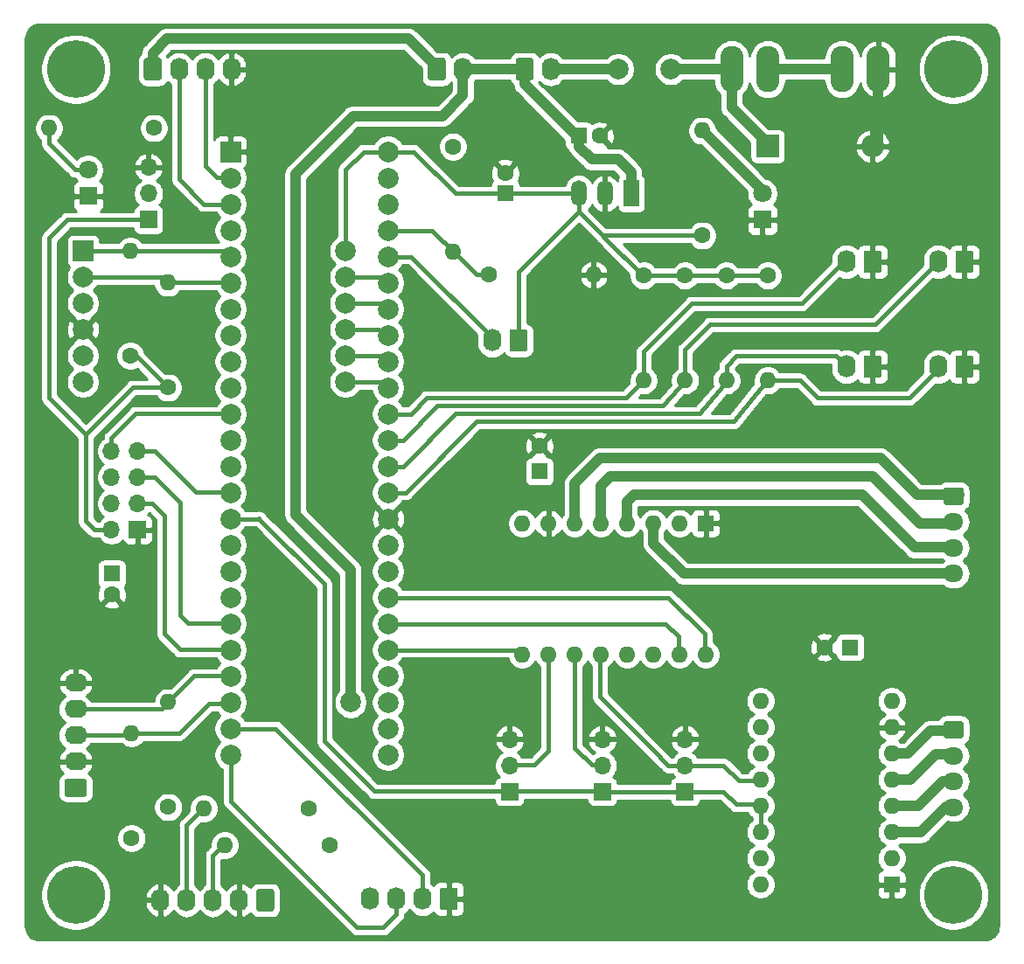
<source format=gbr>
%TF.GenerationSoftware,KiCad,Pcbnew,(5.1.10)-1*%
%TF.CreationDate,2021-08-21T13:40:31+02:00*%
%TF.ProjectId,CarteRobot-Teensy,43617274-6552-46f6-926f-742d5465656e,rev?*%
%TF.SameCoordinates,Original*%
%TF.FileFunction,Copper,L1,Top*%
%TF.FilePolarity,Positive*%
%FSLAX46Y46*%
G04 Gerber Fmt 4.6, Leading zero omitted, Abs format (unit mm)*
G04 Created by KiCad (PCBNEW (5.1.10)-1) date 2021-08-21 13:40:31*
%MOMM*%
%LPD*%
G01*
G04 APERTURE LIST*
%TA.AperFunction,ComponentPad*%
%ADD10C,2.000000*%
%TD*%
%TA.AperFunction,ComponentPad*%
%ADD11R,2.000000X2.000000*%
%TD*%
%TA.AperFunction,ComponentPad*%
%ADD12C,1.600000*%
%TD*%
%TA.AperFunction,ComponentPad*%
%ADD13O,1.600000X1.600000*%
%TD*%
%TA.AperFunction,ComponentPad*%
%ADD14O,1.700000X1.700000*%
%TD*%
%TA.AperFunction,ComponentPad*%
%ADD15R,1.700000X1.700000*%
%TD*%
%TA.AperFunction,ComponentPad*%
%ADD16C,1.800000*%
%TD*%
%TA.AperFunction,ComponentPad*%
%ADD17R,1.800000X1.800000*%
%TD*%
%TA.AperFunction,ComponentPad*%
%ADD18R,1.600000X1.600000*%
%TD*%
%TA.AperFunction,ComponentPad*%
%ADD19O,1.740000X2.190000*%
%TD*%
%TA.AperFunction,ComponentPad*%
%ADD20O,1.950000X1.700000*%
%TD*%
%TA.AperFunction,ComponentPad*%
%ADD21C,5.600000*%
%TD*%
%TA.AperFunction,ComponentPad*%
%ADD22O,2.250000X4.500000*%
%TD*%
%TA.AperFunction,ComponentPad*%
%ADD23O,1.500000X2.500000*%
%TD*%
%TA.AperFunction,ComponentPad*%
%ADD24R,1.500000X2.500000*%
%TD*%
%TA.AperFunction,ComponentPad*%
%ADD25O,2.190000X1.740000*%
%TD*%
%TA.AperFunction,ComponentPad*%
%ADD26O,2.200000X2.200000*%
%TD*%
%TA.AperFunction,ComponentPad*%
%ADD27R,2.200000X2.200000*%
%TD*%
%TA.AperFunction,ViaPad*%
%ADD28C,2.000000*%
%TD*%
%TA.AperFunction,Conductor*%
%ADD29C,1.000000*%
%TD*%
%TA.AperFunction,Conductor*%
%ADD30C,0.400000*%
%TD*%
%TA.AperFunction,Conductor*%
%ADD31C,0.254000*%
%TD*%
%TA.AperFunction,Conductor*%
%ADD32C,0.100000*%
%TD*%
G04 APERTURE END LIST*
D10*
%TO.P,J5,26*%
%TO.N,N/C*%
X90240000Y-118880000D03*
%TO.P,J5,23*%
%TO.N,/RX4*%
X75000000Y-118880000D03*
%TO.P,J5,27*%
%TO.N,/DIR_G*%
X90240000Y-116340000D03*
%TO.P,J5,22*%
%TO.N,/CODD_A*%
X75000000Y-116340000D03*
%TO.P,J5,28*%
%TO.N,/STEP_G*%
X90240000Y-113800000D03*
%TO.P,J5,21*%
%TO.N,/CODD_B*%
X75000000Y-113800000D03*
%TO.P,J5,29*%
%TO.N,/EN*%
X90240000Y-111260000D03*
%TO.P,J5,20*%
%TO.N,/CE*%
X75000000Y-111260000D03*
%TO.P,J5,30*%
%TO.N,/STEP_D*%
X90240000Y-108720000D03*
%TO.P,J5,19*%
%TO.N,/SCK0*%
X75000000Y-108720000D03*
%TO.P,J5,31*%
%TO.N,/DIR_D*%
X90240000Y-106180000D03*
%TO.P,J5,18*%
%TO.N,/CODG_B*%
X75000000Y-106180000D03*
%TO.P,J5,32*%
%TO.N,N/C*%
X90240000Y-103640000D03*
%TO.P,J5,17*%
%TO.N,/CODG_A*%
X75000000Y-103640000D03*
%TO.P,J5,33*%
%TO.N,N/C*%
X90240000Y-101100000D03*
%TO.P,J5,16*%
X75000000Y-101100000D03*
%TO.P,J5,34*%
%TO.N,GND*%
X90240000Y-98560000D03*
%TO.P,J5,15*%
%TO.N,+3V3*%
X75000000Y-98560000D03*
%TO.P,J5,35*%
%TO.N,/MS4*%
X90240000Y-96020000D03*
%TO.P,J5,14*%
%TO.N,/MISO0*%
X75000000Y-96020000D03*
%TO.P,J5,36*%
%TO.N,/MS3*%
X90240000Y-93480000D03*
%TO.P,J5,13*%
%TO.N,/MOSI0*%
X75000000Y-93480000D03*
%TO.P,J5,37*%
%TO.N,/MS2*%
X90240000Y-90940000D03*
%TO.P,J5,12*%
%TO.N,/CS0*%
X75000000Y-90940000D03*
%TO.P,J5,38*%
%TO.N,/MS1*%
X90240000Y-88400000D03*
%TO.P,J5,11*%
%TO.N,/IRQ*%
X75000000Y-88400000D03*
%TO.P,J5,39*%
%TO.N,/17*%
X90240000Y-85860000D03*
%TO.P,J5,10*%
%TO.N,/TX3*%
X75000000Y-85860000D03*
%TO.P,J5,40*%
%TO.N,/SDA0*%
X90240000Y-83320000D03*
%TO.P,J5,9*%
%TO.N,/RX3*%
X75000000Y-83320000D03*
%TO.P,J5,41*%
%TO.N,/SCL0*%
X90240000Y-80780000D03*
%TO.P,J5,8*%
%TO.N,N/C*%
X75000000Y-80780000D03*
%TO.P,J5,42*%
%TO.N,/PWM2*%
X90240000Y-78240000D03*
%TO.P,J5,7*%
%TO.N,/STRAT*%
X75000000Y-78240000D03*
%TO.P,J5,43*%
%TO.N,/PWM1*%
X90240000Y-75700000D03*
%TO.P,J5,6*%
%TO.N,/SDA2*%
X75000000Y-75700000D03*
%TO.P,J5,44*%
%TO.N,/Tirette*%
X90240000Y-73160000D03*
%TO.P,J5,5*%
%TO.N,/SCL2*%
X75000000Y-73160000D03*
%TO.P,J5,45*%
%TO.N,/Vbat*%
X90240000Y-70620000D03*
%TO.P,J5,4*%
%TO.N,/LED*%
X75000000Y-70620000D03*
%TO.P,J5,46*%
%TO.N,N/C*%
X90240000Y-68080000D03*
%TO.P,J5,3*%
%TO.N,/TX1*%
X75000000Y-68080000D03*
%TO.P,J5,47*%
%TO.N,N/C*%
X90240000Y-65540000D03*
%TO.P,J5,2*%
%TO.N,/RX1*%
X75000000Y-65540000D03*
%TO.P,J5,48*%
%TO.N,+5V*%
X90240000Y-63000000D03*
D11*
%TO.P,J5,1*%
%TO.N,GND*%
X75000000Y-63000000D03*
D10*
%TO.P,J5,24*%
%TO.N,/TX4*%
X75000000Y-121420000D03*
%TO.P,J5,25*%
%TO.N,N/C*%
X90240000Y-121420000D03*
%TD*%
D12*
%TO.P,R14,1*%
%TO.N,/LED*%
X67564000Y-60706000D03*
D13*
%TO.P,R14,2*%
%TO.N,Net-(D3-Pad2)*%
X57404000Y-60706000D03*
%TD*%
D14*
%TO.P,J22,3*%
%TO.N,GND*%
X67056000Y-64516000D03*
%TO.P,J22,2*%
%TO.N,/STRAT*%
X67056000Y-67056000D03*
D15*
%TO.P,J22,1*%
%TO.N,+3V3*%
X67056000Y-69596000D03*
%TD*%
D16*
%TO.P,D3,2*%
%TO.N,Net-(D3-Pad2)*%
X61214000Y-64770000D03*
D17*
%TO.P,D3,1*%
%TO.N,GND*%
X61214000Y-67310000D03*
%TD*%
D12*
%TO.P,C5,2*%
%TO.N,GND*%
X101600000Y-65056000D03*
D18*
%TO.P,C5,1*%
%TO.N,+5V*%
X101600000Y-67056000D03*
%TD*%
D12*
%TO.P,C4,2*%
%TO.N,GND*%
X110744000Y-61468000D03*
D18*
%TO.P,C4,1*%
%TO.N,/Von*%
X108744000Y-61468000D03*
%TD*%
D19*
%TO.P,J21,2*%
%TO.N,/Tirette*%
X100330000Y-81280000D03*
%TO.P,J21,1*%
%TO.N,+5V*%
%TA.AperFunction,ComponentPad*%
G36*
G01*
X103740000Y-80434999D02*
X103740000Y-82125001D01*
G75*
G02*
X103490001Y-82375000I-249999J0D01*
G01*
X102249999Y-82375000D01*
G75*
G02*
X102000000Y-82125001I0J249999D01*
G01*
X102000000Y-80434999D01*
G75*
G02*
X102249999Y-80185000I249999J0D01*
G01*
X103490001Y-80185000D01*
G75*
G02*
X103740000Y-80434999I0J-249999D01*
G01*
G37*
%TD.AperFunction*%
%TD*%
D13*
%TO.P,R13,2*%
%TO.N,/SCL2*%
X65278000Y-72593200D03*
D12*
%TO.P,R13,1*%
%TO.N,+3V3*%
X65278000Y-82753200D03*
%TD*%
D13*
%TO.P,R12,2*%
%TO.N,/SDA2*%
X68935600Y-75692000D03*
D12*
%TO.P,R12,1*%
%TO.N,+3V3*%
X68935600Y-85852000D03*
%TD*%
D10*
%TO.P,J15,12*%
%TO.N,/17*%
X86106000Y-85293200D03*
%TO.P,J15,11*%
%TO.N,/SDA0*%
X86106000Y-82753200D03*
%TO.P,J15,10*%
%TO.N,/SCL0*%
X86106000Y-80213200D03*
%TO.P,J15,9*%
%TO.N,/PWM2*%
X86106000Y-77673200D03*
%TO.P,J15,8*%
%TO.N,/PWM1*%
X86106000Y-75133200D03*
%TO.P,J15,7*%
%TO.N,+5V*%
X86106000Y-72593200D03*
%TO.P,J15,6*%
%TO.N,/TX3*%
X60706000Y-85293200D03*
%TO.P,J15,5*%
%TO.N,/RX3*%
X60706000Y-82753200D03*
%TO.P,J15,4*%
%TO.N,GND*%
X60706000Y-80213200D03*
%TO.P,J15,3*%
%TO.N,/Varu*%
X60706000Y-77673200D03*
%TO.P,J15,2*%
%TO.N,/SDA2*%
X60706000Y-75133200D03*
D11*
%TO.P,J15,1*%
%TO.N,/SCL2*%
X60706000Y-72593200D03*
%TD*%
D13*
%TO.P,R11,2*%
%TO.N,/MS4*%
X127000000Y-85160000D03*
D12*
%TO.P,R11,1*%
%TO.N,+5V*%
X127000000Y-75000000D03*
%TD*%
D13*
%TO.P,R10,2*%
%TO.N,/MS3*%
X123000000Y-85160000D03*
D12*
%TO.P,R10,1*%
%TO.N,+5V*%
X123000000Y-75000000D03*
%TD*%
D13*
%TO.P,R7,2*%
%TO.N,/MS2*%
X119000000Y-85160000D03*
D12*
%TO.P,R7,1*%
%TO.N,+5V*%
X119000000Y-75000000D03*
%TD*%
D13*
%TO.P,R6,2*%
%TO.N,/MS1*%
X115000000Y-85160000D03*
D12*
%TO.P,R6,1*%
%TO.N,+5V*%
X115000000Y-75000000D03*
%TD*%
D19*
%TO.P,J20,2*%
%TO.N,/MS4*%
X143510000Y-83820000D03*
%TO.P,J20,1*%
%TO.N,GND*%
%TA.AperFunction,ComponentPad*%
G36*
G01*
X146920000Y-82974999D02*
X146920000Y-84665001D01*
G75*
G02*
X146670001Y-84915000I-249999J0D01*
G01*
X145429999Y-84915000D01*
G75*
G02*
X145180000Y-84665001I0J249999D01*
G01*
X145180000Y-82974999D01*
G75*
G02*
X145429999Y-82725000I249999J0D01*
G01*
X146670001Y-82725000D01*
G75*
G02*
X146920000Y-82974999I0J-249999D01*
G01*
G37*
%TD.AperFunction*%
%TD*%
%TO.P,J18,2*%
%TO.N,/MS2*%
X143510000Y-73660000D03*
%TO.P,J18,1*%
%TO.N,GND*%
%TA.AperFunction,ComponentPad*%
G36*
G01*
X146920000Y-72814999D02*
X146920000Y-74505001D01*
G75*
G02*
X146670001Y-74755000I-249999J0D01*
G01*
X145429999Y-74755000D01*
G75*
G02*
X145180000Y-74505001I0J249999D01*
G01*
X145180000Y-72814999D01*
G75*
G02*
X145429999Y-72565000I249999J0D01*
G01*
X146670001Y-72565000D01*
G75*
G02*
X146920000Y-72814999I0J-249999D01*
G01*
G37*
%TD.AperFunction*%
%TD*%
%TO.P,J17,2*%
%TO.N,/MS3*%
X134620000Y-83820000D03*
%TO.P,J17,1*%
%TO.N,GND*%
%TA.AperFunction,ComponentPad*%
G36*
G01*
X138030000Y-82974999D02*
X138030000Y-84665001D01*
G75*
G02*
X137780001Y-84915000I-249999J0D01*
G01*
X136539999Y-84915000D01*
G75*
G02*
X136290000Y-84665001I0J249999D01*
G01*
X136290000Y-82974999D01*
G75*
G02*
X136539999Y-82725000I249999J0D01*
G01*
X137780001Y-82725000D01*
G75*
G02*
X138030000Y-82974999I0J-249999D01*
G01*
G37*
%TD.AperFunction*%
%TD*%
%TO.P,J16,2*%
%TO.N,/MS1*%
X134620000Y-73660000D03*
%TO.P,J16,1*%
%TO.N,GND*%
%TA.AperFunction,ComponentPad*%
G36*
G01*
X138030000Y-72814999D02*
X138030000Y-74505001D01*
G75*
G02*
X137780001Y-74755000I-249999J0D01*
G01*
X136539999Y-74755000D01*
G75*
G02*
X136290000Y-74505001I0J249999D01*
G01*
X136290000Y-72814999D01*
G75*
G02*
X136539999Y-72565000I249999J0D01*
G01*
X137780001Y-72565000D01*
G75*
G02*
X138030000Y-72814999I0J-249999D01*
G01*
G37*
%TD.AperFunction*%
%TD*%
D20*
%TO.P,J7,4*%
%TO.N,Net-(A2-Pad3)*%
X145000000Y-126500000D03*
%TO.P,J7,3*%
%TO.N,/A1G*%
X145000000Y-124000000D03*
%TO.P,J7,2*%
%TO.N,Net-(A2-Pad5)*%
X145000000Y-121500000D03*
%TO.P,J7,1*%
%TO.N,Net-(A2-Pad6)*%
%TA.AperFunction,ComponentPad*%
G36*
G01*
X144275000Y-118150000D02*
X145725000Y-118150000D01*
G75*
G02*
X145975000Y-118400000I0J-250000D01*
G01*
X145975000Y-119600000D01*
G75*
G02*
X145725000Y-119850000I-250000J0D01*
G01*
X144275000Y-119850000D01*
G75*
G02*
X144025000Y-119600000I0J250000D01*
G01*
X144025000Y-118400000D01*
G75*
G02*
X144275000Y-118150000I250000J0D01*
G01*
G37*
%TD.AperFunction*%
%TD*%
%TO.P,J6,4*%
%TO.N,Net-(A1-Pad3)*%
X145000000Y-103867600D03*
%TO.P,J6,3*%
%TO.N,/A1D*%
X145000000Y-101367600D03*
%TO.P,J6,2*%
%TO.N,Net-(A1-Pad5)*%
X145000000Y-98867600D03*
%TO.P,J6,1*%
%TO.N,Net-(A1-Pad6)*%
%TA.AperFunction,ComponentPad*%
G36*
G01*
X144275000Y-95517600D02*
X145725000Y-95517600D01*
G75*
G02*
X145975000Y-95767600I0J-250000D01*
G01*
X145975000Y-96967600D01*
G75*
G02*
X145725000Y-97217600I-250000J0D01*
G01*
X144275000Y-97217600D01*
G75*
G02*
X144025000Y-96967600I0J250000D01*
G01*
X144025000Y-95767600D01*
G75*
G02*
X144275000Y-95517600I250000J0D01*
G01*
G37*
%TD.AperFunction*%
%TD*%
D12*
%TO.P,C2,2*%
%TO.N,GND*%
X132500000Y-111000000D03*
D18*
%TO.P,C2,1*%
%TO.N,/Varu*%
X135000000Y-111000000D03*
%TD*%
D12*
%TO.P,C1,2*%
%TO.N,GND*%
X104902000Y-91480000D03*
D18*
%TO.P,C1,1*%
%TO.N,/Varu*%
X104902000Y-93980000D03*
%TD*%
D12*
%TO.P,C3,2*%
%TO.N,GND*%
X63500000Y-105886000D03*
D18*
%TO.P,C3,1*%
%TO.N,+3V3*%
X63500000Y-103886000D03*
%TD*%
D12*
%TO.P,R9,1*%
%TO.N,+5V*%
X82550000Y-126619000D03*
D13*
%TO.P,R9,2*%
%TO.N,/CODG_B*%
X72390000Y-126619000D03*
%TD*%
D12*
%TO.P,R8,1*%
%TO.N,+5V*%
X84582000Y-130175000D03*
D13*
%TO.P,R8,2*%
%TO.N,/CODG_A*%
X74422000Y-130175000D03*
%TD*%
%TO.P,R5,2*%
%TO.N,/CODD_B*%
X68961000Y-116332000D03*
D12*
%TO.P,R5,1*%
%TO.N,+5V*%
X68961000Y-126492000D03*
%TD*%
D13*
%TO.P,R4,2*%
%TO.N,/CODD_A*%
X65405000Y-119340000D03*
D12*
%TO.P,R4,1*%
%TO.N,+5V*%
X65405000Y-129500000D03*
%TD*%
D13*
%TO.P,R3,2*%
%TO.N,GND*%
X110160000Y-74930000D03*
D12*
%TO.P,R3,1*%
%TO.N,/Vbat*%
X100000000Y-74930000D03*
%TD*%
D13*
%TO.P,R2,2*%
%TO.N,/Vbat*%
X96520000Y-72660000D03*
D12*
%TO.P,R2,1*%
%TO.N,/Von*%
X96520000Y-62500000D03*
%TD*%
D14*
%TO.P,J9,3*%
%TO.N,GND*%
X111000000Y-119920000D03*
%TO.P,J9,2*%
%TO.N,/M1*%
X111000000Y-122460000D03*
D15*
%TO.P,J9,1*%
%TO.N,+3V3*%
X111000000Y-125000000D03*
%TD*%
D21*
%TO.P,H2,1*%
%TO.N,N/C*%
X145000000Y-135000000D03*
%TD*%
%TO.P,J19,1*%
%TO.N,GND*%
%TA.AperFunction,ComponentPad*%
G36*
G01*
X96990000Y-134536999D02*
X96990000Y-136227001D01*
G75*
G02*
X96740001Y-136477000I-249999J0D01*
G01*
X95499999Y-136477000D01*
G75*
G02*
X95250000Y-136227001I0J249999D01*
G01*
X95250000Y-134536999D01*
G75*
G02*
X95499999Y-134287000I249999J0D01*
G01*
X96740001Y-134287000D01*
G75*
G02*
X96990000Y-134536999I0J-249999D01*
G01*
G37*
%TD.AperFunction*%
D19*
%TO.P,J19,2*%
%TO.N,/RX4*%
X93580000Y-135382000D03*
%TO.P,J19,3*%
%TO.N,/TX4*%
X91040000Y-135382000D03*
%TO.P,J19,4*%
%TO.N,/Von*%
X88500000Y-135382000D03*
%TD*%
D16*
%TO.P,D1,2*%
%TO.N,Net-(D1-Pad2)*%
X126492000Y-67056000D03*
D17*
%TO.P,D1,1*%
%TO.N,GND*%
X126492000Y-69596000D03*
%TD*%
%TO.P,J11,1*%
%TO.N,+5V*%
%TA.AperFunction,ComponentPad*%
G36*
G01*
X79229000Y-134663999D02*
X79229000Y-136354001D01*
G75*
G02*
X78979001Y-136604000I-249999J0D01*
G01*
X77738999Y-136604000D01*
G75*
G02*
X77489000Y-136354001I0J249999D01*
G01*
X77489000Y-134663999D01*
G75*
G02*
X77738999Y-134414000I249999J0D01*
G01*
X78979001Y-134414000D01*
G75*
G02*
X79229000Y-134663999I0J-249999D01*
G01*
G37*
%TD.AperFunction*%
D19*
%TO.P,J11,2*%
%TO.N,GND*%
X75819000Y-135509000D03*
%TO.P,J11,3*%
%TO.N,/CODG_A*%
X73279000Y-135509000D03*
%TO.P,J11,4*%
%TO.N,/CODG_B*%
X70739000Y-135509000D03*
%TO.P,J11,5*%
%TO.N,GND*%
X68199000Y-135509000D03*
%TD*%
D22*
%TO.P,J2,2*%
%TO.N,GND*%
X137713600Y-55000000D03*
%TO.P,J2,1*%
%TO.N,Net-(J1-Pad2)*%
X134213600Y-55000000D03*
%TD*%
D23*
%TO.P,U1,3*%
%TO.N,+5V*%
X108712000Y-67056000D03*
%TO.P,U1,2*%
%TO.N,GND*%
X111252000Y-67056000D03*
D24*
%TO.P,U1,1*%
%TO.N,/Von*%
X113792000Y-67056000D03*
%TD*%
D21*
%TO.P,H4,1*%
%TO.N,N/C*%
X60000000Y-135000000D03*
%TD*%
D15*
%TO.P,J14,1*%
%TO.N,GND*%
X66000000Y-99620000D03*
D14*
%TO.P,J14,2*%
%TO.N,+3V3*%
X63460000Y-99620000D03*
%TO.P,J14,3*%
%TO.N,/CE*%
X66000000Y-97080000D03*
%TO.P,J14,4*%
%TO.N,/CS0*%
X63460000Y-97080000D03*
%TO.P,J14,5*%
%TO.N,/SCK0*%
X66000000Y-94540000D03*
%TO.P,J14,6*%
%TO.N,/MOSI0*%
X63460000Y-94540000D03*
%TO.P,J14,7*%
%TO.N,/MISO0*%
X66000000Y-92000000D03*
%TO.P,J14,8*%
%TO.N,/IRQ*%
X63460000Y-92000000D03*
%TD*%
%TO.P,J10,3*%
%TO.N,GND*%
X119000000Y-119920000D03*
%TO.P,J10,2*%
%TO.N,/M2*%
X119000000Y-122460000D03*
D15*
%TO.P,J10,1*%
%TO.N,+3V3*%
X119000000Y-125000000D03*
%TD*%
D13*
%TO.P,R1,2*%
%TO.N,Net-(D1-Pad2)*%
X120650000Y-60960000D03*
D12*
%TO.P,R1,1*%
%TO.N,+5V*%
X120650000Y-71120000D03*
%TD*%
D10*
%TO.P,F1,2*%
%TO.N,Net-(D2-Pad1)*%
X117602000Y-55000000D03*
%TO.P,F1,1*%
%TO.N,Net-(F1-Pad1)*%
X112522000Y-55000000D03*
%TD*%
D19*
%TO.P,J4,2*%
%TO.N,/Von*%
X97500000Y-55000000D03*
%TO.P,J4,1*%
%TO.N,/Varu*%
%TA.AperFunction,ComponentPad*%
G36*
G01*
X94090000Y-55845001D02*
X94090000Y-54154999D01*
G75*
G02*
X94339999Y-53905000I249999J0D01*
G01*
X95580001Y-53905000D01*
G75*
G02*
X95830000Y-54154999I0J-249999D01*
G01*
X95830000Y-55845001D01*
G75*
G02*
X95580001Y-56095000I-249999J0D01*
G01*
X94339999Y-56095000D01*
G75*
G02*
X94090000Y-55845001I0J249999D01*
G01*
G37*
%TD.AperFunction*%
%TD*%
D21*
%TO.P,H1,1*%
%TO.N,N/C*%
X145000000Y-55000000D03*
%TD*%
D18*
%TO.P,A2,1*%
%TO.N,GND*%
X139000000Y-134000000D03*
D13*
%TO.P,A2,9*%
%TO.N,/EN*%
X126300000Y-116220000D03*
%TO.P,A2,2*%
%TO.N,N/C*%
X139000000Y-131460000D03*
%TO.P,A2,10*%
%TO.N,/M0*%
X126300000Y-118760000D03*
%TO.P,A2,3*%
%TO.N,Net-(A2-Pad3)*%
X139000000Y-128920000D03*
%TO.P,A2,11*%
%TO.N,/M1*%
X126300000Y-121300000D03*
%TO.P,A2,4*%
%TO.N,/A1G*%
X139000000Y-126380000D03*
%TO.P,A2,12*%
%TO.N,/M2*%
X126300000Y-123840000D03*
%TO.P,A2,5*%
%TO.N,Net-(A2-Pad5)*%
X139000000Y-123840000D03*
%TO.P,A2,13*%
%TO.N,+3V3*%
X126300000Y-126380000D03*
%TO.P,A2,6*%
%TO.N,Net-(A2-Pad6)*%
X139000000Y-121300000D03*
%TO.P,A2,14*%
%TO.N,+3V3*%
X126300000Y-128920000D03*
%TO.P,A2,7*%
%TO.N,GND*%
X139000000Y-118760000D03*
%TO.P,A2,15*%
%TO.N,/STEP_G*%
X126300000Y-131460000D03*
%TO.P,A2,8*%
%TO.N,/Varu*%
X139000000Y-116220000D03*
%TO.P,A2,16*%
%TO.N,/DIR_G*%
X126300000Y-134000000D03*
%TD*%
D21*
%TO.P,H3,1*%
%TO.N,N/C*%
X60000000Y-55000000D03*
%TD*%
D19*
%TO.P,J13,4*%
%TO.N,GND*%
X75080000Y-55000000D03*
%TO.P,J13,3*%
%TO.N,/RX1*%
X72540000Y-55000000D03*
%TO.P,J13,2*%
%TO.N,/TX1*%
X70000000Y-55000000D03*
%TO.P,J13,1*%
%TO.N,/Varu*%
%TA.AperFunction,ComponentPad*%
G36*
G01*
X66590000Y-55845001D02*
X66590000Y-54154999D01*
G75*
G02*
X66839999Y-53905000I249999J0D01*
G01*
X68080001Y-53905000D01*
G75*
G02*
X68330000Y-54154999I0J-249999D01*
G01*
X68330000Y-55845001D01*
G75*
G02*
X68080001Y-56095000I-249999J0D01*
G01*
X66839999Y-56095000D01*
G75*
G02*
X66590000Y-55845001I0J249999D01*
G01*
G37*
%TD.AperFunction*%
%TD*%
D14*
%TO.P,J8,3*%
%TO.N,GND*%
X102000000Y-119920000D03*
%TO.P,J8,2*%
%TO.N,/M0*%
X102000000Y-122460000D03*
D15*
%TO.P,J8,1*%
%TO.N,+3V3*%
X102000000Y-125000000D03*
%TD*%
D25*
%TO.P,J12,5*%
%TO.N,GND*%
X60000000Y-114460000D03*
%TO.P,J12,4*%
%TO.N,/CODD_B*%
X60000000Y-117000000D03*
%TO.P,J12,3*%
%TO.N,/CODD_A*%
X60000000Y-119540000D03*
%TO.P,J12,2*%
%TO.N,GND*%
X60000000Y-122080000D03*
%TO.P,J12,1*%
%TO.N,+5V*%
%TA.AperFunction,ComponentPad*%
G36*
G01*
X60845001Y-125490000D02*
X59154999Y-125490000D01*
G75*
G02*
X58905000Y-125240001I0J249999D01*
G01*
X58905000Y-123999999D01*
G75*
G02*
X59154999Y-123750000I249999J0D01*
G01*
X60845001Y-123750000D01*
G75*
G02*
X61095000Y-123999999I0J-249999D01*
G01*
X61095000Y-125240001D01*
G75*
G02*
X60845001Y-125490000I-249999J0D01*
G01*
G37*
%TD.AperFunction*%
%TD*%
D19*
%TO.P,J3,2*%
%TO.N,Net-(F1-Pad1)*%
X106000000Y-55000000D03*
%TO.P,J3,1*%
%TO.N,/Von*%
%TA.AperFunction,ComponentPad*%
G36*
G01*
X102590000Y-55845001D02*
X102590000Y-54154999D01*
G75*
G02*
X102839999Y-53905000I249999J0D01*
G01*
X104080001Y-53905000D01*
G75*
G02*
X104330000Y-54154999I0J-249999D01*
G01*
X104330000Y-55845001D01*
G75*
G02*
X104080001Y-56095000I-249999J0D01*
G01*
X102839999Y-56095000D01*
G75*
G02*
X102590000Y-55845001I0J249999D01*
G01*
G37*
%TD.AperFunction*%
%TD*%
D22*
%TO.P,J1,2*%
%TO.N,Net-(J1-Pad2)*%
X127000000Y-55000000D03*
%TO.P,J1,1*%
%TO.N,Net-(D2-Pad1)*%
X123500000Y-55000000D03*
%TD*%
D26*
%TO.P,D2,2*%
%TO.N,GND*%
X137160000Y-62484000D03*
D27*
%TO.P,D2,1*%
%TO.N,Net-(D2-Pad1)*%
X127000000Y-62484000D03*
%TD*%
D18*
%TO.P,A1,1*%
%TO.N,GND*%
X121000000Y-99000000D03*
D13*
%TO.P,A1,9*%
%TO.N,/EN*%
X103220000Y-111700000D03*
%TO.P,A1,2*%
%TO.N,N/C*%
X118460000Y-99000000D03*
%TO.P,A1,10*%
%TO.N,/M0*%
X105760000Y-111700000D03*
%TO.P,A1,3*%
%TO.N,Net-(A1-Pad3)*%
X115920000Y-99000000D03*
%TO.P,A1,11*%
%TO.N,/M1*%
X108300000Y-111700000D03*
%TO.P,A1,4*%
%TO.N,/A1D*%
X113380000Y-99000000D03*
%TO.P,A1,12*%
%TO.N,/M2*%
X110840000Y-111700000D03*
%TO.P,A1,5*%
%TO.N,Net-(A1-Pad5)*%
X110840000Y-99000000D03*
%TO.P,A1,13*%
%TO.N,+3V3*%
X113380000Y-111700000D03*
%TO.P,A1,6*%
%TO.N,Net-(A1-Pad6)*%
X108300000Y-99000000D03*
%TO.P,A1,14*%
%TO.N,+3V3*%
X115920000Y-111700000D03*
%TO.P,A1,7*%
%TO.N,GND*%
X105760000Y-99000000D03*
%TO.P,A1,15*%
%TO.N,/STEP_D*%
X118460000Y-111700000D03*
%TO.P,A1,8*%
%TO.N,/Varu*%
X103220000Y-99000000D03*
%TO.P,A1,16*%
%TO.N,/DIR_D*%
X121000000Y-111700000D03*
%TD*%
D28*
%TO.N,/Von*%
X86614000Y-116332000D03*
%TD*%
D29*
%TO.N,Net-(J1-Pad2)*%
X134213600Y-55000000D02*
X126610000Y-55000000D01*
%TO.N,GND*%
X137713600Y-55000000D02*
X137713600Y-61930400D01*
D30*
%TO.N,+5V*%
X90240000Y-63000000D02*
X92718000Y-63000000D01*
X92718000Y-63000000D02*
X96774000Y-67056000D01*
X96774000Y-67056000D02*
X101854000Y-67056000D01*
X101600000Y-67056000D02*
X108966000Y-67056000D01*
X108712000Y-67056000D02*
X108712000Y-68834000D01*
X108712000Y-68834000D02*
X110998000Y-71120000D01*
X110998000Y-71120000D02*
X120904000Y-71120000D01*
X111120000Y-71120000D02*
X110998000Y-71120000D01*
X115000000Y-75000000D02*
X119056000Y-75000000D01*
X119000000Y-75000000D02*
X122752000Y-75000000D01*
X123000000Y-75000000D02*
X126930000Y-75000000D01*
X102870000Y-74676000D02*
X108712000Y-68834000D01*
X102870000Y-81280000D02*
X102870000Y-74676000D01*
X90240000Y-63000000D02*
X87876000Y-63000000D01*
X87876000Y-63000000D02*
X86106000Y-64770000D01*
X86106000Y-64770000D02*
X86106000Y-72898000D01*
X111120000Y-71120000D02*
X111120000Y-71242000D01*
X111120000Y-71242000D02*
X115062000Y-75184000D01*
D29*
%TO.N,/Von*%
X103460000Y-55000000D02*
X97418000Y-55000000D01*
X103460000Y-55000000D02*
X103460000Y-56470000D01*
X103460000Y-56470000D02*
X108712000Y-61722000D01*
X108744000Y-61468000D02*
X108744000Y-62516000D01*
X108744000Y-62516000D02*
X109982000Y-63754000D01*
X109982000Y-63754000D02*
X112522000Y-63754000D01*
X113792000Y-65024000D02*
X112522000Y-63754000D01*
X113792000Y-67056000D02*
X113792000Y-65024000D01*
X97500000Y-55000000D02*
X97500000Y-57567000D01*
X97500000Y-57567000D02*
X95504000Y-59563000D01*
X95504000Y-59563000D02*
X87122000Y-59563000D01*
X87122000Y-59563000D02*
X86868000Y-59563000D01*
X86868000Y-59563000D02*
X83566000Y-62865000D01*
X83566000Y-62865000D02*
X81280000Y-65151000D01*
X81280000Y-65151000D02*
X81280000Y-97028000D01*
X81280000Y-97028000D02*
X81280000Y-98171000D01*
X81280000Y-98171000D02*
X86614000Y-103505000D01*
X86614000Y-103505000D02*
X86614000Y-116332000D01*
X86614000Y-116332000D02*
X86614000Y-116332000D01*
X86614000Y-116332000D02*
X86614000Y-116332000D01*
D30*
%TO.N,/M2*%
X119000000Y-122460000D02*
X122714000Y-122460000D01*
X122714000Y-122460000D02*
X124206000Y-123952000D01*
X124206000Y-123952000D02*
X126746000Y-123952000D01*
X119000000Y-122460000D02*
X117380000Y-122460000D01*
X117380000Y-122460000D02*
X115824000Y-120904000D01*
X115824000Y-120904000D02*
X110744000Y-115824000D01*
X110744000Y-115824000D02*
X110744000Y-111252000D01*
%TO.N,/M1*%
X108300000Y-111700000D02*
X108300000Y-120746000D01*
X108300000Y-120746000D02*
X109982000Y-122428000D01*
X109982000Y-122428000D02*
X111506000Y-122428000D01*
%TO.N,/M0*%
X105760000Y-111700000D02*
X105760000Y-121062000D01*
X105760000Y-121062000D02*
X104394000Y-122428000D01*
X104394000Y-122428000D02*
X101600000Y-122428000D01*
D29*
%TO.N,Net-(D2-Pad1)*%
X117602000Y-55000000D02*
X124070000Y-55000000D01*
X123500000Y-55000000D02*
X123500000Y-58730000D01*
X123500000Y-58730000D02*
X127254000Y-62484000D01*
D30*
%TO.N,/STEP_D*%
X90240000Y-108720000D02*
X117102000Y-108720000D01*
X117102000Y-108720000D02*
X118364000Y-109982000D01*
X118364000Y-109982000D02*
X118364000Y-112014000D01*
%TO.N,+3V3*%
X68935600Y-85852000D02*
X65887600Y-82804000D01*
X65887600Y-82804000D02*
X65024000Y-82804000D01*
X63460000Y-99620000D02*
X61774000Y-99620000D01*
X61774000Y-99620000D02*
X60960000Y-98806000D01*
X60960000Y-98806000D02*
X60960000Y-90424000D01*
X60960000Y-90424000D02*
X65532000Y-85852000D01*
X65532000Y-85852000D02*
X69088000Y-85852000D01*
X75000000Y-98560000D02*
X77732000Y-98560000D01*
X84074000Y-104902000D02*
X84074000Y-120142000D01*
X84074000Y-120142000D02*
X88900000Y-124968000D01*
X88900000Y-124968000D02*
X102362000Y-124968000D01*
X102362000Y-124968000D02*
X110998000Y-124968000D01*
X111000000Y-125000000D02*
X119094000Y-125000000D01*
X119000000Y-125000000D02*
X122714000Y-125000000D01*
X122714000Y-125000000D02*
X123952000Y-126238000D01*
X123952000Y-126238000D02*
X126746000Y-126238000D01*
X126300000Y-126380000D02*
X126300000Y-128716000D01*
X77732000Y-98560000D02*
X84074000Y-104902000D01*
X77732000Y-98560000D02*
X77732000Y-98544000D01*
X67056000Y-69596000D02*
X59182000Y-69596000D01*
X59182000Y-69596000D02*
X57404000Y-71374000D01*
X57404000Y-86868000D02*
X60960000Y-90424000D01*
X57404000Y-71374000D02*
X57404000Y-86868000D01*
D29*
%TO.N,/Varu*%
X67460000Y-55000000D02*
X67460000Y-53444000D01*
X67460000Y-53444000D02*
X68834000Y-52070000D01*
X68834000Y-52070000D02*
X92202000Y-52070000D01*
X92202000Y-52070000D02*
X95250000Y-55118000D01*
D30*
%TO.N,/DIR_D*%
X90240000Y-106180000D02*
X117356000Y-106180000D01*
X117356000Y-106180000D02*
X120904000Y-109728000D01*
X120904000Y-109728000D02*
X120904000Y-111760000D01*
%TO.N,/EN*%
X90240000Y-111260000D02*
X102878000Y-111260000D01*
X102878000Y-111260000D02*
X103378000Y-111760000D01*
D29*
%TO.N,Net-(D1-Pad2)*%
X120650000Y-60960000D02*
X126746000Y-67056000D01*
%TO.N,Net-(A1-Pad3)*%
X115920000Y-99000000D02*
X115920000Y-100934000D01*
X115920000Y-100934000D02*
X118872000Y-103886000D01*
X118872000Y-103886000D02*
X145288000Y-103886000D01*
%TO.N,Net-(A1-Pad5)*%
X110840000Y-99000000D02*
X110840000Y-95408000D01*
X110840000Y-95408000D02*
X111760000Y-94488000D01*
X111760000Y-94488000D02*
X137160000Y-94488000D01*
X137160000Y-94488000D02*
X141732000Y-99060000D01*
X141732000Y-99060000D02*
X145288000Y-99060000D01*
%TO.N,Net-(A1-Pad6)*%
X108300000Y-99000000D02*
X108300000Y-95154000D01*
X108300000Y-95154000D02*
X110744000Y-92710000D01*
X110744000Y-92710000D02*
X137922000Y-92710000D01*
X137922000Y-92710000D02*
X141478000Y-96266000D01*
X141478000Y-96266000D02*
X145542000Y-96266000D01*
%TO.N,Net-(A2-Pad3)*%
X139000000Y-128920000D02*
X141844000Y-128920000D01*
X141844000Y-128920000D02*
X144272000Y-126492000D01*
X144272000Y-126492000D02*
X145034000Y-126492000D01*
%TO.N,Net-(A2-Pad5)*%
X139000000Y-123840000D02*
X140828000Y-123840000D01*
X140828000Y-123840000D02*
X143256000Y-121412000D01*
X143256000Y-121412000D02*
X145288000Y-121412000D01*
%TO.N,Net-(A2-Pad6)*%
X139000000Y-121300000D02*
X140574000Y-121300000D01*
X140574000Y-121300000D02*
X142748000Y-119126000D01*
X142748000Y-119126000D02*
X145288000Y-119126000D01*
%TO.N,/A1D*%
X113380000Y-99000000D02*
X113380000Y-96932000D01*
X113380000Y-96932000D02*
X114046000Y-96266000D01*
X114046000Y-96266000D02*
X136144000Y-96266000D01*
X136144000Y-96266000D02*
X141224000Y-101346000D01*
X141224000Y-101346000D02*
X145288000Y-101346000D01*
%TO.N,/A1G*%
X141590000Y-126380000D02*
X139000000Y-126380000D01*
X143970000Y-124000000D02*
X141590000Y-126380000D01*
X145000000Y-124000000D02*
X143970000Y-124000000D01*
D30*
%TO.N,/CE*%
X66000000Y-97080000D02*
X67362000Y-97080000D01*
X67362000Y-97080000D02*
X68580000Y-98298000D01*
X68580000Y-98298000D02*
X68580000Y-109728000D01*
X68580000Y-109728000D02*
X70104000Y-111252000D01*
X70104000Y-111252000D02*
X75438000Y-111252000D01*
%TO.N,/IRQ*%
X63460000Y-92000000D02*
X63460000Y-90718000D01*
X63460000Y-90718000D02*
X65786000Y-88392000D01*
X65786000Y-88392000D02*
X75438000Y-88392000D01*
%TO.N,/CODD_B*%
X60000000Y-117000000D02*
X68293000Y-117000000D01*
X68293000Y-117000000D02*
X69088000Y-116205000D01*
X68961000Y-116332000D02*
X71501000Y-113792000D01*
X71501000Y-113792000D02*
X75565000Y-113792000D01*
%TO.N,/CODD_A*%
X60000000Y-119540000D02*
X65118000Y-119540000D01*
X65405000Y-119340000D02*
X70017000Y-119340000D01*
X70017000Y-119340000D02*
X72898000Y-116459000D01*
X72898000Y-116459000D02*
X75438000Y-116459000D01*
D29*
%TO.N,Net-(F1-Pad1)*%
X112522000Y-55000000D02*
X105800000Y-55000000D01*
D30*
%TO.N,/Vbat*%
X90240000Y-70620000D02*
X94496000Y-70620000D01*
X94496000Y-70620000D02*
X96774000Y-72898000D01*
X100000000Y-74930000D02*
X98806000Y-74930000D01*
X98806000Y-74930000D02*
X96520000Y-72644000D01*
%TO.N,/RX4*%
X75000000Y-118880000D02*
X79383000Y-118880000D01*
X79383000Y-118880000D02*
X93599000Y-133096000D01*
X93599000Y-133096000D02*
X93599000Y-135890000D01*
%TO.N,/SCK0*%
X66000000Y-94540000D02*
X67616000Y-94540000D01*
X67616000Y-94540000D02*
X70104000Y-97028000D01*
X70104000Y-97028000D02*
X70104000Y-107950000D01*
X70104000Y-107950000D02*
X70866000Y-108712000D01*
X70866000Y-108712000D02*
X75438000Y-108712000D01*
%TO.N,/MISO0*%
X66000000Y-92000000D02*
X67616000Y-92000000D01*
X67616000Y-92000000D02*
X71628000Y-96012000D01*
X71628000Y-96012000D02*
X75184000Y-96012000D01*
%TO.N,/TX1*%
X72398000Y-68080000D02*
X75000000Y-68080000D01*
X70000000Y-65682000D02*
X72398000Y-68080000D01*
X70000000Y-55000000D02*
X70000000Y-65682000D01*
%TO.N,/RX1*%
X72540000Y-55000000D02*
X72540000Y-64412000D01*
X72540000Y-64412000D02*
X73660000Y-65532000D01*
X73660000Y-65532000D02*
X75438000Y-65532000D01*
%TO.N,/TX4*%
X75000000Y-121420000D02*
X75000000Y-125927000D01*
X75000000Y-125927000D02*
X87249000Y-138176000D01*
X87249000Y-138176000D02*
X89789000Y-138176000D01*
X89789000Y-138176000D02*
X91059000Y-136906000D01*
X91059000Y-136906000D02*
X91059000Y-135382000D01*
%TO.N,/SDA0*%
X86106000Y-82753200D02*
X89611200Y-82753200D01*
X89611200Y-82753200D02*
X90678000Y-83820000D01*
%TO.N,/SCL0*%
X86106000Y-80213200D02*
X89357200Y-80213200D01*
X89357200Y-80213200D02*
X90424000Y-81280000D01*
%TO.N,/PWM2*%
X86106000Y-77673200D02*
X89611200Y-77673200D01*
X89611200Y-77673200D02*
X90424000Y-78486000D01*
%TO.N,/PWM1*%
X86106000Y-75133200D02*
X89611200Y-75133200D01*
X89611200Y-75133200D02*
X90424000Y-75946000D01*
%TO.N,/CODG_B*%
X70739000Y-135509000D02*
X70739000Y-128270000D01*
X70739000Y-128270000D02*
X72517000Y-126492000D01*
%TO.N,/CODG_A*%
X73279000Y-135509000D02*
X73279000Y-131191000D01*
X73279000Y-131191000D02*
X74676000Y-129794000D01*
%TO.N,/17*%
X86106000Y-85293200D02*
X89611200Y-85293200D01*
X89611200Y-85293200D02*
X90678000Y-86360000D01*
%TO.N,/MS1*%
X115000000Y-85160000D02*
X115000000Y-82358000D01*
X115000000Y-82358000D02*
X119634000Y-77724000D01*
X119634000Y-77724000D02*
X130302000Y-77724000D01*
X130302000Y-77724000D02*
X134620000Y-73406000D01*
X90240000Y-88400000D02*
X92448000Y-88400000D01*
X92448000Y-88400000D02*
X93980000Y-86868000D01*
X93980000Y-86868000D02*
X113284000Y-86868000D01*
X113284000Y-86868000D02*
X115062000Y-85090000D01*
%TO.N,/MS4*%
X123698000Y-89154000D02*
X127000000Y-85090000D01*
X98806000Y-89154000D02*
X123698000Y-89154000D01*
X91940000Y-96020000D02*
X98806000Y-89154000D01*
X90240000Y-96020000D02*
X91940000Y-96020000D01*
X127000000Y-85160000D02*
X130118000Y-85160000D01*
X130118000Y-85160000D02*
X131826000Y-86868000D01*
X131826000Y-86868000D02*
X140716000Y-86868000D01*
X140716000Y-86868000D02*
X143510000Y-84074000D01*
%TO.N,/MS3*%
X120396000Y-88392000D02*
X123190000Y-85090000D01*
X96774000Y-88392000D02*
X120396000Y-88392000D01*
X91686000Y-93480000D02*
X96774000Y-88392000D01*
X90240000Y-93480000D02*
X91686000Y-93480000D01*
X123000000Y-85160000D02*
X123000000Y-83756000D01*
X123000000Y-83756000D02*
X123952000Y-82804000D01*
X123952000Y-82804000D02*
X133604000Y-82804000D01*
X133604000Y-82804000D02*
X134874000Y-84074000D01*
%TO.N,/MS2*%
X119000000Y-85160000D02*
X119000000Y-82168000D01*
X119000000Y-82168000D02*
X121412000Y-79756000D01*
X121412000Y-79756000D02*
X131318000Y-79756000D01*
X131318000Y-79756000D02*
X137414000Y-79756000D01*
X137414000Y-79756000D02*
X143764000Y-73406000D01*
X116840000Y-87630000D02*
X119126000Y-85090000D01*
X94996000Y-87630000D02*
X116840000Y-87630000D01*
X91686000Y-90940000D02*
X94996000Y-87630000D01*
X90240000Y-90940000D02*
X91686000Y-90940000D01*
%TO.N,/SDA2*%
X60706000Y-75133200D02*
X68275200Y-75133200D01*
X68275200Y-75133200D02*
X69088000Y-75946000D01*
X68935600Y-75692000D02*
X75438000Y-75692000D01*
%TO.N,/SCL2*%
X60706000Y-72593200D02*
X65481200Y-72593200D01*
X65278000Y-72593200D02*
X74371200Y-72593200D01*
X74371200Y-72593200D02*
X75184000Y-73406000D01*
%TO.N,/Tirette*%
X90240000Y-73160000D02*
X92464000Y-73160000D01*
X92464000Y-73160000D02*
X100330000Y-81026000D01*
X100330000Y-81026000D02*
X100330000Y-82042000D01*
%TO.N,Net-(D3-Pad2)*%
X57404000Y-60706000D02*
X57404000Y-62230000D01*
X57404000Y-62230000D02*
X59944000Y-64770000D01*
X59944000Y-64770000D02*
X61468000Y-64770000D01*
%TD*%
D31*
%TO.N,GND*%
X148259659Y-50688625D02*
X148509429Y-50764035D01*
X148739792Y-50886522D01*
X148941980Y-51051422D01*
X149108286Y-51252450D01*
X149232378Y-51481954D01*
X149309531Y-51731195D01*
X149340000Y-52021088D01*
X149340001Y-137967711D01*
X149311375Y-138259660D01*
X149235965Y-138509429D01*
X149113477Y-138739794D01*
X148948579Y-138941979D01*
X148747546Y-139108288D01*
X148518046Y-139232378D01*
X148268805Y-139309531D01*
X147978911Y-139340000D01*
X56532279Y-139340000D01*
X56240340Y-139311375D01*
X55990571Y-139235965D01*
X55760206Y-139113477D01*
X55558021Y-138948579D01*
X55391712Y-138747546D01*
X55267622Y-138518046D01*
X55190469Y-138268805D01*
X55160000Y-137978911D01*
X55160000Y-134661682D01*
X56565000Y-134661682D01*
X56565000Y-135338318D01*
X56697006Y-136001952D01*
X56955943Y-136627082D01*
X57331862Y-137189685D01*
X57810315Y-137668138D01*
X58372918Y-138044057D01*
X58998048Y-138302994D01*
X59661682Y-138435000D01*
X60338318Y-138435000D01*
X61001952Y-138302994D01*
X61627082Y-138044057D01*
X62189685Y-137668138D01*
X62668138Y-137189685D01*
X63044057Y-136627082D01*
X63302994Y-136001952D01*
X63328587Y-135873286D01*
X66693123Y-135873286D01*
X66749231Y-136164392D01*
X66861053Y-136438958D01*
X67024292Y-136686433D01*
X67232674Y-136897306D01*
X67478191Y-137063474D01*
X67751409Y-137178551D01*
X67838969Y-137195302D01*
X68072000Y-137074246D01*
X68072000Y-135636000D01*
X66848624Y-135636000D01*
X66693123Y-135873286D01*
X63328587Y-135873286D01*
X63435000Y-135338318D01*
X63435000Y-135144714D01*
X66693123Y-135144714D01*
X66848624Y-135382000D01*
X68072000Y-135382000D01*
X68072000Y-133943754D01*
X68326000Y-133943754D01*
X68326000Y-135382000D01*
X68346000Y-135382000D01*
X68346000Y-135636000D01*
X68326000Y-135636000D01*
X68326000Y-137074246D01*
X68559031Y-137195302D01*
X68646591Y-137178551D01*
X68919809Y-137063474D01*
X69165326Y-136897306D01*
X69373708Y-136686433D01*
X69466440Y-136545848D01*
X69481583Y-136574178D01*
X69669655Y-136803345D01*
X69898821Y-136991417D01*
X70160275Y-137131166D01*
X70443968Y-137217224D01*
X70739000Y-137246282D01*
X71034031Y-137217224D01*
X71317724Y-137131166D01*
X71579178Y-136991417D01*
X71808345Y-136803345D01*
X71996417Y-136574179D01*
X72009000Y-136550637D01*
X72021583Y-136574178D01*
X72209655Y-136803345D01*
X72438821Y-136991417D01*
X72700275Y-137131166D01*
X72983968Y-137217224D01*
X73279000Y-137246282D01*
X73574031Y-137217224D01*
X73857724Y-137131166D01*
X74119178Y-136991417D01*
X74348345Y-136803345D01*
X74536417Y-136574179D01*
X74551560Y-136545848D01*
X74644292Y-136686433D01*
X74852674Y-136897306D01*
X75098191Y-137063474D01*
X75371409Y-137178551D01*
X75458969Y-137195302D01*
X75692000Y-137074246D01*
X75692000Y-135636000D01*
X75672000Y-135636000D01*
X75672000Y-135382000D01*
X75692000Y-135382000D01*
X75692000Y-133943754D01*
X75946000Y-133943754D01*
X75946000Y-135382000D01*
X75966000Y-135382000D01*
X75966000Y-135636000D01*
X75946000Y-135636000D01*
X75946000Y-137074246D01*
X76179031Y-137195302D01*
X76266591Y-137178551D01*
X76539809Y-137063474D01*
X76785326Y-136897306D01*
X76942345Y-136738410D01*
X77000595Y-136847387D01*
X77111038Y-136981962D01*
X77245613Y-137092405D01*
X77399149Y-137174472D01*
X77565745Y-137225008D01*
X77738999Y-137242072D01*
X78979001Y-137242072D01*
X79152255Y-137225008D01*
X79318851Y-137174472D01*
X79472387Y-137092405D01*
X79606962Y-136981962D01*
X79717405Y-136847387D01*
X79799472Y-136693851D01*
X79850008Y-136527255D01*
X79867072Y-136354001D01*
X79867072Y-134663999D01*
X79850008Y-134490745D01*
X79799472Y-134324149D01*
X79717405Y-134170613D01*
X79606962Y-134036038D01*
X79472387Y-133925595D01*
X79318851Y-133843528D01*
X79152255Y-133792992D01*
X78979001Y-133775928D01*
X77738999Y-133775928D01*
X77565745Y-133792992D01*
X77399149Y-133843528D01*
X77245613Y-133925595D01*
X77111038Y-134036038D01*
X77000595Y-134170613D01*
X76942345Y-134279590D01*
X76785326Y-134120694D01*
X76539809Y-133954526D01*
X76266591Y-133839449D01*
X76179031Y-133822698D01*
X75946000Y-133943754D01*
X75692000Y-133943754D01*
X75458969Y-133822698D01*
X75371409Y-133839449D01*
X75098191Y-133954526D01*
X74852674Y-134120694D01*
X74644292Y-134331567D01*
X74551560Y-134472152D01*
X74536417Y-134443821D01*
X74348345Y-134214655D01*
X74119179Y-134026583D01*
X74114000Y-134023815D01*
X74114000Y-131576848D01*
X74280665Y-131610000D01*
X74563335Y-131610000D01*
X74840574Y-131554853D01*
X75101727Y-131446680D01*
X75336759Y-131289637D01*
X75536637Y-131089759D01*
X75693680Y-130854727D01*
X75801853Y-130593574D01*
X75857000Y-130316335D01*
X75857000Y-130033665D01*
X75801853Y-129756426D01*
X75693680Y-129495273D01*
X75536637Y-129260241D01*
X75336759Y-129060363D01*
X75101727Y-128903320D01*
X74840574Y-128795147D01*
X74563335Y-128740000D01*
X74280665Y-128740000D01*
X74003426Y-128795147D01*
X73742273Y-128903320D01*
X73507241Y-129060363D01*
X73307363Y-129260241D01*
X73150320Y-129495273D01*
X73042147Y-129756426D01*
X72987000Y-130033665D01*
X72987000Y-130302133D01*
X72717574Y-130571559D01*
X72685710Y-130597709D01*
X72659562Y-130629571D01*
X72581364Y-130724855D01*
X72503828Y-130869914D01*
X72456082Y-131027312D01*
X72439960Y-131191000D01*
X72444001Y-131232028D01*
X72444000Y-134023815D01*
X72438822Y-134026583D01*
X72209655Y-134214655D01*
X72021583Y-134443821D01*
X72009000Y-134467362D01*
X71996417Y-134443821D01*
X71808345Y-134214655D01*
X71579179Y-134026583D01*
X71574000Y-134023815D01*
X71574000Y-128615867D01*
X72154582Y-128035286D01*
X72248665Y-128054000D01*
X72531335Y-128054000D01*
X72808574Y-127998853D01*
X73069727Y-127890680D01*
X73304759Y-127733637D01*
X73504637Y-127533759D01*
X73661680Y-127298727D01*
X73769853Y-127037574D01*
X73825000Y-126760335D01*
X73825000Y-126477665D01*
X73769853Y-126200426D01*
X73661680Y-125939273D01*
X73504637Y-125704241D01*
X73304759Y-125504363D01*
X73069727Y-125347320D01*
X72808574Y-125239147D01*
X72531335Y-125184000D01*
X72248665Y-125184000D01*
X71971426Y-125239147D01*
X71710273Y-125347320D01*
X71475241Y-125504363D01*
X71275363Y-125704241D01*
X71118320Y-125939273D01*
X71010147Y-126200426D01*
X70955000Y-126477665D01*
X70955000Y-126760335D01*
X70973714Y-126854418D01*
X70177574Y-127650559D01*
X70145710Y-127676709D01*
X70093189Y-127740706D01*
X70041364Y-127803855D01*
X69963828Y-127948914D01*
X69916082Y-128106312D01*
X69899960Y-128270000D01*
X69904001Y-128311028D01*
X69904000Y-134023815D01*
X69898822Y-134026583D01*
X69669655Y-134214655D01*
X69481583Y-134443821D01*
X69466440Y-134472152D01*
X69373708Y-134331567D01*
X69165326Y-134120694D01*
X68919809Y-133954526D01*
X68646591Y-133839449D01*
X68559031Y-133822698D01*
X68326000Y-133943754D01*
X68072000Y-133943754D01*
X67838969Y-133822698D01*
X67751409Y-133839449D01*
X67478191Y-133954526D01*
X67232674Y-134120694D01*
X67024292Y-134331567D01*
X66861053Y-134579042D01*
X66749231Y-134853608D01*
X66693123Y-135144714D01*
X63435000Y-135144714D01*
X63435000Y-134661682D01*
X63302994Y-133998048D01*
X63044057Y-133372918D01*
X62668138Y-132810315D01*
X62189685Y-132331862D01*
X61627082Y-131955943D01*
X61001952Y-131697006D01*
X60338318Y-131565000D01*
X59661682Y-131565000D01*
X58998048Y-131697006D01*
X58372918Y-131955943D01*
X57810315Y-132331862D01*
X57331862Y-132810315D01*
X56955943Y-133372918D01*
X56697006Y-133998048D01*
X56565000Y-134661682D01*
X55160000Y-134661682D01*
X55160000Y-129358665D01*
X63970000Y-129358665D01*
X63970000Y-129641335D01*
X64025147Y-129918574D01*
X64133320Y-130179727D01*
X64290363Y-130414759D01*
X64490241Y-130614637D01*
X64725273Y-130771680D01*
X64986426Y-130879853D01*
X65263665Y-130935000D01*
X65546335Y-130935000D01*
X65823574Y-130879853D01*
X66084727Y-130771680D01*
X66319759Y-130614637D01*
X66519637Y-130414759D01*
X66676680Y-130179727D01*
X66784853Y-129918574D01*
X66840000Y-129641335D01*
X66840000Y-129358665D01*
X66784853Y-129081426D01*
X66676680Y-128820273D01*
X66519637Y-128585241D01*
X66319759Y-128385363D01*
X66084727Y-128228320D01*
X65823574Y-128120147D01*
X65546335Y-128065000D01*
X65263665Y-128065000D01*
X64986426Y-128120147D01*
X64725273Y-128228320D01*
X64490241Y-128385363D01*
X64290363Y-128585241D01*
X64133320Y-128820273D01*
X64025147Y-129081426D01*
X63970000Y-129358665D01*
X55160000Y-129358665D01*
X55160000Y-126350665D01*
X67526000Y-126350665D01*
X67526000Y-126633335D01*
X67581147Y-126910574D01*
X67689320Y-127171727D01*
X67846363Y-127406759D01*
X68046241Y-127606637D01*
X68281273Y-127763680D01*
X68542426Y-127871853D01*
X68819665Y-127927000D01*
X69102335Y-127927000D01*
X69379574Y-127871853D01*
X69640727Y-127763680D01*
X69875759Y-127606637D01*
X70075637Y-127406759D01*
X70232680Y-127171727D01*
X70340853Y-126910574D01*
X70396000Y-126633335D01*
X70396000Y-126350665D01*
X70340853Y-126073426D01*
X70232680Y-125812273D01*
X70075637Y-125577241D01*
X69875759Y-125377363D01*
X69640727Y-125220320D01*
X69379574Y-125112147D01*
X69102335Y-125057000D01*
X68819665Y-125057000D01*
X68542426Y-125112147D01*
X68281273Y-125220320D01*
X68046241Y-125377363D01*
X67846363Y-125577241D01*
X67689320Y-125812273D01*
X67581147Y-126073426D01*
X67526000Y-126350665D01*
X55160000Y-126350665D01*
X55160000Y-123999999D01*
X58266928Y-123999999D01*
X58266928Y-125240001D01*
X58283992Y-125413255D01*
X58334528Y-125579851D01*
X58416595Y-125733387D01*
X58527038Y-125867962D01*
X58661613Y-125978405D01*
X58815149Y-126060472D01*
X58981745Y-126111008D01*
X59154999Y-126128072D01*
X60845001Y-126128072D01*
X61018255Y-126111008D01*
X61184851Y-126060472D01*
X61338387Y-125978405D01*
X61472962Y-125867962D01*
X61583405Y-125733387D01*
X61665472Y-125579851D01*
X61716008Y-125413255D01*
X61733072Y-125240001D01*
X61733072Y-123999999D01*
X61716008Y-123826745D01*
X61665472Y-123660149D01*
X61583405Y-123506613D01*
X61472962Y-123372038D01*
X61338387Y-123261595D01*
X61229410Y-123203345D01*
X61388306Y-123046326D01*
X61554474Y-122800809D01*
X61669551Y-122527591D01*
X61686302Y-122440031D01*
X61565246Y-122207000D01*
X60127000Y-122207000D01*
X60127000Y-122227000D01*
X59873000Y-122227000D01*
X59873000Y-122207000D01*
X58434754Y-122207000D01*
X58313698Y-122440031D01*
X58330449Y-122527591D01*
X58445526Y-122800809D01*
X58611694Y-123046326D01*
X58770590Y-123203345D01*
X58661613Y-123261595D01*
X58527038Y-123372038D01*
X58416595Y-123506613D01*
X58334528Y-123660149D01*
X58283992Y-123826745D01*
X58266928Y-123999999D01*
X55160000Y-123999999D01*
X55160000Y-114099969D01*
X58313698Y-114099969D01*
X58434754Y-114333000D01*
X59873000Y-114333000D01*
X59873000Y-113109624D01*
X60127000Y-113109624D01*
X60127000Y-114333000D01*
X61565246Y-114333000D01*
X61686302Y-114099969D01*
X61669551Y-114012409D01*
X61554474Y-113739191D01*
X61388306Y-113493674D01*
X61177433Y-113285292D01*
X60929958Y-113122053D01*
X60655392Y-113010231D01*
X60364286Y-112954123D01*
X60127000Y-113109624D01*
X59873000Y-113109624D01*
X59635714Y-112954123D01*
X59344608Y-113010231D01*
X59070042Y-113122053D01*
X58822567Y-113285292D01*
X58611694Y-113493674D01*
X58445526Y-113739191D01*
X58330449Y-114012409D01*
X58313698Y-114099969D01*
X55160000Y-114099969D01*
X55160000Y-106878702D01*
X62686903Y-106878702D01*
X62758486Y-107122671D01*
X63013996Y-107243571D01*
X63288184Y-107312300D01*
X63570512Y-107326217D01*
X63850130Y-107284787D01*
X64116292Y-107189603D01*
X64241514Y-107122671D01*
X64313097Y-106878702D01*
X63500000Y-106065605D01*
X62686903Y-106878702D01*
X55160000Y-106878702D01*
X55160000Y-105956512D01*
X62059783Y-105956512D01*
X62101213Y-106236130D01*
X62196397Y-106502292D01*
X62263329Y-106627514D01*
X62507298Y-106699097D01*
X63320395Y-105886000D01*
X63306253Y-105871858D01*
X63485858Y-105692253D01*
X63500000Y-105706395D01*
X63514143Y-105692253D01*
X63693748Y-105871858D01*
X63679605Y-105886000D01*
X64492702Y-106699097D01*
X64736671Y-106627514D01*
X64857571Y-106372004D01*
X64926300Y-106097816D01*
X64940217Y-105815488D01*
X64898787Y-105535870D01*
X64803603Y-105269708D01*
X64738384Y-105147691D01*
X64751185Y-105137185D01*
X64830537Y-105040494D01*
X64889502Y-104930180D01*
X64925812Y-104810482D01*
X64938072Y-104686000D01*
X64938072Y-103086000D01*
X64925812Y-102961518D01*
X64889502Y-102841820D01*
X64830537Y-102731506D01*
X64751185Y-102634815D01*
X64654494Y-102555463D01*
X64544180Y-102496498D01*
X64424482Y-102460188D01*
X64300000Y-102447928D01*
X62700000Y-102447928D01*
X62575518Y-102460188D01*
X62455820Y-102496498D01*
X62345506Y-102555463D01*
X62248815Y-102634815D01*
X62169463Y-102731506D01*
X62110498Y-102841820D01*
X62074188Y-102961518D01*
X62061928Y-103086000D01*
X62061928Y-104686000D01*
X62074188Y-104810482D01*
X62110498Y-104930180D01*
X62169463Y-105040494D01*
X62248815Y-105137185D01*
X62261758Y-105147807D01*
X62142429Y-105399996D01*
X62073700Y-105674184D01*
X62059783Y-105956512D01*
X55160000Y-105956512D01*
X55160000Y-71374000D01*
X56564960Y-71374000D01*
X56569000Y-71415019D01*
X56569001Y-86826971D01*
X56564960Y-86868000D01*
X56581082Y-87031688D01*
X56628828Y-87189086D01*
X56692878Y-87308914D01*
X56706365Y-87334146D01*
X56810710Y-87461291D01*
X56842574Y-87487441D01*
X60125001Y-90769869D01*
X60125000Y-98764981D01*
X60120960Y-98806000D01*
X60129360Y-98891290D01*
X60137082Y-98969688D01*
X60184828Y-99127086D01*
X60262364Y-99272145D01*
X60366709Y-99399291D01*
X60398578Y-99425445D01*
X61154563Y-100181432D01*
X61180709Y-100213291D01*
X61212568Y-100239437D01*
X61212570Y-100239439D01*
X61307854Y-100317636D01*
X61452913Y-100395172D01*
X61610311Y-100442918D01*
X61774000Y-100459040D01*
X61815018Y-100455000D01*
X62231935Y-100455000D01*
X62306525Y-100566632D01*
X62513368Y-100773475D01*
X62756589Y-100935990D01*
X63026842Y-101047932D01*
X63313740Y-101105000D01*
X63606260Y-101105000D01*
X63893158Y-101047932D01*
X64163411Y-100935990D01*
X64406632Y-100773475D01*
X64538487Y-100641620D01*
X64560498Y-100714180D01*
X64619463Y-100824494D01*
X64698815Y-100921185D01*
X64795506Y-101000537D01*
X64905820Y-101059502D01*
X65025518Y-101095812D01*
X65150000Y-101108072D01*
X65714250Y-101105000D01*
X65873000Y-100946250D01*
X65873000Y-99747000D01*
X66127000Y-99747000D01*
X66127000Y-100946250D01*
X66285750Y-101105000D01*
X66850000Y-101108072D01*
X66974482Y-101095812D01*
X67094180Y-101059502D01*
X67204494Y-101000537D01*
X67301185Y-100921185D01*
X67380537Y-100824494D01*
X67439502Y-100714180D01*
X67475812Y-100594482D01*
X67488072Y-100470000D01*
X67485000Y-99905750D01*
X67326250Y-99747000D01*
X66127000Y-99747000D01*
X65873000Y-99747000D01*
X65853000Y-99747000D01*
X65853000Y-99493000D01*
X65873000Y-99493000D01*
X65873000Y-99473000D01*
X66127000Y-99473000D01*
X66127000Y-99493000D01*
X67326250Y-99493000D01*
X67485000Y-99334250D01*
X67488072Y-98770000D01*
X67475812Y-98645518D01*
X67439502Y-98525820D01*
X67380537Y-98415506D01*
X67301185Y-98318815D01*
X67204494Y-98239463D01*
X67094180Y-98180498D01*
X67021620Y-98158487D01*
X67140620Y-98039487D01*
X67745000Y-98643868D01*
X67745001Y-109686971D01*
X67740960Y-109728000D01*
X67757082Y-109891688D01*
X67804828Y-110049086D01*
X67882364Y-110194145D01*
X67882365Y-110194146D01*
X67986710Y-110321291D01*
X68018574Y-110347441D01*
X69484559Y-111813426D01*
X69510709Y-111845291D01*
X69637854Y-111949636D01*
X69782913Y-112027172D01*
X69940311Y-112074918D01*
X70062981Y-112087000D01*
X70062991Y-112087000D01*
X70103999Y-112091039D01*
X70145007Y-112087000D01*
X73586186Y-112087000D01*
X73730013Y-112302252D01*
X73957748Y-112529987D01*
X73957767Y-112530000D01*
X73957748Y-112530013D01*
X73730013Y-112757748D01*
X73596877Y-112957000D01*
X71542007Y-112957000D01*
X71500999Y-112952961D01*
X71459991Y-112957000D01*
X71459981Y-112957000D01*
X71337311Y-112969082D01*
X71179913Y-113016828D01*
X71034854Y-113094364D01*
X70907709Y-113198709D01*
X70881559Y-113230573D01*
X69196418Y-114915715D01*
X69102335Y-114897000D01*
X68819665Y-114897000D01*
X68542426Y-114952147D01*
X68281273Y-115060320D01*
X68046241Y-115217363D01*
X67846363Y-115417241D01*
X67689320Y-115652273D01*
X67581147Y-115913426D01*
X67531105Y-116165000D01*
X61485185Y-116165000D01*
X61482417Y-116159821D01*
X61294345Y-115930655D01*
X61065179Y-115742583D01*
X61036848Y-115727440D01*
X61177433Y-115634708D01*
X61388306Y-115426326D01*
X61554474Y-115180809D01*
X61669551Y-114907591D01*
X61686302Y-114820031D01*
X61565246Y-114587000D01*
X60127000Y-114587000D01*
X60127000Y-114607000D01*
X59873000Y-114607000D01*
X59873000Y-114587000D01*
X58434754Y-114587000D01*
X58313698Y-114820031D01*
X58330449Y-114907591D01*
X58445526Y-115180809D01*
X58611694Y-115426326D01*
X58822567Y-115634708D01*
X58963152Y-115727440D01*
X58934821Y-115742583D01*
X58705655Y-115930655D01*
X58517583Y-116159821D01*
X58377834Y-116421275D01*
X58291776Y-116704968D01*
X58262718Y-117000000D01*
X58291776Y-117295032D01*
X58377834Y-117578725D01*
X58517583Y-117840179D01*
X58705655Y-118069345D01*
X58934821Y-118257417D01*
X58958362Y-118270000D01*
X58934821Y-118282583D01*
X58705655Y-118470655D01*
X58517583Y-118699821D01*
X58377834Y-118961275D01*
X58291776Y-119244968D01*
X58262718Y-119540000D01*
X58291776Y-119835032D01*
X58377834Y-120118725D01*
X58517583Y-120380179D01*
X58705655Y-120609345D01*
X58934821Y-120797417D01*
X58963152Y-120812560D01*
X58822567Y-120905292D01*
X58611694Y-121113674D01*
X58445526Y-121359191D01*
X58330449Y-121632409D01*
X58313698Y-121719969D01*
X58434754Y-121953000D01*
X59873000Y-121953000D01*
X59873000Y-121933000D01*
X60127000Y-121933000D01*
X60127000Y-121953000D01*
X61565246Y-121953000D01*
X61686302Y-121719969D01*
X61669551Y-121632409D01*
X61554474Y-121359191D01*
X61388306Y-121113674D01*
X61177433Y-120905292D01*
X61036848Y-120812560D01*
X61065179Y-120797417D01*
X61294345Y-120609345D01*
X61482417Y-120380179D01*
X61485185Y-120375000D01*
X64410604Y-120375000D01*
X64490241Y-120454637D01*
X64725273Y-120611680D01*
X64986426Y-120719853D01*
X65263665Y-120775000D01*
X65546335Y-120775000D01*
X65823574Y-120719853D01*
X66084727Y-120611680D01*
X66319759Y-120454637D01*
X66519637Y-120254759D01*
X66572930Y-120175000D01*
X69975982Y-120175000D01*
X70017000Y-120179040D01*
X70058018Y-120175000D01*
X70058019Y-120175000D01*
X70180689Y-120162918D01*
X70338087Y-120115172D01*
X70483146Y-120037636D01*
X70610291Y-119933291D01*
X70636446Y-119901421D01*
X73243868Y-117294000D01*
X73671045Y-117294000D01*
X73730013Y-117382252D01*
X73957748Y-117609987D01*
X73957767Y-117610000D01*
X73957748Y-117610013D01*
X73730013Y-117837748D01*
X73551082Y-118105537D01*
X73427832Y-118403088D01*
X73365000Y-118718967D01*
X73365000Y-119041033D01*
X73427832Y-119356912D01*
X73551082Y-119654463D01*
X73730013Y-119922252D01*
X73957748Y-120149987D01*
X73957767Y-120150000D01*
X73957748Y-120150013D01*
X73730013Y-120377748D01*
X73551082Y-120645537D01*
X73427832Y-120943088D01*
X73365000Y-121258967D01*
X73365000Y-121581033D01*
X73427832Y-121896912D01*
X73551082Y-122194463D01*
X73730013Y-122462252D01*
X73957748Y-122689987D01*
X74165000Y-122828469D01*
X74165001Y-125885972D01*
X74160960Y-125927000D01*
X74177082Y-126090688D01*
X74224828Y-126248086D01*
X74279658Y-126350665D01*
X74302365Y-126393146D01*
X74406710Y-126520291D01*
X74438574Y-126546441D01*
X86629563Y-138737432D01*
X86655709Y-138769291D01*
X86687568Y-138795437D01*
X86687570Y-138795439D01*
X86782854Y-138873636D01*
X86927913Y-138951172D01*
X87085311Y-138998918D01*
X87249000Y-139015040D01*
X87290018Y-139011000D01*
X89747982Y-139011000D01*
X89789000Y-139015040D01*
X89830018Y-139011000D01*
X89830019Y-139011000D01*
X89952689Y-138998918D01*
X90110087Y-138951172D01*
X90255146Y-138873636D01*
X90382291Y-138769291D01*
X90408446Y-138737421D01*
X91620428Y-137525440D01*
X91652291Y-137499291D01*
X91756636Y-137372146D01*
X91834172Y-137227087D01*
X91881918Y-137069689D01*
X91894000Y-136947019D01*
X91894000Y-136947017D01*
X91898040Y-136906001D01*
X91894000Y-136864985D01*
X91894000Y-136853074D01*
X92109345Y-136676345D01*
X92297417Y-136447179D01*
X92310000Y-136423637D01*
X92322583Y-136447178D01*
X92510655Y-136676345D01*
X92739821Y-136864417D01*
X93001275Y-137004166D01*
X93284968Y-137090224D01*
X93580000Y-137119282D01*
X93875031Y-137090224D01*
X94158724Y-137004166D01*
X94420178Y-136864417D01*
X94647385Y-136677953D01*
X94660498Y-136721180D01*
X94719463Y-136831494D01*
X94798815Y-136928185D01*
X94895506Y-137007537D01*
X95005820Y-137066502D01*
X95125518Y-137102812D01*
X95250000Y-137115072D01*
X95834250Y-137112000D01*
X95993000Y-136953250D01*
X95993000Y-135509000D01*
X96247000Y-135509000D01*
X96247000Y-136953250D01*
X96405750Y-137112000D01*
X96990000Y-137115072D01*
X97114482Y-137102812D01*
X97234180Y-137066502D01*
X97344494Y-137007537D01*
X97441185Y-136928185D01*
X97520537Y-136831494D01*
X97579502Y-136721180D01*
X97615812Y-136601482D01*
X97628072Y-136477000D01*
X97625000Y-135667750D01*
X97466250Y-135509000D01*
X96247000Y-135509000D01*
X95993000Y-135509000D01*
X95973000Y-135509000D01*
X95973000Y-135255000D01*
X95993000Y-135255000D01*
X95993000Y-133810750D01*
X96247000Y-133810750D01*
X96247000Y-135255000D01*
X97466250Y-135255000D01*
X97625000Y-135096250D01*
X97628072Y-134287000D01*
X97615812Y-134162518D01*
X97579502Y-134042820D01*
X97520537Y-133932506D01*
X97441185Y-133835815D01*
X97344494Y-133756463D01*
X97234180Y-133697498D01*
X97114482Y-133661188D01*
X96990000Y-133648928D01*
X96405750Y-133652000D01*
X96247000Y-133810750D01*
X95993000Y-133810750D01*
X95834250Y-133652000D01*
X95250000Y-133648928D01*
X95125518Y-133661188D01*
X95005820Y-133697498D01*
X94895506Y-133756463D01*
X94798815Y-133835815D01*
X94719463Y-133932506D01*
X94660498Y-134042820D01*
X94647385Y-134086047D01*
X94434000Y-133910926D01*
X94434000Y-133137018D01*
X94438040Y-133095999D01*
X94421918Y-132932311D01*
X94374172Y-132774913D01*
X94296636Y-132629854D01*
X94280751Y-132610498D01*
X94192291Y-132502709D01*
X94160428Y-132476560D01*
X80002446Y-118318579D01*
X79976291Y-118286709D01*
X79849146Y-118182364D01*
X79704087Y-118104828D01*
X79546689Y-118057082D01*
X79424019Y-118045000D01*
X79424018Y-118045000D01*
X79383000Y-118040960D01*
X79341982Y-118045000D01*
X76408468Y-118045000D01*
X76269987Y-117837748D01*
X76042252Y-117610013D01*
X76042233Y-117610000D01*
X76042252Y-117609987D01*
X76269987Y-117382252D01*
X76448918Y-117114463D01*
X76572168Y-116816912D01*
X76635000Y-116501033D01*
X76635000Y-116178967D01*
X76572168Y-115863088D01*
X76448918Y-115565537D01*
X76269987Y-115297748D01*
X76042252Y-115070013D01*
X76042233Y-115070000D01*
X76042252Y-115069987D01*
X76269987Y-114842252D01*
X76448918Y-114574463D01*
X76572168Y-114276912D01*
X76635000Y-113961033D01*
X76635000Y-113638967D01*
X76572168Y-113323088D01*
X76448918Y-113025537D01*
X76269987Y-112757748D01*
X76042252Y-112530013D01*
X76042233Y-112530000D01*
X76042252Y-112529987D01*
X76269987Y-112302252D01*
X76448918Y-112034463D01*
X76572168Y-111736912D01*
X76635000Y-111421033D01*
X76635000Y-111098967D01*
X76572168Y-110783088D01*
X76448918Y-110485537D01*
X76269987Y-110217748D01*
X76042252Y-109990013D01*
X76042233Y-109990000D01*
X76042252Y-109989987D01*
X76269987Y-109762252D01*
X76448918Y-109494463D01*
X76572168Y-109196912D01*
X76635000Y-108881033D01*
X76635000Y-108558967D01*
X76572168Y-108243088D01*
X76448918Y-107945537D01*
X76269987Y-107677748D01*
X76042252Y-107450013D01*
X76042233Y-107450000D01*
X76042252Y-107449987D01*
X76269987Y-107222252D01*
X76448918Y-106954463D01*
X76572168Y-106656912D01*
X76635000Y-106341033D01*
X76635000Y-106018967D01*
X76572168Y-105703088D01*
X76448918Y-105405537D01*
X76269987Y-105137748D01*
X76042252Y-104910013D01*
X76042233Y-104910000D01*
X76042252Y-104909987D01*
X76269987Y-104682252D01*
X76448918Y-104414463D01*
X76572168Y-104116912D01*
X76635000Y-103801033D01*
X76635000Y-103478967D01*
X76572168Y-103163088D01*
X76448918Y-102865537D01*
X76269987Y-102597748D01*
X76042252Y-102370013D01*
X76042233Y-102370000D01*
X76042252Y-102369987D01*
X76269987Y-102142252D01*
X76448918Y-101874463D01*
X76572168Y-101576912D01*
X76635000Y-101261033D01*
X76635000Y-100938967D01*
X76572168Y-100623088D01*
X76448918Y-100325537D01*
X76269987Y-100057748D01*
X76042252Y-99830013D01*
X76042233Y-99830000D01*
X76042252Y-99829987D01*
X76269987Y-99602252D01*
X76408468Y-99395000D01*
X77386133Y-99395000D01*
X83239000Y-105247868D01*
X83239001Y-120100971D01*
X83234960Y-120142000D01*
X83251082Y-120305688D01*
X83298828Y-120463086D01*
X83376364Y-120608145D01*
X83376365Y-120608146D01*
X83480710Y-120735291D01*
X83512574Y-120761441D01*
X88280563Y-125529432D01*
X88306709Y-125561291D01*
X88433854Y-125665636D01*
X88578913Y-125743172D01*
X88736311Y-125790918D01*
X88858981Y-125803000D01*
X88858982Y-125803000D01*
X88900000Y-125807040D01*
X88941018Y-125803000D01*
X100511928Y-125803000D01*
X100511928Y-125850000D01*
X100524188Y-125974482D01*
X100560498Y-126094180D01*
X100619463Y-126204494D01*
X100698815Y-126301185D01*
X100795506Y-126380537D01*
X100905820Y-126439502D01*
X101025518Y-126475812D01*
X101150000Y-126488072D01*
X102850000Y-126488072D01*
X102974482Y-126475812D01*
X103094180Y-126439502D01*
X103204494Y-126380537D01*
X103301185Y-126301185D01*
X103380537Y-126204494D01*
X103439502Y-126094180D01*
X103475812Y-125974482D01*
X103488072Y-125850000D01*
X103488072Y-125803000D01*
X109511928Y-125803000D01*
X109511928Y-125850000D01*
X109524188Y-125974482D01*
X109560498Y-126094180D01*
X109619463Y-126204494D01*
X109698815Y-126301185D01*
X109795506Y-126380537D01*
X109905820Y-126439502D01*
X110025518Y-126475812D01*
X110150000Y-126488072D01*
X111850000Y-126488072D01*
X111974482Y-126475812D01*
X112094180Y-126439502D01*
X112204494Y-126380537D01*
X112301185Y-126301185D01*
X112380537Y-126204494D01*
X112439502Y-126094180D01*
X112475812Y-125974482D01*
X112488072Y-125850000D01*
X112488072Y-125835000D01*
X117511928Y-125835000D01*
X117511928Y-125850000D01*
X117524188Y-125974482D01*
X117560498Y-126094180D01*
X117619463Y-126204494D01*
X117698815Y-126301185D01*
X117795506Y-126380537D01*
X117905820Y-126439502D01*
X118025518Y-126475812D01*
X118150000Y-126488072D01*
X119850000Y-126488072D01*
X119974482Y-126475812D01*
X120094180Y-126439502D01*
X120204494Y-126380537D01*
X120301185Y-126301185D01*
X120380537Y-126204494D01*
X120439502Y-126094180D01*
X120475812Y-125974482D01*
X120488072Y-125850000D01*
X120488072Y-125835000D01*
X122368133Y-125835000D01*
X123332558Y-126799426D01*
X123358709Y-126831291D01*
X123485854Y-126935636D01*
X123630913Y-127013172D01*
X123788311Y-127060918D01*
X123910981Y-127073000D01*
X123910991Y-127073000D01*
X123951999Y-127077039D01*
X123993007Y-127073000D01*
X125037189Y-127073000D01*
X125185363Y-127294759D01*
X125385241Y-127494637D01*
X125465000Y-127547930D01*
X125465001Y-127752069D01*
X125385241Y-127805363D01*
X125185363Y-128005241D01*
X125028320Y-128240273D01*
X124920147Y-128501426D01*
X124865000Y-128778665D01*
X124865000Y-129061335D01*
X124920147Y-129338574D01*
X125028320Y-129599727D01*
X125185363Y-129834759D01*
X125385241Y-130034637D01*
X125617759Y-130190000D01*
X125385241Y-130345363D01*
X125185363Y-130545241D01*
X125028320Y-130780273D01*
X124920147Y-131041426D01*
X124865000Y-131318665D01*
X124865000Y-131601335D01*
X124920147Y-131878574D01*
X125028320Y-132139727D01*
X125185363Y-132374759D01*
X125385241Y-132574637D01*
X125617759Y-132730000D01*
X125385241Y-132885363D01*
X125185363Y-133085241D01*
X125028320Y-133320273D01*
X124920147Y-133581426D01*
X124865000Y-133858665D01*
X124865000Y-134141335D01*
X124920147Y-134418574D01*
X125028320Y-134679727D01*
X125185363Y-134914759D01*
X125385241Y-135114637D01*
X125620273Y-135271680D01*
X125881426Y-135379853D01*
X126158665Y-135435000D01*
X126441335Y-135435000D01*
X126718574Y-135379853D01*
X126979727Y-135271680D01*
X127214759Y-135114637D01*
X127414637Y-134914759D01*
X127491316Y-134800000D01*
X137561928Y-134800000D01*
X137574188Y-134924482D01*
X137610498Y-135044180D01*
X137669463Y-135154494D01*
X137748815Y-135251185D01*
X137845506Y-135330537D01*
X137955820Y-135389502D01*
X138075518Y-135425812D01*
X138200000Y-135438072D01*
X138714250Y-135435000D01*
X138873000Y-135276250D01*
X138873000Y-134127000D01*
X139127000Y-134127000D01*
X139127000Y-135276250D01*
X139285750Y-135435000D01*
X139800000Y-135438072D01*
X139924482Y-135425812D01*
X140044180Y-135389502D01*
X140154494Y-135330537D01*
X140251185Y-135251185D01*
X140330537Y-135154494D01*
X140389502Y-135044180D01*
X140425812Y-134924482D01*
X140438072Y-134800000D01*
X140437246Y-134661682D01*
X141565000Y-134661682D01*
X141565000Y-135338318D01*
X141697006Y-136001952D01*
X141955943Y-136627082D01*
X142331862Y-137189685D01*
X142810315Y-137668138D01*
X143372918Y-138044057D01*
X143998048Y-138302994D01*
X144661682Y-138435000D01*
X145338318Y-138435000D01*
X146001952Y-138302994D01*
X146627082Y-138044057D01*
X147189685Y-137668138D01*
X147668138Y-137189685D01*
X148044057Y-136627082D01*
X148302994Y-136001952D01*
X148435000Y-135338318D01*
X148435000Y-134661682D01*
X148302994Y-133998048D01*
X148044057Y-133372918D01*
X147668138Y-132810315D01*
X147189685Y-132331862D01*
X146627082Y-131955943D01*
X146001952Y-131697006D01*
X145338318Y-131565000D01*
X144661682Y-131565000D01*
X143998048Y-131697006D01*
X143372918Y-131955943D01*
X142810315Y-132331862D01*
X142331862Y-132810315D01*
X141955943Y-133372918D01*
X141697006Y-133998048D01*
X141565000Y-134661682D01*
X140437246Y-134661682D01*
X140435000Y-134285750D01*
X140276250Y-134127000D01*
X139127000Y-134127000D01*
X138873000Y-134127000D01*
X137723750Y-134127000D01*
X137565000Y-134285750D01*
X137561928Y-134800000D01*
X127491316Y-134800000D01*
X127571680Y-134679727D01*
X127679853Y-134418574D01*
X127735000Y-134141335D01*
X127735000Y-133858665D01*
X127679853Y-133581426D01*
X127571680Y-133320273D01*
X127491317Y-133200000D01*
X137561928Y-133200000D01*
X137565000Y-133714250D01*
X137723750Y-133873000D01*
X138873000Y-133873000D01*
X138873000Y-133853000D01*
X139127000Y-133853000D01*
X139127000Y-133873000D01*
X140276250Y-133873000D01*
X140435000Y-133714250D01*
X140438072Y-133200000D01*
X140425812Y-133075518D01*
X140389502Y-132955820D01*
X140330537Y-132845506D01*
X140251185Y-132748815D01*
X140154494Y-132669463D01*
X140044180Y-132610498D01*
X139924482Y-132574188D01*
X139916039Y-132573357D01*
X140114637Y-132374759D01*
X140271680Y-132139727D01*
X140379853Y-131878574D01*
X140435000Y-131601335D01*
X140435000Y-131318665D01*
X140379853Y-131041426D01*
X140271680Y-130780273D01*
X140114637Y-130545241D01*
X139914759Y-130345363D01*
X139682241Y-130190000D01*
X139884284Y-130055000D01*
X141788249Y-130055000D01*
X141844000Y-130060491D01*
X141899751Y-130055000D01*
X141899752Y-130055000D01*
X142066499Y-130038577D01*
X142280447Y-129973676D01*
X142477623Y-129868284D01*
X142650449Y-129726449D01*
X142685996Y-129683136D01*
X144447111Y-127922022D01*
X144583889Y-127963513D01*
X144802050Y-127985000D01*
X145197950Y-127985000D01*
X145416111Y-127963513D01*
X145696034Y-127878599D01*
X145954014Y-127740706D01*
X146180134Y-127555134D01*
X146365706Y-127329014D01*
X146503599Y-127071034D01*
X146588513Y-126791111D01*
X146617185Y-126500000D01*
X146588513Y-126208889D01*
X146503599Y-125928966D01*
X146365706Y-125670986D01*
X146180134Y-125444866D01*
X145954014Y-125259294D01*
X145936626Y-125250000D01*
X145954014Y-125240706D01*
X146180134Y-125055134D01*
X146365706Y-124829014D01*
X146503599Y-124571034D01*
X146588513Y-124291111D01*
X146617185Y-124000000D01*
X146588513Y-123708889D01*
X146503599Y-123428966D01*
X146365706Y-123170986D01*
X146180134Y-122944866D01*
X145954014Y-122759294D01*
X145936626Y-122750000D01*
X145954014Y-122740706D01*
X146180134Y-122555134D01*
X146365706Y-122329014D01*
X146503599Y-122071034D01*
X146588513Y-121791111D01*
X146617185Y-121500000D01*
X146588513Y-121208889D01*
X146503599Y-120928966D01*
X146365706Y-120670986D01*
X146180134Y-120444866D01*
X146116663Y-120392777D01*
X146218386Y-120338405D01*
X146352962Y-120227962D01*
X146463405Y-120093386D01*
X146545472Y-119939850D01*
X146596008Y-119773254D01*
X146613072Y-119600000D01*
X146613072Y-118400000D01*
X146596008Y-118226746D01*
X146545472Y-118060150D01*
X146463405Y-117906614D01*
X146352962Y-117772038D01*
X146218386Y-117661595D01*
X146064850Y-117579528D01*
X145898254Y-117528992D01*
X145725000Y-117511928D01*
X144275000Y-117511928D01*
X144101746Y-117528992D01*
X143935150Y-117579528D01*
X143781614Y-117661595D01*
X143647038Y-117772038D01*
X143536595Y-117906614D01*
X143491490Y-117991000D01*
X142803741Y-117991000D01*
X142747999Y-117985510D01*
X142692257Y-117991000D01*
X142692248Y-117991000D01*
X142525501Y-118007423D01*
X142311553Y-118072324D01*
X142114377Y-118177716D01*
X141941551Y-118319551D01*
X141906009Y-118362859D01*
X140103869Y-120165000D01*
X139884284Y-120165000D01*
X139679727Y-120028320D01*
X139669135Y-120023933D01*
X139855131Y-119912385D01*
X140063519Y-119723414D01*
X140231037Y-119497420D01*
X140351246Y-119243087D01*
X140391904Y-119109039D01*
X140269915Y-118887000D01*
X139127000Y-118887000D01*
X139127000Y-118907000D01*
X138873000Y-118907000D01*
X138873000Y-118887000D01*
X137730085Y-118887000D01*
X137608096Y-119109039D01*
X137648754Y-119243087D01*
X137768963Y-119497420D01*
X137936481Y-119723414D01*
X138144869Y-119912385D01*
X138330865Y-120023933D01*
X138320273Y-120028320D01*
X138085241Y-120185363D01*
X137885363Y-120385241D01*
X137728320Y-120620273D01*
X137620147Y-120881426D01*
X137565000Y-121158665D01*
X137565000Y-121441335D01*
X137620147Y-121718574D01*
X137728320Y-121979727D01*
X137885363Y-122214759D01*
X138085241Y-122414637D01*
X138317759Y-122570000D01*
X138085241Y-122725363D01*
X137885363Y-122925241D01*
X137728320Y-123160273D01*
X137620147Y-123421426D01*
X137565000Y-123698665D01*
X137565000Y-123981335D01*
X137620147Y-124258574D01*
X137728320Y-124519727D01*
X137885363Y-124754759D01*
X138085241Y-124954637D01*
X138317759Y-125110000D01*
X138085241Y-125265363D01*
X137885363Y-125465241D01*
X137728320Y-125700273D01*
X137620147Y-125961426D01*
X137565000Y-126238665D01*
X137565000Y-126521335D01*
X137620147Y-126798574D01*
X137728320Y-127059727D01*
X137885363Y-127294759D01*
X138085241Y-127494637D01*
X138317759Y-127650000D01*
X138085241Y-127805363D01*
X137885363Y-128005241D01*
X137728320Y-128240273D01*
X137620147Y-128501426D01*
X137565000Y-128778665D01*
X137565000Y-129061335D01*
X137620147Y-129338574D01*
X137728320Y-129599727D01*
X137885363Y-129834759D01*
X138085241Y-130034637D01*
X138317759Y-130190000D01*
X138085241Y-130345363D01*
X137885363Y-130545241D01*
X137728320Y-130780273D01*
X137620147Y-131041426D01*
X137565000Y-131318665D01*
X137565000Y-131601335D01*
X137620147Y-131878574D01*
X137728320Y-132139727D01*
X137885363Y-132374759D01*
X138083961Y-132573357D01*
X138075518Y-132574188D01*
X137955820Y-132610498D01*
X137845506Y-132669463D01*
X137748815Y-132748815D01*
X137669463Y-132845506D01*
X137610498Y-132955820D01*
X137574188Y-133075518D01*
X137561928Y-133200000D01*
X127491317Y-133200000D01*
X127414637Y-133085241D01*
X127214759Y-132885363D01*
X126982241Y-132730000D01*
X127214759Y-132574637D01*
X127414637Y-132374759D01*
X127571680Y-132139727D01*
X127679853Y-131878574D01*
X127735000Y-131601335D01*
X127735000Y-131318665D01*
X127679853Y-131041426D01*
X127571680Y-130780273D01*
X127414637Y-130545241D01*
X127214759Y-130345363D01*
X126982241Y-130190000D01*
X127214759Y-130034637D01*
X127414637Y-129834759D01*
X127571680Y-129599727D01*
X127679853Y-129338574D01*
X127735000Y-129061335D01*
X127735000Y-128778665D01*
X127679853Y-128501426D01*
X127571680Y-128240273D01*
X127414637Y-128005241D01*
X127214759Y-127805363D01*
X127135000Y-127752070D01*
X127135000Y-127547930D01*
X127214759Y-127494637D01*
X127414637Y-127294759D01*
X127571680Y-127059727D01*
X127679853Y-126798574D01*
X127735000Y-126521335D01*
X127735000Y-126238665D01*
X127679853Y-125961426D01*
X127571680Y-125700273D01*
X127414637Y-125465241D01*
X127214759Y-125265363D01*
X126982241Y-125110000D01*
X127214759Y-124954637D01*
X127414637Y-124754759D01*
X127571680Y-124519727D01*
X127679853Y-124258574D01*
X127735000Y-123981335D01*
X127735000Y-123698665D01*
X127679853Y-123421426D01*
X127571680Y-123160273D01*
X127414637Y-122925241D01*
X127214759Y-122725363D01*
X126982241Y-122570000D01*
X127214759Y-122414637D01*
X127414637Y-122214759D01*
X127571680Y-121979727D01*
X127679853Y-121718574D01*
X127735000Y-121441335D01*
X127735000Y-121158665D01*
X127679853Y-120881426D01*
X127571680Y-120620273D01*
X127414637Y-120385241D01*
X127214759Y-120185363D01*
X126982241Y-120030000D01*
X127214759Y-119874637D01*
X127414637Y-119674759D01*
X127571680Y-119439727D01*
X127679853Y-119178574D01*
X127735000Y-118901335D01*
X127735000Y-118618665D01*
X127679853Y-118341426D01*
X127571680Y-118080273D01*
X127414637Y-117845241D01*
X127214759Y-117645363D01*
X126982241Y-117490000D01*
X127214759Y-117334637D01*
X127414637Y-117134759D01*
X127571680Y-116899727D01*
X127679853Y-116638574D01*
X127735000Y-116361335D01*
X127735000Y-116078665D01*
X137565000Y-116078665D01*
X137565000Y-116361335D01*
X137620147Y-116638574D01*
X137728320Y-116899727D01*
X137885363Y-117134759D01*
X138085241Y-117334637D01*
X138320273Y-117491680D01*
X138330865Y-117496067D01*
X138144869Y-117607615D01*
X137936481Y-117796586D01*
X137768963Y-118022580D01*
X137648754Y-118276913D01*
X137608096Y-118410961D01*
X137730085Y-118633000D01*
X138873000Y-118633000D01*
X138873000Y-118613000D01*
X139127000Y-118613000D01*
X139127000Y-118633000D01*
X140269915Y-118633000D01*
X140391904Y-118410961D01*
X140351246Y-118276913D01*
X140231037Y-118022580D01*
X140063519Y-117796586D01*
X139855131Y-117607615D01*
X139669135Y-117496067D01*
X139679727Y-117491680D01*
X139914759Y-117334637D01*
X140114637Y-117134759D01*
X140271680Y-116899727D01*
X140379853Y-116638574D01*
X140435000Y-116361335D01*
X140435000Y-116078665D01*
X140379853Y-115801426D01*
X140271680Y-115540273D01*
X140114637Y-115305241D01*
X139914759Y-115105363D01*
X139679727Y-114948320D01*
X139418574Y-114840147D01*
X139141335Y-114785000D01*
X138858665Y-114785000D01*
X138581426Y-114840147D01*
X138320273Y-114948320D01*
X138085241Y-115105363D01*
X137885363Y-115305241D01*
X137728320Y-115540273D01*
X137620147Y-115801426D01*
X137565000Y-116078665D01*
X127735000Y-116078665D01*
X127679853Y-115801426D01*
X127571680Y-115540273D01*
X127414637Y-115305241D01*
X127214759Y-115105363D01*
X126979727Y-114948320D01*
X126718574Y-114840147D01*
X126441335Y-114785000D01*
X126158665Y-114785000D01*
X125881426Y-114840147D01*
X125620273Y-114948320D01*
X125385241Y-115105363D01*
X125185363Y-115305241D01*
X125028320Y-115540273D01*
X124920147Y-115801426D01*
X124865000Y-116078665D01*
X124865000Y-116361335D01*
X124920147Y-116638574D01*
X125028320Y-116899727D01*
X125185363Y-117134759D01*
X125385241Y-117334637D01*
X125617759Y-117490000D01*
X125385241Y-117645363D01*
X125185363Y-117845241D01*
X125028320Y-118080273D01*
X124920147Y-118341426D01*
X124865000Y-118618665D01*
X124865000Y-118901335D01*
X124920147Y-119178574D01*
X125028320Y-119439727D01*
X125185363Y-119674759D01*
X125385241Y-119874637D01*
X125617759Y-120030000D01*
X125385241Y-120185363D01*
X125185363Y-120385241D01*
X125028320Y-120620273D01*
X124920147Y-120881426D01*
X124865000Y-121158665D01*
X124865000Y-121441335D01*
X124920147Y-121718574D01*
X125028320Y-121979727D01*
X125185363Y-122214759D01*
X125385241Y-122414637D01*
X125617759Y-122570000D01*
X125385241Y-122725363D01*
X125185363Y-122925241D01*
X125057234Y-123117000D01*
X124551869Y-123117000D01*
X123333446Y-121898578D01*
X123307291Y-121866709D01*
X123180146Y-121762364D01*
X123035087Y-121684828D01*
X122877689Y-121637082D01*
X122755019Y-121625000D01*
X122755018Y-121625000D01*
X122714000Y-121620960D01*
X122672982Y-121625000D01*
X120228065Y-121625000D01*
X120153475Y-121513368D01*
X119946632Y-121306525D01*
X119764466Y-121184805D01*
X119881355Y-121115178D01*
X120097588Y-120920269D01*
X120271641Y-120686920D01*
X120396825Y-120424099D01*
X120441476Y-120276890D01*
X120320155Y-120047000D01*
X119127000Y-120047000D01*
X119127000Y-120067000D01*
X118873000Y-120067000D01*
X118873000Y-120047000D01*
X117679845Y-120047000D01*
X117558524Y-120276890D01*
X117603175Y-120424099D01*
X117728359Y-120686920D01*
X117902412Y-120920269D01*
X118118645Y-121115178D01*
X118235534Y-121184805D01*
X118053368Y-121306525D01*
X117846525Y-121513368D01*
X117771935Y-121625000D01*
X117725868Y-121625000D01*
X116443448Y-120342581D01*
X116443439Y-120342570D01*
X115663979Y-119563110D01*
X117558524Y-119563110D01*
X117679845Y-119793000D01*
X118873000Y-119793000D01*
X118873000Y-118599186D01*
X119127000Y-118599186D01*
X119127000Y-119793000D01*
X120320155Y-119793000D01*
X120441476Y-119563110D01*
X120396825Y-119415901D01*
X120271641Y-119153080D01*
X120097588Y-118919731D01*
X119881355Y-118724822D01*
X119631252Y-118575843D01*
X119356891Y-118478519D01*
X119127000Y-118599186D01*
X118873000Y-118599186D01*
X118643109Y-118478519D01*
X118368748Y-118575843D01*
X118118645Y-118724822D01*
X117902412Y-118919731D01*
X117728359Y-119153080D01*
X117603175Y-119415901D01*
X117558524Y-119563110D01*
X115663979Y-119563110D01*
X111579000Y-115478133D01*
X111579000Y-112932075D01*
X111754759Y-112814637D01*
X111954637Y-112614759D01*
X112110000Y-112382241D01*
X112265363Y-112614759D01*
X112465241Y-112814637D01*
X112700273Y-112971680D01*
X112961426Y-113079853D01*
X113238665Y-113135000D01*
X113521335Y-113135000D01*
X113798574Y-113079853D01*
X114059727Y-112971680D01*
X114294759Y-112814637D01*
X114494637Y-112614759D01*
X114650000Y-112382241D01*
X114805363Y-112614759D01*
X115005241Y-112814637D01*
X115240273Y-112971680D01*
X115501426Y-113079853D01*
X115778665Y-113135000D01*
X116061335Y-113135000D01*
X116338574Y-113079853D01*
X116599727Y-112971680D01*
X116834759Y-112814637D01*
X117034637Y-112614759D01*
X117190000Y-112382241D01*
X117345363Y-112614759D01*
X117545241Y-112814637D01*
X117780273Y-112971680D01*
X118041426Y-113079853D01*
X118318665Y-113135000D01*
X118601335Y-113135000D01*
X118878574Y-113079853D01*
X119139727Y-112971680D01*
X119374759Y-112814637D01*
X119574637Y-112614759D01*
X119730000Y-112382241D01*
X119885363Y-112614759D01*
X120085241Y-112814637D01*
X120320273Y-112971680D01*
X120581426Y-113079853D01*
X120858665Y-113135000D01*
X121141335Y-113135000D01*
X121418574Y-113079853D01*
X121679727Y-112971680D01*
X121914759Y-112814637D01*
X122114637Y-112614759D01*
X122271680Y-112379727D01*
X122379853Y-112118574D01*
X122404890Y-111992702D01*
X131686903Y-111992702D01*
X131758486Y-112236671D01*
X132013996Y-112357571D01*
X132288184Y-112426300D01*
X132570512Y-112440217D01*
X132850130Y-112398787D01*
X133116292Y-112303603D01*
X133241514Y-112236671D01*
X133313097Y-111992702D01*
X132500000Y-111179605D01*
X131686903Y-111992702D01*
X122404890Y-111992702D01*
X122435000Y-111841335D01*
X122435000Y-111558665D01*
X122379853Y-111281426D01*
X122292490Y-111070512D01*
X131059783Y-111070512D01*
X131101213Y-111350130D01*
X131196397Y-111616292D01*
X131263329Y-111741514D01*
X131507298Y-111813097D01*
X132320395Y-111000000D01*
X132679605Y-111000000D01*
X133492702Y-111813097D01*
X133561928Y-111792785D01*
X133561928Y-111800000D01*
X133574188Y-111924482D01*
X133610498Y-112044180D01*
X133669463Y-112154494D01*
X133748815Y-112251185D01*
X133845506Y-112330537D01*
X133955820Y-112389502D01*
X134075518Y-112425812D01*
X134200000Y-112438072D01*
X135800000Y-112438072D01*
X135924482Y-112425812D01*
X136044180Y-112389502D01*
X136154494Y-112330537D01*
X136251185Y-112251185D01*
X136330537Y-112154494D01*
X136389502Y-112044180D01*
X136425812Y-111924482D01*
X136438072Y-111800000D01*
X136438072Y-110200000D01*
X136425812Y-110075518D01*
X136389502Y-109955820D01*
X136330537Y-109845506D01*
X136251185Y-109748815D01*
X136154494Y-109669463D01*
X136044180Y-109610498D01*
X135924482Y-109574188D01*
X135800000Y-109561928D01*
X134200000Y-109561928D01*
X134075518Y-109574188D01*
X133955820Y-109610498D01*
X133845506Y-109669463D01*
X133748815Y-109748815D01*
X133669463Y-109845506D01*
X133610498Y-109955820D01*
X133574188Y-110075518D01*
X133561928Y-110200000D01*
X133561928Y-110207215D01*
X133492702Y-110186903D01*
X132679605Y-111000000D01*
X132320395Y-111000000D01*
X131507298Y-110186903D01*
X131263329Y-110258486D01*
X131142429Y-110513996D01*
X131073700Y-110788184D01*
X131059783Y-111070512D01*
X122292490Y-111070512D01*
X122271680Y-111020273D01*
X122114637Y-110785241D01*
X121914759Y-110585363D01*
X121739000Y-110467925D01*
X121739000Y-110007298D01*
X131686903Y-110007298D01*
X132500000Y-110820395D01*
X133313097Y-110007298D01*
X133241514Y-109763329D01*
X132986004Y-109642429D01*
X132711816Y-109573700D01*
X132429488Y-109559783D01*
X132149870Y-109601213D01*
X131883708Y-109696397D01*
X131758486Y-109763329D01*
X131686903Y-110007298D01*
X121739000Y-110007298D01*
X121739000Y-109769018D01*
X121743040Y-109728000D01*
X121736433Y-109660914D01*
X121726918Y-109564311D01*
X121679172Y-109406913D01*
X121601636Y-109261854D01*
X121523439Y-109166570D01*
X121523437Y-109166568D01*
X121497291Y-109134709D01*
X121465433Y-109108564D01*
X117975446Y-105618579D01*
X117949291Y-105586709D01*
X117822146Y-105482364D01*
X117677087Y-105404828D01*
X117519689Y-105357082D01*
X117397019Y-105345000D01*
X117397018Y-105345000D01*
X117356000Y-105340960D01*
X117314982Y-105345000D01*
X91648468Y-105345000D01*
X91509987Y-105137748D01*
X91282252Y-104910013D01*
X91282233Y-104910000D01*
X91282252Y-104909987D01*
X91509987Y-104682252D01*
X91688918Y-104414463D01*
X91812168Y-104116912D01*
X91875000Y-103801033D01*
X91875000Y-103478967D01*
X91812168Y-103163088D01*
X91688918Y-102865537D01*
X91509987Y-102597748D01*
X91282252Y-102370013D01*
X91282233Y-102370000D01*
X91282252Y-102369987D01*
X91509987Y-102142252D01*
X91688918Y-101874463D01*
X91812168Y-101576912D01*
X91875000Y-101261033D01*
X91875000Y-100938967D01*
X91812168Y-100623088D01*
X91688918Y-100325537D01*
X91509987Y-100057748D01*
X91282252Y-99830013D01*
X91173400Y-99757280D01*
X91195808Y-99695413D01*
X90240000Y-98739605D01*
X89284192Y-99695413D01*
X89306600Y-99757280D01*
X89197748Y-99830013D01*
X88970013Y-100057748D01*
X88791082Y-100325537D01*
X88667832Y-100623088D01*
X88605000Y-100938967D01*
X88605000Y-101261033D01*
X88667832Y-101576912D01*
X88791082Y-101874463D01*
X88970013Y-102142252D01*
X89197748Y-102369987D01*
X89197767Y-102370000D01*
X89197748Y-102370013D01*
X88970013Y-102597748D01*
X88791082Y-102865537D01*
X88667832Y-103163088D01*
X88605000Y-103478967D01*
X88605000Y-103801033D01*
X88667832Y-104116912D01*
X88791082Y-104414463D01*
X88970013Y-104682252D01*
X89197748Y-104909987D01*
X89197767Y-104910000D01*
X89197748Y-104910013D01*
X88970013Y-105137748D01*
X88791082Y-105405537D01*
X88667832Y-105703088D01*
X88605000Y-106018967D01*
X88605000Y-106341033D01*
X88667832Y-106656912D01*
X88791082Y-106954463D01*
X88970013Y-107222252D01*
X89197748Y-107449987D01*
X89197767Y-107450000D01*
X89197748Y-107450013D01*
X88970013Y-107677748D01*
X88791082Y-107945537D01*
X88667832Y-108243088D01*
X88605000Y-108558967D01*
X88605000Y-108881033D01*
X88667832Y-109196912D01*
X88791082Y-109494463D01*
X88970013Y-109762252D01*
X89197748Y-109989987D01*
X89197767Y-109990000D01*
X89197748Y-109990013D01*
X88970013Y-110217748D01*
X88791082Y-110485537D01*
X88667832Y-110783088D01*
X88605000Y-111098967D01*
X88605000Y-111421033D01*
X88667832Y-111736912D01*
X88791082Y-112034463D01*
X88970013Y-112302252D01*
X89197748Y-112529987D01*
X89197767Y-112530000D01*
X89197748Y-112530013D01*
X88970013Y-112757748D01*
X88791082Y-113025537D01*
X88667832Y-113323088D01*
X88605000Y-113638967D01*
X88605000Y-113961033D01*
X88667832Y-114276912D01*
X88791082Y-114574463D01*
X88970013Y-114842252D01*
X89197748Y-115069987D01*
X89197767Y-115070000D01*
X89197748Y-115070013D01*
X88970013Y-115297748D01*
X88791082Y-115565537D01*
X88667832Y-115863088D01*
X88605000Y-116178967D01*
X88605000Y-116501033D01*
X88667832Y-116816912D01*
X88791082Y-117114463D01*
X88970013Y-117382252D01*
X89197748Y-117609987D01*
X89197767Y-117610000D01*
X89197748Y-117610013D01*
X88970013Y-117837748D01*
X88791082Y-118105537D01*
X88667832Y-118403088D01*
X88605000Y-118718967D01*
X88605000Y-119041033D01*
X88667832Y-119356912D01*
X88791082Y-119654463D01*
X88970013Y-119922252D01*
X89197748Y-120149987D01*
X89197767Y-120150000D01*
X89197748Y-120150013D01*
X88970013Y-120377748D01*
X88791082Y-120645537D01*
X88667832Y-120943088D01*
X88605000Y-121258967D01*
X88605000Y-121581033D01*
X88667832Y-121896912D01*
X88791082Y-122194463D01*
X88970013Y-122462252D01*
X89197748Y-122689987D01*
X89465537Y-122868918D01*
X89763088Y-122992168D01*
X90078967Y-123055000D01*
X90401033Y-123055000D01*
X90716912Y-122992168D01*
X91014463Y-122868918D01*
X91282252Y-122689987D01*
X91509987Y-122462252D01*
X91688918Y-122194463D01*
X91812168Y-121896912D01*
X91875000Y-121581033D01*
X91875000Y-121258967D01*
X91812168Y-120943088D01*
X91688918Y-120645537D01*
X91509987Y-120377748D01*
X91282252Y-120150013D01*
X91282233Y-120150000D01*
X91282252Y-120149987D01*
X91509987Y-119922252D01*
X91688918Y-119654463D01*
X91726757Y-119563110D01*
X100558524Y-119563110D01*
X100679845Y-119793000D01*
X101873000Y-119793000D01*
X101873000Y-118599186D01*
X102127000Y-118599186D01*
X102127000Y-119793000D01*
X103320155Y-119793000D01*
X103441476Y-119563110D01*
X103396825Y-119415901D01*
X103271641Y-119153080D01*
X103097588Y-118919731D01*
X102881355Y-118724822D01*
X102631252Y-118575843D01*
X102356891Y-118478519D01*
X102127000Y-118599186D01*
X101873000Y-118599186D01*
X101643109Y-118478519D01*
X101368748Y-118575843D01*
X101118645Y-118724822D01*
X100902412Y-118919731D01*
X100728359Y-119153080D01*
X100603175Y-119415901D01*
X100558524Y-119563110D01*
X91726757Y-119563110D01*
X91812168Y-119356912D01*
X91875000Y-119041033D01*
X91875000Y-118718967D01*
X91812168Y-118403088D01*
X91688918Y-118105537D01*
X91509987Y-117837748D01*
X91282252Y-117610013D01*
X91282233Y-117610000D01*
X91282252Y-117609987D01*
X91509987Y-117382252D01*
X91688918Y-117114463D01*
X91812168Y-116816912D01*
X91875000Y-116501033D01*
X91875000Y-116178967D01*
X91812168Y-115863088D01*
X91688918Y-115565537D01*
X91509987Y-115297748D01*
X91282252Y-115070013D01*
X91282233Y-115070000D01*
X91282252Y-115069987D01*
X91509987Y-114842252D01*
X91688918Y-114574463D01*
X91812168Y-114276912D01*
X91875000Y-113961033D01*
X91875000Y-113638967D01*
X91812168Y-113323088D01*
X91688918Y-113025537D01*
X91509987Y-112757748D01*
X91282252Y-112530013D01*
X91282233Y-112530000D01*
X91282252Y-112529987D01*
X91509987Y-112302252D01*
X91648468Y-112095000D01*
X101835458Y-112095000D01*
X101840147Y-112118574D01*
X101948320Y-112379727D01*
X102105363Y-112614759D01*
X102305241Y-112814637D01*
X102540273Y-112971680D01*
X102801426Y-113079853D01*
X103078665Y-113135000D01*
X103361335Y-113135000D01*
X103638574Y-113079853D01*
X103899727Y-112971680D01*
X104134759Y-112814637D01*
X104334637Y-112614759D01*
X104490000Y-112382241D01*
X104645363Y-112614759D01*
X104845241Y-112814637D01*
X104925000Y-112867930D01*
X104925001Y-120716130D01*
X104048133Y-121593000D01*
X103206683Y-121593000D01*
X103153475Y-121513368D01*
X102946632Y-121306525D01*
X102764466Y-121184805D01*
X102881355Y-121115178D01*
X103097588Y-120920269D01*
X103271641Y-120686920D01*
X103396825Y-120424099D01*
X103441476Y-120276890D01*
X103320155Y-120047000D01*
X102127000Y-120047000D01*
X102127000Y-120067000D01*
X101873000Y-120067000D01*
X101873000Y-120047000D01*
X100679845Y-120047000D01*
X100558524Y-120276890D01*
X100603175Y-120424099D01*
X100728359Y-120686920D01*
X100902412Y-120920269D01*
X101118645Y-121115178D01*
X101235534Y-121184805D01*
X101053368Y-121306525D01*
X100846525Y-121513368D01*
X100684010Y-121756589D01*
X100572068Y-122026842D01*
X100515000Y-122313740D01*
X100515000Y-122606260D01*
X100572068Y-122893158D01*
X100684010Y-123163411D01*
X100846525Y-123406632D01*
X100978380Y-123538487D01*
X100905820Y-123560498D01*
X100795506Y-123619463D01*
X100698815Y-123698815D01*
X100619463Y-123795506D01*
X100560498Y-123905820D01*
X100524188Y-124025518D01*
X100513602Y-124133000D01*
X89245869Y-124133000D01*
X84909000Y-119796133D01*
X84909000Y-104943007D01*
X84913039Y-104901999D01*
X84909000Y-104860991D01*
X84909000Y-104860981D01*
X84896918Y-104738311D01*
X84849172Y-104580913D01*
X84771636Y-104435854D01*
X84667291Y-104308709D01*
X84635428Y-104282560D01*
X78424666Y-98071799D01*
X78325291Y-97950709D01*
X78198146Y-97846364D01*
X78053087Y-97768828D01*
X77895689Y-97721082D01*
X77732000Y-97704960D01*
X77568312Y-97721082D01*
X77555396Y-97725000D01*
X76408468Y-97725000D01*
X76269987Y-97517748D01*
X76042252Y-97290013D01*
X76042233Y-97290000D01*
X76042252Y-97289987D01*
X76269987Y-97062252D01*
X76448918Y-96794463D01*
X76572168Y-96496912D01*
X76635000Y-96181033D01*
X76635000Y-95858967D01*
X76572168Y-95543088D01*
X76448918Y-95245537D01*
X76269987Y-94977748D01*
X76042252Y-94750013D01*
X76042233Y-94750000D01*
X76042252Y-94749987D01*
X76269987Y-94522252D01*
X76448918Y-94254463D01*
X76572168Y-93956912D01*
X76635000Y-93641033D01*
X76635000Y-93318967D01*
X76572168Y-93003088D01*
X76448918Y-92705537D01*
X76269987Y-92437748D01*
X76042252Y-92210013D01*
X76042233Y-92210000D01*
X76042252Y-92209987D01*
X76269987Y-91982252D01*
X76448918Y-91714463D01*
X76572168Y-91416912D01*
X76635000Y-91101033D01*
X76635000Y-90778967D01*
X76572168Y-90463088D01*
X76448918Y-90165537D01*
X76269987Y-89897748D01*
X76042252Y-89670013D01*
X76042233Y-89670000D01*
X76042252Y-89669987D01*
X76269987Y-89442252D01*
X76448918Y-89174463D01*
X76572168Y-88876912D01*
X76635000Y-88561033D01*
X76635000Y-88238967D01*
X76572168Y-87923088D01*
X76448918Y-87625537D01*
X76269987Y-87357748D01*
X76042252Y-87130013D01*
X76042233Y-87130000D01*
X76042252Y-87129987D01*
X76269987Y-86902252D01*
X76448918Y-86634463D01*
X76572168Y-86336912D01*
X76635000Y-86021033D01*
X76635000Y-85698967D01*
X76572168Y-85383088D01*
X76448918Y-85085537D01*
X76269987Y-84817748D01*
X76042252Y-84590013D01*
X76042233Y-84590000D01*
X76042252Y-84589987D01*
X76269987Y-84362252D01*
X76448918Y-84094463D01*
X76572168Y-83796912D01*
X76635000Y-83481033D01*
X76635000Y-83158967D01*
X76572168Y-82843088D01*
X76448918Y-82545537D01*
X76269987Y-82277748D01*
X76042252Y-82050013D01*
X76042233Y-82050000D01*
X76042252Y-82049987D01*
X76269987Y-81822252D01*
X76448918Y-81554463D01*
X76572168Y-81256912D01*
X76635000Y-80941033D01*
X76635000Y-80618967D01*
X76572168Y-80303088D01*
X76448918Y-80005537D01*
X76269987Y-79737748D01*
X76042252Y-79510013D01*
X76042233Y-79510000D01*
X76042252Y-79509987D01*
X76269987Y-79282252D01*
X76448918Y-79014463D01*
X76572168Y-78716912D01*
X76635000Y-78401033D01*
X76635000Y-78078967D01*
X76572168Y-77763088D01*
X76448918Y-77465537D01*
X76269987Y-77197748D01*
X76042252Y-76970013D01*
X76042233Y-76970000D01*
X76042252Y-76969987D01*
X76269987Y-76742252D01*
X76448918Y-76474463D01*
X76572168Y-76176912D01*
X76635000Y-75861033D01*
X76635000Y-75538967D01*
X76572168Y-75223088D01*
X76448918Y-74925537D01*
X76269987Y-74657748D01*
X76042252Y-74430013D01*
X76042233Y-74430000D01*
X76042252Y-74429987D01*
X76269987Y-74202252D01*
X76448918Y-73934463D01*
X76572168Y-73636912D01*
X76635000Y-73321033D01*
X76635000Y-72998967D01*
X76572168Y-72683088D01*
X76448918Y-72385537D01*
X76269987Y-72117748D01*
X76042252Y-71890013D01*
X76042233Y-71890000D01*
X76042252Y-71889987D01*
X76269987Y-71662252D01*
X76448918Y-71394463D01*
X76572168Y-71096912D01*
X76635000Y-70781033D01*
X76635000Y-70458967D01*
X76572168Y-70143088D01*
X76448918Y-69845537D01*
X76269987Y-69577748D01*
X76042252Y-69350013D01*
X76042233Y-69350000D01*
X76042252Y-69349987D01*
X76269987Y-69122252D01*
X76448918Y-68854463D01*
X76572168Y-68556912D01*
X76635000Y-68241033D01*
X76635000Y-67918967D01*
X76572168Y-67603088D01*
X76448918Y-67305537D01*
X76269987Y-67037748D01*
X76042252Y-66810013D01*
X76042233Y-66810000D01*
X76042252Y-66809987D01*
X76269987Y-66582252D01*
X76448918Y-66314463D01*
X76572168Y-66016912D01*
X76635000Y-65701033D01*
X76635000Y-65378967D01*
X76572168Y-65063088D01*
X76448918Y-64765537D01*
X76308370Y-64555191D01*
X76354494Y-64530537D01*
X76451185Y-64451185D01*
X76530537Y-64354494D01*
X76589502Y-64244180D01*
X76625812Y-64124482D01*
X76638072Y-64000000D01*
X76635000Y-63285750D01*
X76476250Y-63127000D01*
X75127000Y-63127000D01*
X75127000Y-63147000D01*
X74873000Y-63147000D01*
X74873000Y-63127000D01*
X74853000Y-63127000D01*
X74853000Y-62873000D01*
X74873000Y-62873000D01*
X74873000Y-61523750D01*
X75127000Y-61523750D01*
X75127000Y-62873000D01*
X76476250Y-62873000D01*
X76635000Y-62714250D01*
X76638072Y-62000000D01*
X76625812Y-61875518D01*
X76589502Y-61755820D01*
X76530537Y-61645506D01*
X76451185Y-61548815D01*
X76354494Y-61469463D01*
X76244180Y-61410498D01*
X76124482Y-61374188D01*
X76000000Y-61361928D01*
X75285750Y-61365000D01*
X75127000Y-61523750D01*
X74873000Y-61523750D01*
X74714250Y-61365000D01*
X74000000Y-61361928D01*
X73875518Y-61374188D01*
X73755820Y-61410498D01*
X73645506Y-61469463D01*
X73548815Y-61548815D01*
X73469463Y-61645506D01*
X73410498Y-61755820D01*
X73375000Y-61872841D01*
X73375000Y-56485185D01*
X73380179Y-56482417D01*
X73609345Y-56294345D01*
X73797417Y-56065179D01*
X73812560Y-56036848D01*
X73905292Y-56177433D01*
X74113674Y-56388306D01*
X74359191Y-56554474D01*
X74632409Y-56669551D01*
X74719969Y-56686302D01*
X74953000Y-56565246D01*
X74953000Y-55127000D01*
X75207000Y-55127000D01*
X75207000Y-56565246D01*
X75440031Y-56686302D01*
X75527591Y-56669551D01*
X75800809Y-56554474D01*
X76046326Y-56388306D01*
X76254708Y-56177433D01*
X76417947Y-55929958D01*
X76529769Y-55655392D01*
X76585877Y-55364286D01*
X76430376Y-55127000D01*
X75207000Y-55127000D01*
X74953000Y-55127000D01*
X74933000Y-55127000D01*
X74933000Y-54873000D01*
X74953000Y-54873000D01*
X74953000Y-53434754D01*
X75207000Y-53434754D01*
X75207000Y-54873000D01*
X76430376Y-54873000D01*
X76585877Y-54635714D01*
X76529769Y-54344608D01*
X76417947Y-54070042D01*
X76254708Y-53822567D01*
X76046326Y-53611694D01*
X75800809Y-53445526D01*
X75527591Y-53330449D01*
X75440031Y-53313698D01*
X75207000Y-53434754D01*
X74953000Y-53434754D01*
X74719969Y-53313698D01*
X74632409Y-53330449D01*
X74359191Y-53445526D01*
X74113674Y-53611694D01*
X73905292Y-53822567D01*
X73812560Y-53963152D01*
X73797417Y-53934821D01*
X73609345Y-53705655D01*
X73380178Y-53517583D01*
X73118724Y-53377834D01*
X72835031Y-53291776D01*
X72540000Y-53262718D01*
X72244968Y-53291776D01*
X71961275Y-53377834D01*
X71699821Y-53517583D01*
X71470655Y-53705655D01*
X71282583Y-53934822D01*
X71270000Y-53958363D01*
X71257417Y-53934821D01*
X71069345Y-53705655D01*
X70840178Y-53517583D01*
X70578724Y-53377834D01*
X70295031Y-53291776D01*
X70000000Y-53262718D01*
X69704968Y-53291776D01*
X69421275Y-53377834D01*
X69159821Y-53517583D01*
X68930655Y-53705655D01*
X68876935Y-53771114D01*
X68828546Y-53680585D01*
X69304132Y-53205000D01*
X91731869Y-53205000D01*
X93451928Y-54925060D01*
X93451928Y-55845001D01*
X93468992Y-56018255D01*
X93519528Y-56184851D01*
X93601595Y-56338387D01*
X93712038Y-56472962D01*
X93846613Y-56583405D01*
X94000149Y-56665472D01*
X94166745Y-56716008D01*
X94339999Y-56733072D01*
X95580001Y-56733072D01*
X95753255Y-56716008D01*
X95919851Y-56665472D01*
X96073387Y-56583405D01*
X96207962Y-56472962D01*
X96318405Y-56338387D01*
X96365000Y-56251213D01*
X96365001Y-57096867D01*
X95033869Y-58428000D01*
X86923743Y-58428000D01*
X86867999Y-58422510D01*
X86812255Y-58428000D01*
X86812248Y-58428000D01*
X86666493Y-58442356D01*
X86645500Y-58444423D01*
X86595705Y-58459529D01*
X86431553Y-58509324D01*
X86234377Y-58614716D01*
X86061551Y-58756551D01*
X86026011Y-58799857D01*
X82802861Y-62023008D01*
X82802856Y-62023012D01*
X80516865Y-64309004D01*
X80473551Y-64344551D01*
X80331716Y-64517377D01*
X80264570Y-64643000D01*
X80226324Y-64714554D01*
X80161423Y-64928502D01*
X80139509Y-65151000D01*
X80145000Y-65206751D01*
X80145001Y-96972239D01*
X80145000Y-96972249D01*
X80145000Y-98115249D01*
X80139509Y-98171000D01*
X80145000Y-98226751D01*
X80145000Y-98226752D01*
X80161423Y-98393499D01*
X80226324Y-98607447D01*
X80331717Y-98804623D01*
X80473552Y-98977449D01*
X80516860Y-99012991D01*
X85479000Y-103975132D01*
X85479001Y-115154760D01*
X85344013Y-115289748D01*
X85165082Y-115557537D01*
X85041832Y-115855088D01*
X84979000Y-116170967D01*
X84979000Y-116493033D01*
X85041832Y-116808912D01*
X85165082Y-117106463D01*
X85344013Y-117374252D01*
X85571748Y-117601987D01*
X85839537Y-117780918D01*
X86137088Y-117904168D01*
X86452967Y-117967000D01*
X86775033Y-117967000D01*
X87090912Y-117904168D01*
X87388463Y-117780918D01*
X87656252Y-117601987D01*
X87883987Y-117374252D01*
X88062918Y-117106463D01*
X88186168Y-116808912D01*
X88249000Y-116493033D01*
X88249000Y-116170967D01*
X88186168Y-115855088D01*
X88062918Y-115557537D01*
X87883987Y-115289748D01*
X87749000Y-115154761D01*
X87749000Y-103560751D01*
X87754491Y-103504999D01*
X87732577Y-103282500D01*
X87696353Y-103163088D01*
X87667676Y-103068553D01*
X87562284Y-102871377D01*
X87420449Y-102698551D01*
X87377141Y-102663009D01*
X83336727Y-98622595D01*
X88598282Y-98622595D01*
X88642039Y-98941675D01*
X88747205Y-99246088D01*
X88840186Y-99420044D01*
X89104587Y-99515808D01*
X90060395Y-98560000D01*
X90419605Y-98560000D01*
X91375413Y-99515808D01*
X91639814Y-99420044D01*
X91780704Y-99130429D01*
X91851956Y-98858665D01*
X101785000Y-98858665D01*
X101785000Y-99141335D01*
X101840147Y-99418574D01*
X101948320Y-99679727D01*
X102105363Y-99914759D01*
X102305241Y-100114637D01*
X102540273Y-100271680D01*
X102801426Y-100379853D01*
X103078665Y-100435000D01*
X103361335Y-100435000D01*
X103638574Y-100379853D01*
X103899727Y-100271680D01*
X104134759Y-100114637D01*
X104334637Y-99914759D01*
X104491680Y-99679727D01*
X104496067Y-99669135D01*
X104607615Y-99855131D01*
X104796586Y-100063519D01*
X105022580Y-100231037D01*
X105276913Y-100351246D01*
X105410961Y-100391904D01*
X105633000Y-100269915D01*
X105633000Y-99127000D01*
X105613000Y-99127000D01*
X105613000Y-98873000D01*
X105633000Y-98873000D01*
X105633000Y-97730085D01*
X105887000Y-97730085D01*
X105887000Y-98873000D01*
X105907000Y-98873000D01*
X105907000Y-99127000D01*
X105887000Y-99127000D01*
X105887000Y-100269915D01*
X106109039Y-100391904D01*
X106243087Y-100351246D01*
X106497420Y-100231037D01*
X106723414Y-100063519D01*
X106912385Y-99855131D01*
X107023933Y-99669135D01*
X107028320Y-99679727D01*
X107185363Y-99914759D01*
X107385241Y-100114637D01*
X107620273Y-100271680D01*
X107881426Y-100379853D01*
X108158665Y-100435000D01*
X108441335Y-100435000D01*
X108718574Y-100379853D01*
X108979727Y-100271680D01*
X109214759Y-100114637D01*
X109414637Y-99914759D01*
X109570000Y-99682241D01*
X109725363Y-99914759D01*
X109925241Y-100114637D01*
X110160273Y-100271680D01*
X110421426Y-100379853D01*
X110698665Y-100435000D01*
X110981335Y-100435000D01*
X111258574Y-100379853D01*
X111519727Y-100271680D01*
X111754759Y-100114637D01*
X111954637Y-99914759D01*
X112110000Y-99682241D01*
X112265363Y-99914759D01*
X112465241Y-100114637D01*
X112700273Y-100271680D01*
X112961426Y-100379853D01*
X113238665Y-100435000D01*
X113521335Y-100435000D01*
X113798574Y-100379853D01*
X114059727Y-100271680D01*
X114294759Y-100114637D01*
X114494637Y-99914759D01*
X114650000Y-99682241D01*
X114785000Y-99884284D01*
X114785001Y-100878239D01*
X114779509Y-100934000D01*
X114801423Y-101156498D01*
X114866324Y-101370446D01*
X114866325Y-101370447D01*
X114971717Y-101567623D01*
X115113552Y-101740449D01*
X115156860Y-101775991D01*
X118030009Y-104649141D01*
X118065551Y-104692449D01*
X118238377Y-104834284D01*
X118435553Y-104939676D01*
X118649501Y-105004577D01*
X118816248Y-105021000D01*
X118816257Y-105021000D01*
X118871999Y-105026490D01*
X118927741Y-105021000D01*
X143939603Y-105021000D01*
X144045986Y-105108306D01*
X144303966Y-105246199D01*
X144583889Y-105331113D01*
X144802050Y-105352600D01*
X145197950Y-105352600D01*
X145416111Y-105331113D01*
X145696034Y-105246199D01*
X145954014Y-105108306D01*
X146180134Y-104922734D01*
X146365706Y-104696614D01*
X146503599Y-104438634D01*
X146588513Y-104158711D01*
X146617185Y-103867600D01*
X146588513Y-103576489D01*
X146503599Y-103296566D01*
X146365706Y-103038586D01*
X146180134Y-102812466D01*
X145954014Y-102626894D01*
X145936626Y-102617600D01*
X145954014Y-102608306D01*
X146180134Y-102422734D01*
X146365706Y-102196614D01*
X146503599Y-101938634D01*
X146588513Y-101658711D01*
X146617185Y-101367600D01*
X146588513Y-101076489D01*
X146503599Y-100796566D01*
X146365706Y-100538586D01*
X146180134Y-100312466D01*
X145954014Y-100126894D01*
X145936626Y-100117600D01*
X145954014Y-100108306D01*
X146180134Y-99922734D01*
X146365706Y-99696614D01*
X146503599Y-99438634D01*
X146588513Y-99158711D01*
X146617185Y-98867600D01*
X146588513Y-98576489D01*
X146503599Y-98296566D01*
X146365706Y-98038586D01*
X146180134Y-97812466D01*
X146116663Y-97760377D01*
X146218386Y-97706005D01*
X146352962Y-97595562D01*
X146463405Y-97460986D01*
X146545472Y-97307450D01*
X146596008Y-97140854D01*
X146613072Y-96967600D01*
X146613072Y-96645101D01*
X146660577Y-96488499D01*
X146682491Y-96266000D01*
X146660577Y-96043501D01*
X146613072Y-95886899D01*
X146613072Y-95767600D01*
X146596008Y-95594346D01*
X146545472Y-95427750D01*
X146463405Y-95274214D01*
X146352962Y-95139638D01*
X146218386Y-95029195D01*
X146064850Y-94947128D01*
X145898254Y-94896592D01*
X145725000Y-94879528D01*
X144275000Y-94879528D01*
X144101746Y-94896592D01*
X143935150Y-94947128D01*
X143781614Y-95029195D01*
X143657563Y-95131000D01*
X141948132Y-95131000D01*
X138763996Y-91946865D01*
X138728449Y-91903551D01*
X138555623Y-91761716D01*
X138358447Y-91656324D01*
X138144499Y-91591423D01*
X137977752Y-91575000D01*
X137977751Y-91575000D01*
X137922000Y-91569509D01*
X137866249Y-91575000D01*
X110799751Y-91575000D01*
X110744000Y-91569509D01*
X110688248Y-91575000D01*
X110521501Y-91591423D01*
X110307553Y-91656324D01*
X110110377Y-91761716D01*
X109937551Y-91903551D01*
X109902009Y-91946859D01*
X107536860Y-94312009D01*
X107493552Y-94347551D01*
X107351717Y-94520377D01*
X107324615Y-94571082D01*
X107246324Y-94717554D01*
X107181423Y-94931502D01*
X107159509Y-95154000D01*
X107165001Y-95209761D01*
X107165000Y-98115716D01*
X107028320Y-98320273D01*
X107023933Y-98330865D01*
X106912385Y-98144869D01*
X106723414Y-97936481D01*
X106497420Y-97768963D01*
X106243087Y-97648754D01*
X106109039Y-97608096D01*
X105887000Y-97730085D01*
X105633000Y-97730085D01*
X105410961Y-97608096D01*
X105276913Y-97648754D01*
X105022580Y-97768963D01*
X104796586Y-97936481D01*
X104607615Y-98144869D01*
X104496067Y-98330865D01*
X104491680Y-98320273D01*
X104334637Y-98085241D01*
X104134759Y-97885363D01*
X103899727Y-97728320D01*
X103638574Y-97620147D01*
X103361335Y-97565000D01*
X103078665Y-97565000D01*
X102801426Y-97620147D01*
X102540273Y-97728320D01*
X102305241Y-97885363D01*
X102105363Y-98085241D01*
X101948320Y-98320273D01*
X101840147Y-98581426D01*
X101785000Y-98858665D01*
X91851956Y-98858665D01*
X91862384Y-98818892D01*
X91881718Y-98497405D01*
X91837961Y-98178325D01*
X91732795Y-97873912D01*
X91639814Y-97699956D01*
X91375413Y-97604192D01*
X90419605Y-98560000D01*
X90060395Y-98560000D01*
X89104587Y-97604192D01*
X88840186Y-97699956D01*
X88699296Y-97989571D01*
X88617616Y-98301108D01*
X88598282Y-98622595D01*
X83336727Y-98622595D01*
X82415000Y-97700869D01*
X82415000Y-72432167D01*
X84471000Y-72432167D01*
X84471000Y-72754233D01*
X84533832Y-73070112D01*
X84657082Y-73367663D01*
X84836013Y-73635452D01*
X85063748Y-73863187D01*
X85063767Y-73863200D01*
X85063748Y-73863213D01*
X84836013Y-74090948D01*
X84657082Y-74358737D01*
X84533832Y-74656288D01*
X84471000Y-74972167D01*
X84471000Y-75294233D01*
X84533832Y-75610112D01*
X84657082Y-75907663D01*
X84836013Y-76175452D01*
X85063748Y-76403187D01*
X85063767Y-76403200D01*
X85063748Y-76403213D01*
X84836013Y-76630948D01*
X84657082Y-76898737D01*
X84533832Y-77196288D01*
X84471000Y-77512167D01*
X84471000Y-77834233D01*
X84533832Y-78150112D01*
X84657082Y-78447663D01*
X84836013Y-78715452D01*
X85063748Y-78943187D01*
X85063767Y-78943200D01*
X85063748Y-78943213D01*
X84836013Y-79170948D01*
X84657082Y-79438737D01*
X84533832Y-79736288D01*
X84471000Y-80052167D01*
X84471000Y-80374233D01*
X84533832Y-80690112D01*
X84657082Y-80987663D01*
X84836013Y-81255452D01*
X85063748Y-81483187D01*
X85063767Y-81483200D01*
X85063748Y-81483213D01*
X84836013Y-81710948D01*
X84657082Y-81978737D01*
X84533832Y-82276288D01*
X84471000Y-82592167D01*
X84471000Y-82914233D01*
X84533832Y-83230112D01*
X84657082Y-83527663D01*
X84836013Y-83795452D01*
X85063748Y-84023187D01*
X85063767Y-84023200D01*
X85063748Y-84023213D01*
X84836013Y-84250948D01*
X84657082Y-84518737D01*
X84533832Y-84816288D01*
X84471000Y-85132167D01*
X84471000Y-85454233D01*
X84533832Y-85770112D01*
X84657082Y-86067663D01*
X84836013Y-86335452D01*
X85063748Y-86563187D01*
X85331537Y-86742118D01*
X85629088Y-86865368D01*
X85944967Y-86928200D01*
X86267033Y-86928200D01*
X86582912Y-86865368D01*
X86880463Y-86742118D01*
X87148252Y-86563187D01*
X87375987Y-86335452D01*
X87514468Y-86128200D01*
X88626317Y-86128200D01*
X88667832Y-86336912D01*
X88791082Y-86634463D01*
X88970013Y-86902252D01*
X89197748Y-87129987D01*
X89197767Y-87130000D01*
X89197748Y-87130013D01*
X88970013Y-87357748D01*
X88791082Y-87625537D01*
X88667832Y-87923088D01*
X88605000Y-88238967D01*
X88605000Y-88561033D01*
X88667832Y-88876912D01*
X88791082Y-89174463D01*
X88970013Y-89442252D01*
X89197748Y-89669987D01*
X89197767Y-89670000D01*
X89197748Y-89670013D01*
X88970013Y-89897748D01*
X88791082Y-90165537D01*
X88667832Y-90463088D01*
X88605000Y-90778967D01*
X88605000Y-91101033D01*
X88667832Y-91416912D01*
X88791082Y-91714463D01*
X88970013Y-91982252D01*
X89197748Y-92209987D01*
X89197767Y-92210000D01*
X89197748Y-92210013D01*
X88970013Y-92437748D01*
X88791082Y-92705537D01*
X88667832Y-93003088D01*
X88605000Y-93318967D01*
X88605000Y-93641033D01*
X88667832Y-93956912D01*
X88791082Y-94254463D01*
X88970013Y-94522252D01*
X89197748Y-94749987D01*
X89197767Y-94750000D01*
X89197748Y-94750013D01*
X88970013Y-94977748D01*
X88791082Y-95245537D01*
X88667832Y-95543088D01*
X88605000Y-95858967D01*
X88605000Y-96181033D01*
X88667832Y-96496912D01*
X88791082Y-96794463D01*
X88970013Y-97062252D01*
X89197748Y-97289987D01*
X89306600Y-97362720D01*
X89284192Y-97424587D01*
X90240000Y-98380395D01*
X91195808Y-97424587D01*
X91173400Y-97362720D01*
X91282252Y-97289987D01*
X91509987Y-97062252D01*
X91648468Y-96855000D01*
X91898982Y-96855000D01*
X91940000Y-96859040D01*
X91981018Y-96855000D01*
X91981019Y-96855000D01*
X92103689Y-96842918D01*
X92261087Y-96795172D01*
X92406146Y-96717636D01*
X92533291Y-96613291D01*
X92559446Y-96581421D01*
X95960867Y-93180000D01*
X103463928Y-93180000D01*
X103463928Y-94780000D01*
X103476188Y-94904482D01*
X103512498Y-95024180D01*
X103571463Y-95134494D01*
X103650815Y-95231185D01*
X103747506Y-95310537D01*
X103857820Y-95369502D01*
X103977518Y-95405812D01*
X104102000Y-95418072D01*
X105702000Y-95418072D01*
X105826482Y-95405812D01*
X105946180Y-95369502D01*
X106056494Y-95310537D01*
X106153185Y-95231185D01*
X106232537Y-95134494D01*
X106291502Y-95024180D01*
X106327812Y-94904482D01*
X106340072Y-94780000D01*
X106340072Y-93180000D01*
X106327812Y-93055518D01*
X106291502Y-92935820D01*
X106232537Y-92825506D01*
X106153185Y-92728815D01*
X106056494Y-92649463D01*
X105946180Y-92590498D01*
X105826482Y-92554188D01*
X105702000Y-92541928D01*
X105694785Y-92541928D01*
X105715097Y-92472702D01*
X104902000Y-91659605D01*
X104088903Y-92472702D01*
X104109215Y-92541928D01*
X104102000Y-92541928D01*
X103977518Y-92554188D01*
X103857820Y-92590498D01*
X103747506Y-92649463D01*
X103650815Y-92728815D01*
X103571463Y-92825506D01*
X103512498Y-92935820D01*
X103476188Y-93055518D01*
X103463928Y-93180000D01*
X95960867Y-93180000D01*
X97590355Y-91550512D01*
X103461783Y-91550512D01*
X103503213Y-91830130D01*
X103598397Y-92096292D01*
X103665329Y-92221514D01*
X103909298Y-92293097D01*
X104722395Y-91480000D01*
X105081605Y-91480000D01*
X105894702Y-92293097D01*
X106138671Y-92221514D01*
X106259571Y-91966004D01*
X106328300Y-91691816D01*
X106342217Y-91409488D01*
X106300787Y-91129870D01*
X106205603Y-90863708D01*
X106138671Y-90738486D01*
X105894702Y-90666903D01*
X105081605Y-91480000D01*
X104722395Y-91480000D01*
X103909298Y-90666903D01*
X103665329Y-90738486D01*
X103544429Y-90993996D01*
X103475700Y-91268184D01*
X103461783Y-91550512D01*
X97590355Y-91550512D01*
X98653569Y-90487298D01*
X104088903Y-90487298D01*
X104902000Y-91300395D01*
X105715097Y-90487298D01*
X105643514Y-90243329D01*
X105388004Y-90122429D01*
X105113816Y-90053700D01*
X104831488Y-90039783D01*
X104551870Y-90081213D01*
X104285708Y-90176397D01*
X104160486Y-90243329D01*
X104088903Y-90487298D01*
X98653569Y-90487298D01*
X99151868Y-89989000D01*
X123617831Y-89989000D01*
X123619859Y-89989393D01*
X123699957Y-89989000D01*
X123739019Y-89989000D01*
X123741067Y-89988798D01*
X123784336Y-89988586D01*
X123822708Y-89980757D01*
X123861689Y-89976918D01*
X123903105Y-89964355D01*
X123945496Y-89955706D01*
X123981598Y-89940544D01*
X124019087Y-89929172D01*
X124057260Y-89908768D01*
X124097146Y-89892017D01*
X124129598Y-89870102D01*
X124164146Y-89851636D01*
X124197600Y-89824181D01*
X124233457Y-89799967D01*
X124261011Y-89772141D01*
X124291291Y-89747291D01*
X124318749Y-89713833D01*
X124320188Y-89712380D01*
X124344666Y-89682254D01*
X124395636Y-89620146D01*
X124396612Y-89618319D01*
X126853840Y-86594040D01*
X126858665Y-86595000D01*
X127141335Y-86595000D01*
X127418574Y-86539853D01*
X127679727Y-86431680D01*
X127914759Y-86274637D01*
X128114637Y-86074759D01*
X128167930Y-85995000D01*
X129772133Y-85995000D01*
X131206561Y-87429430D01*
X131232709Y-87461291D01*
X131264568Y-87487437D01*
X131264570Y-87487439D01*
X131291805Y-87509790D01*
X131359854Y-87565636D01*
X131504913Y-87643172D01*
X131662311Y-87690918D01*
X131784981Y-87703000D01*
X131784982Y-87703000D01*
X131826000Y-87707040D01*
X131867018Y-87703000D01*
X140674982Y-87703000D01*
X140716000Y-87707040D01*
X140757018Y-87703000D01*
X140757019Y-87703000D01*
X140879689Y-87690918D01*
X141037087Y-87643172D01*
X141182146Y-87565636D01*
X141309291Y-87461291D01*
X141335446Y-87429421D01*
X143234701Y-85530168D01*
X143510000Y-85557282D01*
X143805031Y-85528224D01*
X144088724Y-85442166D01*
X144350178Y-85302417D01*
X144577385Y-85115953D01*
X144590498Y-85159180D01*
X144649463Y-85269494D01*
X144728815Y-85366185D01*
X144825506Y-85445537D01*
X144935820Y-85504502D01*
X145055518Y-85540812D01*
X145180000Y-85553072D01*
X145764250Y-85550000D01*
X145923000Y-85391250D01*
X145923000Y-83947000D01*
X146177000Y-83947000D01*
X146177000Y-85391250D01*
X146335750Y-85550000D01*
X146920000Y-85553072D01*
X147044482Y-85540812D01*
X147164180Y-85504502D01*
X147274494Y-85445537D01*
X147371185Y-85366185D01*
X147450537Y-85269494D01*
X147509502Y-85159180D01*
X147545812Y-85039482D01*
X147558072Y-84915000D01*
X147555000Y-84105750D01*
X147396250Y-83947000D01*
X146177000Y-83947000D01*
X145923000Y-83947000D01*
X145903000Y-83947000D01*
X145903000Y-83693000D01*
X145923000Y-83693000D01*
X145923000Y-82248750D01*
X146177000Y-82248750D01*
X146177000Y-83693000D01*
X147396250Y-83693000D01*
X147555000Y-83534250D01*
X147558072Y-82725000D01*
X147545812Y-82600518D01*
X147509502Y-82480820D01*
X147450537Y-82370506D01*
X147371185Y-82273815D01*
X147274494Y-82194463D01*
X147164180Y-82135498D01*
X147044482Y-82099188D01*
X146920000Y-82086928D01*
X146335750Y-82090000D01*
X146177000Y-82248750D01*
X145923000Y-82248750D01*
X145764250Y-82090000D01*
X145180000Y-82086928D01*
X145055518Y-82099188D01*
X144935820Y-82135498D01*
X144825506Y-82194463D01*
X144728815Y-82273815D01*
X144649463Y-82370506D01*
X144590498Y-82480820D01*
X144577385Y-82524047D01*
X144350179Y-82337583D01*
X144088725Y-82197834D01*
X143805032Y-82111776D01*
X143510000Y-82082718D01*
X143214969Y-82111776D01*
X142931276Y-82197834D01*
X142669822Y-82337583D01*
X142440655Y-82525655D01*
X142252583Y-82754821D01*
X142112834Y-83016275D01*
X142026776Y-83299968D01*
X142005000Y-83521064D01*
X142005000Y-84118935D01*
X142026776Y-84340031D01*
X142035230Y-84367901D01*
X140370133Y-86033000D01*
X132171869Y-86033000D01*
X130737446Y-84598579D01*
X130711291Y-84566709D01*
X130584146Y-84462364D01*
X130439087Y-84384828D01*
X130281689Y-84337082D01*
X130159019Y-84325000D01*
X130159018Y-84325000D01*
X130118000Y-84320960D01*
X130076982Y-84325000D01*
X128167930Y-84325000D01*
X128114637Y-84245241D01*
X127914759Y-84045363D01*
X127679727Y-83888320D01*
X127418574Y-83780147D01*
X127141335Y-83725000D01*
X126858665Y-83725000D01*
X126581426Y-83780147D01*
X126320273Y-83888320D01*
X126085241Y-84045363D01*
X125885363Y-84245241D01*
X125728320Y-84480273D01*
X125620147Y-84741426D01*
X125565000Y-85018665D01*
X125565000Y-85301335D01*
X125601859Y-85486637D01*
X123300565Y-88319000D01*
X121551579Y-88319000D01*
X123010349Y-86595000D01*
X123141335Y-86595000D01*
X123418574Y-86539853D01*
X123679727Y-86431680D01*
X123914759Y-86274637D01*
X124114637Y-86074759D01*
X124271680Y-85839727D01*
X124379853Y-85578574D01*
X124435000Y-85301335D01*
X124435000Y-85018665D01*
X124379853Y-84741426D01*
X124271680Y-84480273D01*
X124114637Y-84245241D01*
X123914759Y-84045363D01*
X123900819Y-84036049D01*
X124297868Y-83639000D01*
X133115000Y-83639000D01*
X133115000Y-84118935D01*
X133136776Y-84340031D01*
X133222834Y-84623724D01*
X133362583Y-84885178D01*
X133550655Y-85114345D01*
X133779821Y-85302417D01*
X134041275Y-85442166D01*
X134324968Y-85528224D01*
X134620000Y-85557282D01*
X134915031Y-85528224D01*
X135198724Y-85442166D01*
X135460178Y-85302417D01*
X135687385Y-85115953D01*
X135700498Y-85159180D01*
X135759463Y-85269494D01*
X135838815Y-85366185D01*
X135935506Y-85445537D01*
X136045820Y-85504502D01*
X136165518Y-85540812D01*
X136290000Y-85553072D01*
X136874250Y-85550000D01*
X137033000Y-85391250D01*
X137033000Y-83947000D01*
X137287000Y-83947000D01*
X137287000Y-85391250D01*
X137445750Y-85550000D01*
X138030000Y-85553072D01*
X138154482Y-85540812D01*
X138274180Y-85504502D01*
X138384494Y-85445537D01*
X138481185Y-85366185D01*
X138560537Y-85269494D01*
X138619502Y-85159180D01*
X138655812Y-85039482D01*
X138668072Y-84915000D01*
X138665000Y-84105750D01*
X138506250Y-83947000D01*
X137287000Y-83947000D01*
X137033000Y-83947000D01*
X137013000Y-83947000D01*
X137013000Y-83693000D01*
X137033000Y-83693000D01*
X137033000Y-82248750D01*
X137287000Y-82248750D01*
X137287000Y-83693000D01*
X138506250Y-83693000D01*
X138665000Y-83534250D01*
X138668072Y-82725000D01*
X138655812Y-82600518D01*
X138619502Y-82480820D01*
X138560537Y-82370506D01*
X138481185Y-82273815D01*
X138384494Y-82194463D01*
X138274180Y-82135498D01*
X138154482Y-82099188D01*
X138030000Y-82086928D01*
X137445750Y-82090000D01*
X137287000Y-82248750D01*
X137033000Y-82248750D01*
X136874250Y-82090000D01*
X136290000Y-82086928D01*
X136165518Y-82099188D01*
X136045820Y-82135498D01*
X135935506Y-82194463D01*
X135838815Y-82273815D01*
X135759463Y-82370506D01*
X135700498Y-82480820D01*
X135687385Y-82524047D01*
X135460179Y-82337583D01*
X135198725Y-82197834D01*
X134915032Y-82111776D01*
X134620000Y-82082718D01*
X134324969Y-82111776D01*
X134143732Y-82166754D01*
X134070146Y-82106364D01*
X133925087Y-82028828D01*
X133767689Y-81981082D01*
X133645019Y-81969000D01*
X133645018Y-81969000D01*
X133604000Y-81964960D01*
X133562982Y-81969000D01*
X123993007Y-81969000D01*
X123951999Y-81964961D01*
X123910991Y-81969000D01*
X123910981Y-81969000D01*
X123788311Y-81981082D01*
X123630913Y-82028828D01*
X123485854Y-82106364D01*
X123358709Y-82210709D01*
X123332558Y-82242574D01*
X122438574Y-83136559D01*
X122406710Y-83162709D01*
X122351394Y-83230112D01*
X122302364Y-83289855D01*
X122224828Y-83434914D01*
X122177082Y-83592312D01*
X122160960Y-83756000D01*
X122165001Y-83797028D01*
X122165001Y-83992069D01*
X122085241Y-84045363D01*
X121885363Y-84245241D01*
X121728320Y-84480273D01*
X121620147Y-84741426D01*
X121565000Y-85018665D01*
X121565000Y-85301335D01*
X121620147Y-85578574D01*
X121640731Y-85628269D01*
X120008729Y-87557000D01*
X118029077Y-87557000D01*
X118894878Y-86595000D01*
X119141335Y-86595000D01*
X119418574Y-86539853D01*
X119679727Y-86431680D01*
X119914759Y-86274637D01*
X120114637Y-86074759D01*
X120271680Y-85839727D01*
X120379853Y-85578574D01*
X120435000Y-85301335D01*
X120435000Y-85018665D01*
X120379853Y-84741426D01*
X120271680Y-84480273D01*
X120114637Y-84245241D01*
X119914759Y-84045363D01*
X119835000Y-83992070D01*
X119835000Y-82513867D01*
X121757868Y-80591000D01*
X137372982Y-80591000D01*
X137414000Y-80595040D01*
X137455018Y-80591000D01*
X137455019Y-80591000D01*
X137577689Y-80578918D01*
X137735087Y-80531172D01*
X137880146Y-80453636D01*
X138007291Y-80349291D01*
X138033446Y-80317421D01*
X143036716Y-75314152D01*
X143214968Y-75368224D01*
X143510000Y-75397282D01*
X143805031Y-75368224D01*
X144088724Y-75282166D01*
X144350178Y-75142417D01*
X144577385Y-74955953D01*
X144590498Y-74999180D01*
X144649463Y-75109494D01*
X144728815Y-75206185D01*
X144825506Y-75285537D01*
X144935820Y-75344502D01*
X145055518Y-75380812D01*
X145180000Y-75393072D01*
X145764250Y-75390000D01*
X145923000Y-75231250D01*
X145923000Y-73787000D01*
X146177000Y-73787000D01*
X146177000Y-75231250D01*
X146335750Y-75390000D01*
X146920000Y-75393072D01*
X147044482Y-75380812D01*
X147164180Y-75344502D01*
X147274494Y-75285537D01*
X147371185Y-75206185D01*
X147450537Y-75109494D01*
X147509502Y-74999180D01*
X147545812Y-74879482D01*
X147558072Y-74755000D01*
X147555000Y-73945750D01*
X147396250Y-73787000D01*
X146177000Y-73787000D01*
X145923000Y-73787000D01*
X145903000Y-73787000D01*
X145903000Y-73533000D01*
X145923000Y-73533000D01*
X145923000Y-72088750D01*
X146177000Y-72088750D01*
X146177000Y-73533000D01*
X147396250Y-73533000D01*
X147555000Y-73374250D01*
X147558072Y-72565000D01*
X147545812Y-72440518D01*
X147509502Y-72320820D01*
X147450537Y-72210506D01*
X147371185Y-72113815D01*
X147274494Y-72034463D01*
X147164180Y-71975498D01*
X147044482Y-71939188D01*
X146920000Y-71926928D01*
X146335750Y-71930000D01*
X146177000Y-72088750D01*
X145923000Y-72088750D01*
X145764250Y-71930000D01*
X145180000Y-71926928D01*
X145055518Y-71939188D01*
X144935820Y-71975498D01*
X144825506Y-72034463D01*
X144728815Y-72113815D01*
X144649463Y-72210506D01*
X144590498Y-72320820D01*
X144577385Y-72364047D01*
X144350179Y-72177583D01*
X144088725Y-72037834D01*
X143805032Y-71951776D01*
X143510000Y-71922718D01*
X143214969Y-71951776D01*
X142931276Y-72037834D01*
X142669822Y-72177583D01*
X142440655Y-72365655D01*
X142252583Y-72594821D01*
X142112834Y-72856275D01*
X142026776Y-73139968D01*
X142005000Y-73361064D01*
X142005000Y-73958935D01*
X142007259Y-73981873D01*
X137068133Y-78921000D01*
X121453018Y-78921000D01*
X121411999Y-78916960D01*
X121370981Y-78921000D01*
X121248311Y-78933082D01*
X121090913Y-78980828D01*
X120945854Y-79058364D01*
X120818709Y-79162709D01*
X120792561Y-79194571D01*
X118438574Y-81548559D01*
X118406710Y-81574709D01*
X118348664Y-81645439D01*
X118302364Y-81701855D01*
X118224828Y-81846914D01*
X118177082Y-82004312D01*
X118160960Y-82168000D01*
X118165001Y-82209028D01*
X118165000Y-83992070D01*
X118085241Y-84045363D01*
X117885363Y-84245241D01*
X117728320Y-84480273D01*
X117620147Y-84741426D01*
X117565000Y-85018665D01*
X117565000Y-85301335D01*
X117609786Y-85526485D01*
X116468123Y-86795000D01*
X114537868Y-86795000D01*
X114757910Y-86574958D01*
X114858665Y-86595000D01*
X115141335Y-86595000D01*
X115418574Y-86539853D01*
X115679727Y-86431680D01*
X115914759Y-86274637D01*
X116114637Y-86074759D01*
X116271680Y-85839727D01*
X116379853Y-85578574D01*
X116435000Y-85301335D01*
X116435000Y-85018665D01*
X116379853Y-84741426D01*
X116271680Y-84480273D01*
X116114637Y-84245241D01*
X115914759Y-84045363D01*
X115835000Y-83992070D01*
X115835000Y-82703867D01*
X119979869Y-78559000D01*
X130260982Y-78559000D01*
X130302000Y-78563040D01*
X130343018Y-78559000D01*
X130343019Y-78559000D01*
X130465689Y-78546918D01*
X130623087Y-78499172D01*
X130768146Y-78421636D01*
X130895291Y-78317291D01*
X130921446Y-78285421D01*
X133965307Y-75241561D01*
X134041275Y-75282166D01*
X134324968Y-75368224D01*
X134620000Y-75397282D01*
X134915031Y-75368224D01*
X135198724Y-75282166D01*
X135460178Y-75142417D01*
X135687385Y-74955953D01*
X135700498Y-74999180D01*
X135759463Y-75109494D01*
X135838815Y-75206185D01*
X135935506Y-75285537D01*
X136045820Y-75344502D01*
X136165518Y-75380812D01*
X136290000Y-75393072D01*
X136874250Y-75390000D01*
X137033000Y-75231250D01*
X137033000Y-73787000D01*
X137287000Y-73787000D01*
X137287000Y-75231250D01*
X137445750Y-75390000D01*
X138030000Y-75393072D01*
X138154482Y-75380812D01*
X138274180Y-75344502D01*
X138384494Y-75285537D01*
X138481185Y-75206185D01*
X138560537Y-75109494D01*
X138619502Y-74999180D01*
X138655812Y-74879482D01*
X138668072Y-74755000D01*
X138665000Y-73945750D01*
X138506250Y-73787000D01*
X137287000Y-73787000D01*
X137033000Y-73787000D01*
X137013000Y-73787000D01*
X137013000Y-73533000D01*
X137033000Y-73533000D01*
X137033000Y-72088750D01*
X137287000Y-72088750D01*
X137287000Y-73533000D01*
X138506250Y-73533000D01*
X138665000Y-73374250D01*
X138668072Y-72565000D01*
X138655812Y-72440518D01*
X138619502Y-72320820D01*
X138560537Y-72210506D01*
X138481185Y-72113815D01*
X138384494Y-72034463D01*
X138274180Y-71975498D01*
X138154482Y-71939188D01*
X138030000Y-71926928D01*
X137445750Y-71930000D01*
X137287000Y-72088750D01*
X137033000Y-72088750D01*
X136874250Y-71930000D01*
X136290000Y-71926928D01*
X136165518Y-71939188D01*
X136045820Y-71975498D01*
X135935506Y-72034463D01*
X135838815Y-72113815D01*
X135759463Y-72210506D01*
X135700498Y-72320820D01*
X135687385Y-72364047D01*
X135460179Y-72177583D01*
X135198725Y-72037834D01*
X134915032Y-71951776D01*
X134620000Y-71922718D01*
X134324969Y-71951776D01*
X134041276Y-72037834D01*
X133779822Y-72177583D01*
X133550655Y-72365655D01*
X133362583Y-72594821D01*
X133222834Y-72856275D01*
X133136776Y-73139968D01*
X133115000Y-73361064D01*
X133115000Y-73730132D01*
X129956133Y-76889000D01*
X119675018Y-76889000D01*
X119634000Y-76884960D01*
X119592982Y-76889000D01*
X119592981Y-76889000D01*
X119470311Y-76901082D01*
X119312913Y-76948828D01*
X119167854Y-77026364D01*
X119040709Y-77130709D01*
X119014563Y-77162568D01*
X114438574Y-81738559D01*
X114406710Y-81764709D01*
X114376786Y-81801172D01*
X114302364Y-81891855D01*
X114224828Y-82036914D01*
X114177082Y-82194312D01*
X114160960Y-82358000D01*
X114165001Y-82399028D01*
X114165000Y-83992070D01*
X114085241Y-84045363D01*
X113885363Y-84245241D01*
X113728320Y-84480273D01*
X113620147Y-84741426D01*
X113565000Y-85018665D01*
X113565000Y-85301335D01*
X113582387Y-85388745D01*
X112938133Y-86033000D01*
X94021018Y-86033000D01*
X93979999Y-86028960D01*
X93816311Y-86045082D01*
X93658913Y-86092828D01*
X93513854Y-86170364D01*
X93386709Y-86274709D01*
X93360561Y-86306571D01*
X92102133Y-87565000D01*
X91648468Y-87565000D01*
X91509987Y-87357748D01*
X91282252Y-87130013D01*
X91282233Y-87130000D01*
X91282252Y-87129987D01*
X91509987Y-86902252D01*
X91688918Y-86634463D01*
X91812168Y-86336912D01*
X91875000Y-86021033D01*
X91875000Y-85698967D01*
X91812168Y-85383088D01*
X91688918Y-85085537D01*
X91509987Y-84817748D01*
X91282252Y-84590013D01*
X91282233Y-84590000D01*
X91282252Y-84589987D01*
X91509987Y-84362252D01*
X91688918Y-84094463D01*
X91812168Y-83796912D01*
X91875000Y-83481033D01*
X91875000Y-83158967D01*
X91812168Y-82843088D01*
X91688918Y-82545537D01*
X91509987Y-82277748D01*
X91282252Y-82050013D01*
X91282233Y-82050000D01*
X91282252Y-82049987D01*
X91509987Y-81822252D01*
X91688918Y-81554463D01*
X91812168Y-81256912D01*
X91875000Y-80941033D01*
X91875000Y-80618967D01*
X91812168Y-80303088D01*
X91688918Y-80005537D01*
X91509987Y-79737748D01*
X91282252Y-79510013D01*
X91282233Y-79510000D01*
X91282252Y-79509987D01*
X91509987Y-79282252D01*
X91688918Y-79014463D01*
X91812168Y-78716912D01*
X91875000Y-78401033D01*
X91875000Y-78078967D01*
X91812168Y-77763088D01*
X91688918Y-77465537D01*
X91509987Y-77197748D01*
X91282252Y-76970013D01*
X91282233Y-76970000D01*
X91282252Y-76969987D01*
X91509987Y-76742252D01*
X91688918Y-76474463D01*
X91812168Y-76176912D01*
X91875000Y-75861033D01*
X91875000Y-75538967D01*
X91812168Y-75223088D01*
X91688918Y-74925537D01*
X91509987Y-74657748D01*
X91282252Y-74430013D01*
X91282233Y-74430000D01*
X91282252Y-74429987D01*
X91509987Y-74202252D01*
X91648468Y-73995000D01*
X92118133Y-73995000D01*
X98855230Y-80732099D01*
X98846776Y-80759968D01*
X98825000Y-80981064D01*
X98825000Y-81578935D01*
X98846776Y-81800031D01*
X98932834Y-82083724D01*
X99072583Y-82345178D01*
X99260655Y-82574345D01*
X99489821Y-82762417D01*
X99751275Y-82902166D01*
X100034968Y-82988224D01*
X100330000Y-83017282D01*
X100625031Y-82988224D01*
X100908724Y-82902166D01*
X101170178Y-82762417D01*
X101399345Y-82574345D01*
X101453066Y-82508886D01*
X101511595Y-82618387D01*
X101622038Y-82752962D01*
X101756613Y-82863405D01*
X101910149Y-82945472D01*
X102076745Y-82996008D01*
X102249999Y-83013072D01*
X103490001Y-83013072D01*
X103663255Y-82996008D01*
X103829851Y-82945472D01*
X103983387Y-82863405D01*
X104117962Y-82752962D01*
X104228405Y-82618387D01*
X104310472Y-82464851D01*
X104361008Y-82298255D01*
X104378072Y-82125001D01*
X104378072Y-80434999D01*
X104361008Y-80261745D01*
X104310472Y-80095149D01*
X104228405Y-79941613D01*
X104117962Y-79807038D01*
X103983387Y-79696595D01*
X103829851Y-79614528D01*
X103705000Y-79576655D01*
X103705000Y-75279039D01*
X108768096Y-75279039D01*
X108808754Y-75413087D01*
X108928963Y-75667420D01*
X109096481Y-75893414D01*
X109304869Y-76082385D01*
X109546119Y-76227070D01*
X109810960Y-76321909D01*
X110033000Y-76200624D01*
X110033000Y-75057000D01*
X110287000Y-75057000D01*
X110287000Y-76200624D01*
X110509040Y-76321909D01*
X110773881Y-76227070D01*
X111015131Y-76082385D01*
X111223519Y-75893414D01*
X111391037Y-75667420D01*
X111511246Y-75413087D01*
X111551904Y-75279039D01*
X111429915Y-75057000D01*
X110287000Y-75057000D01*
X110033000Y-75057000D01*
X108890085Y-75057000D01*
X108768096Y-75279039D01*
X103705000Y-75279039D01*
X103705000Y-75021867D01*
X104145906Y-74580961D01*
X108768096Y-74580961D01*
X108890085Y-74803000D01*
X110033000Y-74803000D01*
X110033000Y-73659376D01*
X110287000Y-73659376D01*
X110287000Y-74803000D01*
X111429915Y-74803000D01*
X111551904Y-74580961D01*
X111511246Y-74446913D01*
X111391037Y-74192580D01*
X111223519Y-73966586D01*
X111015131Y-73777615D01*
X110773881Y-73632930D01*
X110509040Y-73538091D01*
X110287000Y-73659376D01*
X110033000Y-73659376D01*
X109810960Y-73538091D01*
X109546119Y-73632930D01*
X109304869Y-73777615D01*
X109096481Y-73966586D01*
X108928963Y-74192580D01*
X108808754Y-74446913D01*
X108768096Y-74580961D01*
X104145906Y-74580961D01*
X108712001Y-70014868D01*
X110378559Y-71681427D01*
X110404709Y-71713291D01*
X110459431Y-71758200D01*
X110471716Y-71768282D01*
X110526709Y-71835291D01*
X110558578Y-71861445D01*
X113565000Y-74867869D01*
X113565000Y-75141335D01*
X113620147Y-75418574D01*
X113728320Y-75679727D01*
X113885363Y-75914759D01*
X114085241Y-76114637D01*
X114320273Y-76271680D01*
X114581426Y-76379853D01*
X114858665Y-76435000D01*
X115141335Y-76435000D01*
X115418574Y-76379853D01*
X115679727Y-76271680D01*
X115914759Y-76114637D01*
X116114637Y-75914759D01*
X116167930Y-75835000D01*
X117832070Y-75835000D01*
X117885363Y-75914759D01*
X118085241Y-76114637D01*
X118320273Y-76271680D01*
X118581426Y-76379853D01*
X118858665Y-76435000D01*
X119141335Y-76435000D01*
X119418574Y-76379853D01*
X119679727Y-76271680D01*
X119914759Y-76114637D01*
X120114637Y-75914759D01*
X120167930Y-75835000D01*
X121832070Y-75835000D01*
X121885363Y-75914759D01*
X122085241Y-76114637D01*
X122320273Y-76271680D01*
X122581426Y-76379853D01*
X122858665Y-76435000D01*
X123141335Y-76435000D01*
X123418574Y-76379853D01*
X123679727Y-76271680D01*
X123914759Y-76114637D01*
X124114637Y-75914759D01*
X124167930Y-75835000D01*
X125832070Y-75835000D01*
X125885363Y-75914759D01*
X126085241Y-76114637D01*
X126320273Y-76271680D01*
X126581426Y-76379853D01*
X126858665Y-76435000D01*
X127141335Y-76435000D01*
X127418574Y-76379853D01*
X127679727Y-76271680D01*
X127914759Y-76114637D01*
X128114637Y-75914759D01*
X128271680Y-75679727D01*
X128379853Y-75418574D01*
X128435000Y-75141335D01*
X128435000Y-74858665D01*
X128379853Y-74581426D01*
X128271680Y-74320273D01*
X128114637Y-74085241D01*
X127914759Y-73885363D01*
X127679727Y-73728320D01*
X127418574Y-73620147D01*
X127141335Y-73565000D01*
X126858665Y-73565000D01*
X126581426Y-73620147D01*
X126320273Y-73728320D01*
X126085241Y-73885363D01*
X125885363Y-74085241D01*
X125832070Y-74165000D01*
X124167930Y-74165000D01*
X124114637Y-74085241D01*
X123914759Y-73885363D01*
X123679727Y-73728320D01*
X123418574Y-73620147D01*
X123141335Y-73565000D01*
X122858665Y-73565000D01*
X122581426Y-73620147D01*
X122320273Y-73728320D01*
X122085241Y-73885363D01*
X121885363Y-74085241D01*
X121832070Y-74165000D01*
X120167930Y-74165000D01*
X120114637Y-74085241D01*
X119914759Y-73885363D01*
X119679727Y-73728320D01*
X119418574Y-73620147D01*
X119141335Y-73565000D01*
X118858665Y-73565000D01*
X118581426Y-73620147D01*
X118320273Y-73728320D01*
X118085241Y-73885363D01*
X117885363Y-74085241D01*
X117832070Y-74165000D01*
X116167930Y-74165000D01*
X116114637Y-74085241D01*
X115914759Y-73885363D01*
X115679727Y-73728320D01*
X115418574Y-73620147D01*
X115141335Y-73565000D01*
X114858665Y-73565000D01*
X114662824Y-73603956D01*
X113013868Y-71955000D01*
X119482070Y-71955000D01*
X119535363Y-72034759D01*
X119735241Y-72234637D01*
X119970273Y-72391680D01*
X120231426Y-72499853D01*
X120508665Y-72555000D01*
X120791335Y-72555000D01*
X121068574Y-72499853D01*
X121329727Y-72391680D01*
X121564759Y-72234637D01*
X121764637Y-72034759D01*
X121921680Y-71799727D01*
X122029853Y-71538574D01*
X122085000Y-71261335D01*
X122085000Y-70978665D01*
X122029853Y-70701426D01*
X121944763Y-70496000D01*
X124953928Y-70496000D01*
X124966188Y-70620482D01*
X125002498Y-70740180D01*
X125061463Y-70850494D01*
X125140815Y-70947185D01*
X125237506Y-71026537D01*
X125347820Y-71085502D01*
X125467518Y-71121812D01*
X125592000Y-71134072D01*
X126206250Y-71131000D01*
X126365000Y-70972250D01*
X126365000Y-69723000D01*
X126619000Y-69723000D01*
X126619000Y-70972250D01*
X126777750Y-71131000D01*
X127392000Y-71134072D01*
X127516482Y-71121812D01*
X127636180Y-71085502D01*
X127746494Y-71026537D01*
X127843185Y-70947185D01*
X127922537Y-70850494D01*
X127981502Y-70740180D01*
X128017812Y-70620482D01*
X128030072Y-70496000D01*
X128027000Y-69881750D01*
X127868250Y-69723000D01*
X126619000Y-69723000D01*
X126365000Y-69723000D01*
X125115750Y-69723000D01*
X124957000Y-69881750D01*
X124953928Y-70496000D01*
X121944763Y-70496000D01*
X121921680Y-70440273D01*
X121764637Y-70205241D01*
X121564759Y-70005363D01*
X121329727Y-69848320D01*
X121068574Y-69740147D01*
X120791335Y-69685000D01*
X120508665Y-69685000D01*
X120231426Y-69740147D01*
X119970273Y-69848320D01*
X119735241Y-70005363D01*
X119535363Y-70205241D01*
X119482070Y-70285000D01*
X111343868Y-70285000D01*
X109642731Y-68583864D01*
X109696080Y-68540081D01*
X109869157Y-68329188D01*
X109984486Y-68113422D01*
X110021028Y-68203349D01*
X110170972Y-68431061D01*
X110362460Y-68625145D01*
X110588132Y-68778142D01*
X110839316Y-68884173D01*
X110910815Y-68898318D01*
X111125000Y-68775656D01*
X111125000Y-67183000D01*
X111105000Y-67183000D01*
X111105000Y-66929000D01*
X111125000Y-66929000D01*
X111125000Y-65336344D01*
X110910815Y-65213682D01*
X110839316Y-65227827D01*
X110588132Y-65333858D01*
X110362460Y-65486855D01*
X110170972Y-65680939D01*
X110021028Y-65908651D01*
X109984486Y-65998578D01*
X109869157Y-65782812D01*
X109696081Y-65571919D01*
X109485188Y-65398843D01*
X109244581Y-65270236D01*
X108983507Y-65191040D01*
X108712000Y-65164299D01*
X108440494Y-65191040D01*
X108179420Y-65270236D01*
X107938813Y-65398843D01*
X107727920Y-65571919D01*
X107554843Y-65782812D01*
X107426236Y-66023419D01*
X107366300Y-66221000D01*
X103034625Y-66221000D01*
X103025812Y-66131518D01*
X102989502Y-66011820D01*
X102930537Y-65901506D01*
X102851185Y-65804815D01*
X102838242Y-65794193D01*
X102957571Y-65542004D01*
X103026300Y-65267816D01*
X103040217Y-64985488D01*
X102998787Y-64705870D01*
X102903603Y-64439708D01*
X102836671Y-64314486D01*
X102592702Y-64242903D01*
X101779605Y-65056000D01*
X101793748Y-65070143D01*
X101614143Y-65249748D01*
X101600000Y-65235605D01*
X101585858Y-65249748D01*
X101406253Y-65070143D01*
X101420395Y-65056000D01*
X100607298Y-64242903D01*
X100363329Y-64314486D01*
X100242429Y-64569996D01*
X100173700Y-64844184D01*
X100159783Y-65126512D01*
X100201213Y-65406130D01*
X100296397Y-65672292D01*
X100361616Y-65794309D01*
X100348815Y-65804815D01*
X100269463Y-65901506D01*
X100210498Y-66011820D01*
X100174188Y-66131518D01*
X100165375Y-66221000D01*
X97119868Y-66221000D01*
X94962166Y-64063298D01*
X100786903Y-64063298D01*
X101600000Y-64876395D01*
X102413097Y-64063298D01*
X102341514Y-63819329D01*
X102086004Y-63698429D01*
X101811816Y-63629700D01*
X101529488Y-63615783D01*
X101249870Y-63657213D01*
X100983708Y-63752397D01*
X100858486Y-63819329D01*
X100786903Y-64063298D01*
X94962166Y-64063298D01*
X93337446Y-62438579D01*
X93311291Y-62406709D01*
X93252750Y-62358665D01*
X95085000Y-62358665D01*
X95085000Y-62641335D01*
X95140147Y-62918574D01*
X95248320Y-63179727D01*
X95405363Y-63414759D01*
X95605241Y-63614637D01*
X95840273Y-63771680D01*
X96101426Y-63879853D01*
X96378665Y-63935000D01*
X96661335Y-63935000D01*
X96938574Y-63879853D01*
X97199727Y-63771680D01*
X97434759Y-63614637D01*
X97634637Y-63414759D01*
X97791680Y-63179727D01*
X97899853Y-62918574D01*
X97955000Y-62641335D01*
X97955000Y-62358665D01*
X97899853Y-62081426D01*
X97791680Y-61820273D01*
X97634637Y-61585241D01*
X97434759Y-61385363D01*
X97199727Y-61228320D01*
X96938574Y-61120147D01*
X96661335Y-61065000D01*
X96378665Y-61065000D01*
X96101426Y-61120147D01*
X95840273Y-61228320D01*
X95605241Y-61385363D01*
X95405363Y-61585241D01*
X95248320Y-61820273D01*
X95140147Y-62081426D01*
X95085000Y-62358665D01*
X93252750Y-62358665D01*
X93184146Y-62302364D01*
X93039087Y-62224828D01*
X92881689Y-62177082D01*
X92759019Y-62165000D01*
X92759018Y-62165000D01*
X92718000Y-62160960D01*
X92676982Y-62165000D01*
X91648468Y-62165000D01*
X91509987Y-61957748D01*
X91282252Y-61730013D01*
X91014463Y-61551082D01*
X90716912Y-61427832D01*
X90401033Y-61365000D01*
X90078967Y-61365000D01*
X89763088Y-61427832D01*
X89465537Y-61551082D01*
X89197748Y-61730013D01*
X88970013Y-61957748D01*
X88831532Y-62165000D01*
X87917018Y-62165000D01*
X87875999Y-62160960D01*
X87834981Y-62165000D01*
X87712311Y-62177082D01*
X87554913Y-62224828D01*
X87409854Y-62302364D01*
X87282709Y-62406709D01*
X87256559Y-62438573D01*
X85544579Y-64150554D01*
X85512709Y-64176709D01*
X85408365Y-64303854D01*
X85408364Y-64303855D01*
X85330828Y-64448914D01*
X85283082Y-64606312D01*
X85266960Y-64770000D01*
X85271000Y-64811019D01*
X85271001Y-71184731D01*
X85063748Y-71323213D01*
X84836013Y-71550948D01*
X84657082Y-71818737D01*
X84533832Y-72116288D01*
X84471000Y-72432167D01*
X82415000Y-72432167D01*
X82415000Y-65621131D01*
X84407988Y-63628144D01*
X84407992Y-63628139D01*
X87338132Y-60698000D01*
X95448249Y-60698000D01*
X95504000Y-60703491D01*
X95559751Y-60698000D01*
X95559752Y-60698000D01*
X95726499Y-60681577D01*
X95940447Y-60616676D01*
X96137623Y-60511284D01*
X96310449Y-60369449D01*
X96345996Y-60326135D01*
X98263141Y-58408991D01*
X98306449Y-58373449D01*
X98448284Y-58200623D01*
X98553676Y-58003447D01*
X98618577Y-57789499D01*
X98635000Y-57622752D01*
X98635000Y-57622743D01*
X98640490Y-57567001D01*
X98635000Y-57511259D01*
X98635000Y-56214344D01*
X98700116Y-56135000D01*
X102004406Y-56135000D01*
X102019528Y-56184851D01*
X102101595Y-56338387D01*
X102212038Y-56472962D01*
X102329277Y-56569178D01*
X102341423Y-56692498D01*
X102406324Y-56906446D01*
X102455384Y-56998230D01*
X102511717Y-57103623D01*
X102653552Y-57276449D01*
X102696860Y-57311991D01*
X107305928Y-61921061D01*
X107305928Y-62268000D01*
X107318188Y-62392482D01*
X107354498Y-62512180D01*
X107413463Y-62622494D01*
X107492815Y-62719185D01*
X107589506Y-62798537D01*
X107654111Y-62833070D01*
X107690324Y-62952447D01*
X107795717Y-63149623D01*
X107937552Y-63322449D01*
X107980860Y-63357991D01*
X109140008Y-64517140D01*
X109175551Y-64560449D01*
X109348377Y-64702284D01*
X109545553Y-64807676D01*
X109759501Y-64872577D01*
X109926248Y-64889000D01*
X109926257Y-64889000D01*
X109981999Y-64894490D01*
X110037741Y-64889000D01*
X112051869Y-64889000D01*
X112557851Y-65394982D01*
X112511463Y-65451506D01*
X112452498Y-65561820D01*
X112416188Y-65681518D01*
X112405418Y-65790874D01*
X112333028Y-65680939D01*
X112141540Y-65486855D01*
X111915868Y-65333858D01*
X111664684Y-65227827D01*
X111593185Y-65213682D01*
X111379000Y-65336344D01*
X111379000Y-66929000D01*
X111399000Y-66929000D01*
X111399000Y-67183000D01*
X111379000Y-67183000D01*
X111379000Y-68775656D01*
X111593185Y-68898318D01*
X111664684Y-68884173D01*
X111915868Y-68778142D01*
X112141540Y-68625145D01*
X112333028Y-68431061D01*
X112405418Y-68321126D01*
X112416188Y-68430482D01*
X112452498Y-68550180D01*
X112511463Y-68660494D01*
X112590815Y-68757185D01*
X112687506Y-68836537D01*
X112797820Y-68895502D01*
X112917518Y-68931812D01*
X113042000Y-68944072D01*
X114542000Y-68944072D01*
X114666482Y-68931812D01*
X114786180Y-68895502D01*
X114896494Y-68836537D01*
X114993185Y-68757185D01*
X115072537Y-68660494D01*
X115131502Y-68550180D01*
X115167812Y-68430482D01*
X115180072Y-68306000D01*
X115180072Y-65806000D01*
X115167812Y-65681518D01*
X115131502Y-65561820D01*
X115072537Y-65451506D01*
X114993185Y-65354815D01*
X114927000Y-65300499D01*
X114927000Y-65079743D01*
X114932490Y-65023999D01*
X114927000Y-64968255D01*
X114927000Y-64968248D01*
X114910577Y-64801501D01*
X114897026Y-64756828D01*
X114888578Y-64728981D01*
X114845676Y-64587553D01*
X114740284Y-64390377D01*
X114598449Y-64217551D01*
X114555140Y-64182008D01*
X113363996Y-62990865D01*
X113328449Y-62947551D01*
X113155623Y-62805716D01*
X112958447Y-62700324D01*
X112744499Y-62635423D01*
X112577752Y-62619000D01*
X112577751Y-62619000D01*
X112522000Y-62613509D01*
X112466249Y-62619000D01*
X111510651Y-62619000D01*
X111557097Y-62460702D01*
X110744000Y-61647605D01*
X110729858Y-61661748D01*
X110550253Y-61482143D01*
X110564395Y-61468000D01*
X110923605Y-61468000D01*
X111736702Y-62281097D01*
X111980671Y-62209514D01*
X112101571Y-61954004D01*
X112170300Y-61679816D01*
X112184217Y-61397488D01*
X112142787Y-61117870D01*
X112047603Y-60851708D01*
X112029942Y-60818665D01*
X119215000Y-60818665D01*
X119215000Y-61101335D01*
X119270147Y-61378574D01*
X119378320Y-61639727D01*
X119535363Y-61874759D01*
X119735241Y-62074637D01*
X119970273Y-62231680D01*
X120231426Y-62339853D01*
X120472719Y-62387850D01*
X124962423Y-66877554D01*
X124957000Y-66904816D01*
X124957000Y-67207184D01*
X125015989Y-67503743D01*
X125131701Y-67783095D01*
X125299688Y-68034505D01*
X125366127Y-68100944D01*
X125347820Y-68106498D01*
X125237506Y-68165463D01*
X125140815Y-68244815D01*
X125061463Y-68341506D01*
X125002498Y-68451820D01*
X124966188Y-68571518D01*
X124953928Y-68696000D01*
X124957000Y-69310250D01*
X125115750Y-69469000D01*
X126365000Y-69469000D01*
X126365000Y-69449000D01*
X126619000Y-69449000D01*
X126619000Y-69469000D01*
X127868250Y-69469000D01*
X128027000Y-69310250D01*
X128030072Y-68696000D01*
X128017812Y-68571518D01*
X127981502Y-68451820D01*
X127922537Y-68341506D01*
X127843185Y-68244815D01*
X127746494Y-68165463D01*
X127636180Y-68106498D01*
X127617873Y-68100944D01*
X127684312Y-68034505D01*
X127852299Y-67783095D01*
X127968011Y-67503743D01*
X128027000Y-67207184D01*
X128027000Y-66904816D01*
X127968011Y-66608257D01*
X127852299Y-66328905D01*
X127684312Y-66077495D01*
X127470505Y-65863688D01*
X127219095Y-65695701D01*
X126939743Y-65579989D01*
X126859075Y-65563943D01*
X122077850Y-60782719D01*
X122029853Y-60541426D01*
X121921680Y-60280273D01*
X121764637Y-60045241D01*
X121564759Y-59845363D01*
X121329727Y-59688320D01*
X121068574Y-59580147D01*
X120791335Y-59525000D01*
X120508665Y-59525000D01*
X120231426Y-59580147D01*
X119970273Y-59688320D01*
X119735241Y-59845363D01*
X119535363Y-60045241D01*
X119378320Y-60280273D01*
X119270147Y-60541426D01*
X119215000Y-60818665D01*
X112029942Y-60818665D01*
X111980671Y-60726486D01*
X111736702Y-60654903D01*
X110923605Y-61468000D01*
X110564395Y-61468000D01*
X110550253Y-61453858D01*
X110729858Y-61274253D01*
X110744000Y-61288395D01*
X111557097Y-60475298D01*
X111485514Y-60231329D01*
X111230004Y-60110429D01*
X110955816Y-60041700D01*
X110673488Y-60027783D01*
X110393870Y-60069213D01*
X110127708Y-60164397D01*
X110005691Y-60229616D01*
X109995185Y-60216815D01*
X109898494Y-60137463D01*
X109788180Y-60078498D01*
X109668482Y-60042188D01*
X109544000Y-60029928D01*
X108625061Y-60029928D01*
X104858502Y-56263371D01*
X104876934Y-56228886D01*
X104930655Y-56294345D01*
X105159822Y-56482417D01*
X105421276Y-56622166D01*
X105704969Y-56708224D01*
X106000000Y-56737282D01*
X106295032Y-56708224D01*
X106578725Y-56622166D01*
X106840179Y-56482417D01*
X107069345Y-56294345D01*
X107200116Y-56135000D01*
X111344761Y-56135000D01*
X111479748Y-56269987D01*
X111747537Y-56448918D01*
X112045088Y-56572168D01*
X112360967Y-56635000D01*
X112683033Y-56635000D01*
X112998912Y-56572168D01*
X113296463Y-56448918D01*
X113564252Y-56269987D01*
X113791987Y-56042252D01*
X113970918Y-55774463D01*
X114094168Y-55476912D01*
X114157000Y-55161033D01*
X114157000Y-54838967D01*
X115967000Y-54838967D01*
X115967000Y-55161033D01*
X116029832Y-55476912D01*
X116153082Y-55774463D01*
X116332013Y-56042252D01*
X116559748Y-56269987D01*
X116827537Y-56448918D01*
X117125088Y-56572168D01*
X117440967Y-56635000D01*
X117763033Y-56635000D01*
X118078912Y-56572168D01*
X118376463Y-56448918D01*
X118644252Y-56269987D01*
X118779239Y-56135000D01*
X121740001Y-56135000D01*
X121740001Y-56211453D01*
X121765468Y-56470020D01*
X121866106Y-56801781D01*
X122029535Y-57107534D01*
X122249472Y-57375529D01*
X122365001Y-57470341D01*
X122365001Y-58674239D01*
X122359509Y-58730000D01*
X122381423Y-58952498D01*
X122446324Y-59166446D01*
X122446325Y-59166447D01*
X122551717Y-59363623D01*
X122693552Y-59536449D01*
X122736860Y-59571991D01*
X125261928Y-62097060D01*
X125261928Y-63584000D01*
X125274188Y-63708482D01*
X125310498Y-63828180D01*
X125369463Y-63938494D01*
X125448815Y-64035185D01*
X125545506Y-64114537D01*
X125655820Y-64173502D01*
X125775518Y-64209812D01*
X125900000Y-64222072D01*
X128100000Y-64222072D01*
X128224482Y-64209812D01*
X128344180Y-64173502D01*
X128454494Y-64114537D01*
X128551185Y-64035185D01*
X128630537Y-63938494D01*
X128689502Y-63828180D01*
X128725812Y-63708482D01*
X128738072Y-63584000D01*
X128738072Y-62880122D01*
X135470825Y-62880122D01*
X135535425Y-63093094D01*
X135685469Y-63398329D01*
X135892178Y-63668427D01*
X136147609Y-63893008D01*
X136441946Y-64063442D01*
X136763877Y-64173179D01*
X137033000Y-64055600D01*
X137033000Y-62611000D01*
X137287000Y-62611000D01*
X137287000Y-64055600D01*
X137556123Y-64173179D01*
X137878054Y-64063442D01*
X138172391Y-63893008D01*
X138427822Y-63668427D01*
X138634531Y-63398329D01*
X138784575Y-63093094D01*
X138849175Y-62880122D01*
X138731125Y-62611000D01*
X137287000Y-62611000D01*
X137033000Y-62611000D01*
X135588875Y-62611000D01*
X135470825Y-62880122D01*
X128738072Y-62880122D01*
X128738072Y-62087878D01*
X135470825Y-62087878D01*
X135588875Y-62357000D01*
X137033000Y-62357000D01*
X137033000Y-60912400D01*
X137287000Y-60912400D01*
X137287000Y-62357000D01*
X138731125Y-62357000D01*
X138849175Y-62087878D01*
X138784575Y-61874906D01*
X138634531Y-61569671D01*
X138427822Y-61299573D01*
X138172391Y-61074992D01*
X137878054Y-60904558D01*
X137556123Y-60794821D01*
X137287000Y-60912400D01*
X137033000Y-60912400D01*
X136763877Y-60794821D01*
X136441946Y-60904558D01*
X136147609Y-61074992D01*
X135892178Y-61299573D01*
X135685469Y-61569671D01*
X135535425Y-61874906D01*
X135470825Y-62087878D01*
X128738072Y-62087878D01*
X128738072Y-61384000D01*
X128725812Y-61259518D01*
X128689502Y-61139820D01*
X128630537Y-61029506D01*
X128551185Y-60932815D01*
X128454494Y-60853463D01*
X128344180Y-60794498D01*
X128224482Y-60758188D01*
X128100000Y-60745928D01*
X127121060Y-60745928D01*
X124635000Y-58259869D01*
X124635000Y-57470341D01*
X124750529Y-57375529D01*
X124970466Y-57107534D01*
X125133895Y-56801781D01*
X125234533Y-56470020D01*
X125250001Y-56312978D01*
X125265468Y-56470020D01*
X125366106Y-56801781D01*
X125529535Y-57107534D01*
X125749472Y-57375529D01*
X126017467Y-57595466D01*
X126323220Y-57758895D01*
X126654981Y-57859533D01*
X127000000Y-57893515D01*
X127345020Y-57859533D01*
X127676781Y-57758895D01*
X127982534Y-57595466D01*
X128250529Y-57375529D01*
X128470466Y-57107534D01*
X128633895Y-56801781D01*
X128734533Y-56470020D01*
X128760000Y-56211453D01*
X128760000Y-56135000D01*
X132453601Y-56135000D01*
X132453601Y-56211453D01*
X132479068Y-56470020D01*
X132579706Y-56801781D01*
X132743135Y-57107534D01*
X132963072Y-57375529D01*
X133231067Y-57595466D01*
X133536820Y-57758895D01*
X133868581Y-57859533D01*
X134213600Y-57893515D01*
X134558620Y-57859533D01*
X134890381Y-57758895D01*
X135196134Y-57595466D01*
X135464129Y-57375529D01*
X135684066Y-57107534D01*
X135847495Y-56801781D01*
X135948133Y-56470020D01*
X135963775Y-56311203D01*
X136012194Y-56592919D01*
X136136173Y-56915856D01*
X136320771Y-57208401D01*
X136558895Y-57459311D01*
X136841393Y-57658944D01*
X137157410Y-57799629D01*
X137313557Y-57838933D01*
X137586600Y-57721206D01*
X137586600Y-55127000D01*
X137840600Y-55127000D01*
X137840600Y-57721206D01*
X138113643Y-57838933D01*
X138269790Y-57799629D01*
X138585807Y-57658944D01*
X138868305Y-57459311D01*
X139106429Y-57208401D01*
X139291027Y-56915856D01*
X139415006Y-56592919D01*
X139473600Y-56252000D01*
X139473600Y-55127000D01*
X137840600Y-55127000D01*
X137586600Y-55127000D01*
X137566600Y-55127000D01*
X137566600Y-54873000D01*
X137586600Y-54873000D01*
X137586600Y-52278794D01*
X137840600Y-52278794D01*
X137840600Y-54873000D01*
X139473600Y-54873000D01*
X139473600Y-54661682D01*
X141565000Y-54661682D01*
X141565000Y-55338318D01*
X141697006Y-56001952D01*
X141955943Y-56627082D01*
X142331862Y-57189685D01*
X142810315Y-57668138D01*
X143372918Y-58044057D01*
X143998048Y-58302994D01*
X144661682Y-58435000D01*
X145338318Y-58435000D01*
X146001952Y-58302994D01*
X146627082Y-58044057D01*
X147189685Y-57668138D01*
X147668138Y-57189685D01*
X148044057Y-56627082D01*
X148302994Y-56001952D01*
X148435000Y-55338318D01*
X148435000Y-54661682D01*
X148302994Y-53998048D01*
X148044057Y-53372918D01*
X147668138Y-52810315D01*
X147189685Y-52331862D01*
X146627082Y-51955943D01*
X146001952Y-51697006D01*
X145338318Y-51565000D01*
X144661682Y-51565000D01*
X143998048Y-51697006D01*
X143372918Y-51955943D01*
X142810315Y-52331862D01*
X142331862Y-52810315D01*
X141955943Y-53372918D01*
X141697006Y-53998048D01*
X141565000Y-54661682D01*
X139473600Y-54661682D01*
X139473600Y-53748000D01*
X139415006Y-53407081D01*
X139291027Y-53084144D01*
X139106429Y-52791599D01*
X138868305Y-52540689D01*
X138585807Y-52341056D01*
X138269790Y-52200371D01*
X138113643Y-52161067D01*
X137840600Y-52278794D01*
X137586600Y-52278794D01*
X137313557Y-52161067D01*
X137157410Y-52200371D01*
X136841393Y-52341056D01*
X136558895Y-52540689D01*
X136320771Y-52791599D01*
X136136173Y-53084144D01*
X136012194Y-53407081D01*
X135963775Y-53688797D01*
X135948133Y-53529980D01*
X135847495Y-53198219D01*
X135684066Y-52892466D01*
X135464129Y-52624471D01*
X135196133Y-52404534D01*
X134890380Y-52241105D01*
X134558619Y-52140467D01*
X134213600Y-52106485D01*
X133868580Y-52140467D01*
X133536819Y-52241105D01*
X133231066Y-52404534D01*
X132963071Y-52624471D01*
X132743134Y-52892467D01*
X132579705Y-53198220D01*
X132479067Y-53529981D01*
X132453600Y-53788548D01*
X132453600Y-53865000D01*
X128760000Y-53865000D01*
X128760000Y-53788547D01*
X128734533Y-53529980D01*
X128633895Y-53198219D01*
X128470466Y-52892466D01*
X128250529Y-52624471D01*
X127982533Y-52404534D01*
X127676780Y-52241105D01*
X127345019Y-52140467D01*
X127000000Y-52106485D01*
X126654980Y-52140467D01*
X126323219Y-52241105D01*
X126017466Y-52404534D01*
X125749471Y-52624471D01*
X125529534Y-52892467D01*
X125366105Y-53198220D01*
X125265467Y-53529981D01*
X125250000Y-53687017D01*
X125234533Y-53529980D01*
X125133895Y-53198219D01*
X124970466Y-52892466D01*
X124750529Y-52624471D01*
X124482533Y-52404534D01*
X124176780Y-52241105D01*
X123845019Y-52140467D01*
X123500000Y-52106485D01*
X123154980Y-52140467D01*
X122823219Y-52241105D01*
X122517466Y-52404534D01*
X122249471Y-52624471D01*
X122029534Y-52892467D01*
X121866105Y-53198220D01*
X121765467Y-53529981D01*
X121740000Y-53788548D01*
X121740000Y-53865000D01*
X118779239Y-53865000D01*
X118644252Y-53730013D01*
X118376463Y-53551082D01*
X118078912Y-53427832D01*
X117763033Y-53365000D01*
X117440967Y-53365000D01*
X117125088Y-53427832D01*
X116827537Y-53551082D01*
X116559748Y-53730013D01*
X116332013Y-53957748D01*
X116153082Y-54225537D01*
X116029832Y-54523088D01*
X115967000Y-54838967D01*
X114157000Y-54838967D01*
X114094168Y-54523088D01*
X113970918Y-54225537D01*
X113791987Y-53957748D01*
X113564252Y-53730013D01*
X113296463Y-53551082D01*
X112998912Y-53427832D01*
X112683033Y-53365000D01*
X112360967Y-53365000D01*
X112045088Y-53427832D01*
X111747537Y-53551082D01*
X111479748Y-53730013D01*
X111344761Y-53865000D01*
X107200116Y-53865000D01*
X107069345Y-53705655D01*
X106840178Y-53517583D01*
X106578724Y-53377834D01*
X106295031Y-53291776D01*
X106000000Y-53262718D01*
X105704968Y-53291776D01*
X105421275Y-53377834D01*
X105159821Y-53517583D01*
X104930655Y-53705655D01*
X104876935Y-53771114D01*
X104818405Y-53661613D01*
X104707962Y-53527038D01*
X104573387Y-53416595D01*
X104419851Y-53334528D01*
X104253255Y-53283992D01*
X104080001Y-53266928D01*
X102839999Y-53266928D01*
X102666745Y-53283992D01*
X102500149Y-53334528D01*
X102346613Y-53416595D01*
X102212038Y-53527038D01*
X102101595Y-53661613D01*
X102019528Y-53815149D01*
X102004406Y-53865000D01*
X98700116Y-53865000D01*
X98569345Y-53705655D01*
X98340178Y-53517583D01*
X98078724Y-53377834D01*
X97795031Y-53291776D01*
X97500000Y-53262718D01*
X97204968Y-53291776D01*
X96921275Y-53377834D01*
X96659821Y-53517583D01*
X96430655Y-53705655D01*
X96376935Y-53771114D01*
X96318405Y-53661613D01*
X96207962Y-53527038D01*
X96073387Y-53416595D01*
X95919851Y-53334528D01*
X95753255Y-53283992D01*
X95580001Y-53266928D01*
X95004060Y-53266928D01*
X93043996Y-51306865D01*
X93008449Y-51263551D01*
X92835623Y-51121716D01*
X92638447Y-51016324D01*
X92424499Y-50951423D01*
X92257752Y-50935000D01*
X92257751Y-50935000D01*
X92202000Y-50929509D01*
X92146249Y-50935000D01*
X68889741Y-50935000D01*
X68833999Y-50929510D01*
X68778257Y-50935000D01*
X68778248Y-50935000D01*
X68611501Y-50951423D01*
X68397553Y-51016324D01*
X68200377Y-51121716D01*
X68027551Y-51263551D01*
X67992008Y-51306860D01*
X66696860Y-52602009D01*
X66653552Y-52637551D01*
X66511717Y-52810377D01*
X66499548Y-52833144D01*
X66406324Y-53007554D01*
X66361111Y-53156600D01*
X66341423Y-53221501D01*
X66330693Y-53330449D01*
X66320062Y-53438385D01*
X66212038Y-53527038D01*
X66101595Y-53661613D01*
X66019528Y-53815149D01*
X65968992Y-53981745D01*
X65951928Y-54154999D01*
X65951928Y-55845001D01*
X65968992Y-56018255D01*
X66019528Y-56184851D01*
X66101595Y-56338387D01*
X66212038Y-56472962D01*
X66346613Y-56583405D01*
X66500149Y-56665472D01*
X66666745Y-56716008D01*
X66839999Y-56733072D01*
X68080001Y-56733072D01*
X68253255Y-56716008D01*
X68419851Y-56665472D01*
X68573387Y-56583405D01*
X68707962Y-56472962D01*
X68818405Y-56338387D01*
X68876934Y-56228886D01*
X68930655Y-56294345D01*
X69159822Y-56482417D01*
X69165000Y-56485185D01*
X69165001Y-65640971D01*
X69160960Y-65682000D01*
X69177082Y-65845688D01*
X69224828Y-66003086D01*
X69293477Y-66131518D01*
X69302365Y-66148146D01*
X69406710Y-66275291D01*
X69438574Y-66301441D01*
X71778559Y-68641427D01*
X71804709Y-68673291D01*
X71911583Y-68761000D01*
X71931854Y-68777636D01*
X72076913Y-68855172D01*
X72234311Y-68902918D01*
X72397999Y-68919040D01*
X72439018Y-68915000D01*
X73591532Y-68915000D01*
X73730013Y-69122252D01*
X73957748Y-69349987D01*
X73957767Y-69350000D01*
X73957748Y-69350013D01*
X73730013Y-69577748D01*
X73551082Y-69845537D01*
X73427832Y-70143088D01*
X73365000Y-70458967D01*
X73365000Y-70781033D01*
X73427832Y-71096912D01*
X73551082Y-71394463D01*
X73730013Y-71662252D01*
X73825961Y-71758200D01*
X66445930Y-71758200D01*
X66392637Y-71678441D01*
X66192759Y-71478563D01*
X65957727Y-71321520D01*
X65696574Y-71213347D01*
X65419335Y-71158200D01*
X65136665Y-71158200D01*
X64859426Y-71213347D01*
X64598273Y-71321520D01*
X64363241Y-71478563D01*
X64163363Y-71678441D01*
X64110070Y-71758200D01*
X62344072Y-71758200D01*
X62344072Y-71593200D01*
X62331812Y-71468718D01*
X62295502Y-71349020D01*
X62236537Y-71238706D01*
X62157185Y-71142015D01*
X62060494Y-71062663D01*
X61950180Y-71003698D01*
X61830482Y-70967388D01*
X61706000Y-70955128D01*
X59706000Y-70955128D01*
X59581518Y-70967388D01*
X59461820Y-71003698D01*
X59351506Y-71062663D01*
X59254815Y-71142015D01*
X59175463Y-71238706D01*
X59116498Y-71349020D01*
X59080188Y-71468718D01*
X59067928Y-71593200D01*
X59067928Y-73593200D01*
X59080188Y-73717682D01*
X59116498Y-73837380D01*
X59175463Y-73947694D01*
X59254815Y-74044385D01*
X59351506Y-74123737D01*
X59397630Y-74148391D01*
X59257082Y-74358737D01*
X59133832Y-74656288D01*
X59071000Y-74972167D01*
X59071000Y-75294233D01*
X59133832Y-75610112D01*
X59257082Y-75907663D01*
X59436013Y-76175452D01*
X59663748Y-76403187D01*
X59663767Y-76403200D01*
X59663748Y-76403213D01*
X59436013Y-76630948D01*
X59257082Y-76898737D01*
X59133832Y-77196288D01*
X59071000Y-77512167D01*
X59071000Y-77834233D01*
X59133832Y-78150112D01*
X59257082Y-78447663D01*
X59436013Y-78715452D01*
X59663748Y-78943187D01*
X59772600Y-79015920D01*
X59750192Y-79077787D01*
X60706000Y-80033595D01*
X61661808Y-79077787D01*
X61639400Y-79015920D01*
X61748252Y-78943187D01*
X61975987Y-78715452D01*
X62154918Y-78447663D01*
X62278168Y-78150112D01*
X62341000Y-77834233D01*
X62341000Y-77512167D01*
X62278168Y-77196288D01*
X62154918Y-76898737D01*
X61975987Y-76630948D01*
X61748252Y-76403213D01*
X61748233Y-76403200D01*
X61748252Y-76403187D01*
X61975987Y-76175452D01*
X62114468Y-75968200D01*
X67527427Y-75968200D01*
X67555747Y-76110574D01*
X67663920Y-76371727D01*
X67820963Y-76606759D01*
X68020841Y-76806637D01*
X68255873Y-76963680D01*
X68517026Y-77071853D01*
X68794265Y-77127000D01*
X69076935Y-77127000D01*
X69354174Y-77071853D01*
X69615327Y-76963680D01*
X69850359Y-76806637D01*
X70050237Y-76606759D01*
X70103530Y-76527000D01*
X73586186Y-76527000D01*
X73730013Y-76742252D01*
X73957748Y-76969987D01*
X73957767Y-76970000D01*
X73957748Y-76970013D01*
X73730013Y-77197748D01*
X73551082Y-77465537D01*
X73427832Y-77763088D01*
X73365000Y-78078967D01*
X73365000Y-78401033D01*
X73427832Y-78716912D01*
X73551082Y-79014463D01*
X73730013Y-79282252D01*
X73957748Y-79509987D01*
X73957767Y-79510000D01*
X73957748Y-79510013D01*
X73730013Y-79737748D01*
X73551082Y-80005537D01*
X73427832Y-80303088D01*
X73365000Y-80618967D01*
X73365000Y-80941033D01*
X73427832Y-81256912D01*
X73551082Y-81554463D01*
X73730013Y-81822252D01*
X73957748Y-82049987D01*
X73957767Y-82050000D01*
X73957748Y-82050013D01*
X73730013Y-82277748D01*
X73551082Y-82545537D01*
X73427832Y-82843088D01*
X73365000Y-83158967D01*
X73365000Y-83481033D01*
X73427832Y-83796912D01*
X73551082Y-84094463D01*
X73730013Y-84362252D01*
X73957748Y-84589987D01*
X73957767Y-84590000D01*
X73957748Y-84590013D01*
X73730013Y-84817748D01*
X73551082Y-85085537D01*
X73427832Y-85383088D01*
X73365000Y-85698967D01*
X73365000Y-86021033D01*
X73427832Y-86336912D01*
X73551082Y-86634463D01*
X73730013Y-86902252D01*
X73957748Y-87129987D01*
X73957767Y-87130000D01*
X73957748Y-87130013D01*
X73730013Y-87357748D01*
X73596877Y-87557000D01*
X65827018Y-87557000D01*
X65786000Y-87552960D01*
X65744982Y-87557000D01*
X65744981Y-87557000D01*
X65622311Y-87569082D01*
X65464913Y-87616828D01*
X65319854Y-87694364D01*
X65192709Y-87798709D01*
X65166563Y-87830568D01*
X62898574Y-90098559D01*
X62866710Y-90124709D01*
X62824291Y-90176397D01*
X62762364Y-90251855D01*
X62684828Y-90396914D01*
X62637082Y-90554312D01*
X62620960Y-90718000D01*
X62625001Y-90759028D01*
X62625001Y-90771934D01*
X62513368Y-90846525D01*
X62306525Y-91053368D01*
X62144010Y-91296589D01*
X62032068Y-91566842D01*
X61975000Y-91853740D01*
X61975000Y-92146260D01*
X62032068Y-92433158D01*
X62144010Y-92703411D01*
X62306525Y-92946632D01*
X62513368Y-93153475D01*
X62687760Y-93270000D01*
X62513368Y-93386525D01*
X62306525Y-93593368D01*
X62144010Y-93836589D01*
X62032068Y-94106842D01*
X61975000Y-94393740D01*
X61975000Y-94686260D01*
X62032068Y-94973158D01*
X62144010Y-95243411D01*
X62306525Y-95486632D01*
X62513368Y-95693475D01*
X62687760Y-95810000D01*
X62513368Y-95926525D01*
X62306525Y-96133368D01*
X62144010Y-96376589D01*
X62032068Y-96646842D01*
X61975000Y-96933740D01*
X61975000Y-97226260D01*
X62032068Y-97513158D01*
X62144010Y-97783411D01*
X62306525Y-98026632D01*
X62513368Y-98233475D01*
X62687760Y-98350000D01*
X62513368Y-98466525D01*
X62306525Y-98673368D01*
X62231935Y-98785000D01*
X62119868Y-98785000D01*
X61795000Y-98460132D01*
X61795000Y-90769867D01*
X65877868Y-86687000D01*
X67767670Y-86687000D01*
X67820963Y-86766759D01*
X68020841Y-86966637D01*
X68255873Y-87123680D01*
X68517026Y-87231853D01*
X68794265Y-87287000D01*
X69076935Y-87287000D01*
X69354174Y-87231853D01*
X69615327Y-87123680D01*
X69850359Y-86966637D01*
X70050237Y-86766759D01*
X70207280Y-86531727D01*
X70315453Y-86270574D01*
X70370600Y-85993335D01*
X70370600Y-85710665D01*
X70315453Y-85433426D01*
X70207280Y-85172273D01*
X70050237Y-84937241D01*
X69850359Y-84737363D01*
X69615327Y-84580320D01*
X69354174Y-84472147D01*
X69076935Y-84417000D01*
X68794265Y-84417000D01*
X68700183Y-84435714D01*
X66672443Y-82407976D01*
X66657853Y-82334626D01*
X66549680Y-82073473D01*
X66392637Y-81838441D01*
X66192759Y-81638563D01*
X65957727Y-81481520D01*
X65696574Y-81373347D01*
X65419335Y-81318200D01*
X65136665Y-81318200D01*
X64859426Y-81373347D01*
X64598273Y-81481520D01*
X64363241Y-81638563D01*
X64163363Y-81838441D01*
X64006320Y-82073473D01*
X63898147Y-82334626D01*
X63843000Y-82611865D01*
X63843000Y-82894535D01*
X63898147Y-83171774D01*
X64006320Y-83432927D01*
X64163363Y-83667959D01*
X64363241Y-83867837D01*
X64598273Y-84024880D01*
X64859426Y-84133053D01*
X65136665Y-84188200D01*
X65419335Y-84188200D01*
X65696574Y-84133053D01*
X65936433Y-84033700D01*
X66919732Y-85017000D01*
X65573007Y-85017000D01*
X65531999Y-85012961D01*
X65490991Y-85017000D01*
X65490981Y-85017000D01*
X65368311Y-85029082D01*
X65210913Y-85076828D01*
X65065854Y-85154364D01*
X64938709Y-85258709D01*
X64912559Y-85290573D01*
X60960000Y-89243133D01*
X58239000Y-86522133D01*
X58239000Y-82592167D01*
X59071000Y-82592167D01*
X59071000Y-82914233D01*
X59133832Y-83230112D01*
X59257082Y-83527663D01*
X59436013Y-83795452D01*
X59663748Y-84023187D01*
X59663767Y-84023200D01*
X59663748Y-84023213D01*
X59436013Y-84250948D01*
X59257082Y-84518737D01*
X59133832Y-84816288D01*
X59071000Y-85132167D01*
X59071000Y-85454233D01*
X59133832Y-85770112D01*
X59257082Y-86067663D01*
X59436013Y-86335452D01*
X59663748Y-86563187D01*
X59931537Y-86742118D01*
X60229088Y-86865368D01*
X60544967Y-86928200D01*
X60867033Y-86928200D01*
X61182912Y-86865368D01*
X61480463Y-86742118D01*
X61748252Y-86563187D01*
X61975987Y-86335452D01*
X62154918Y-86067663D01*
X62278168Y-85770112D01*
X62341000Y-85454233D01*
X62341000Y-85132167D01*
X62278168Y-84816288D01*
X62154918Y-84518737D01*
X61975987Y-84250948D01*
X61748252Y-84023213D01*
X61748233Y-84023200D01*
X61748252Y-84023187D01*
X61975987Y-83795452D01*
X62154918Y-83527663D01*
X62278168Y-83230112D01*
X62341000Y-82914233D01*
X62341000Y-82592167D01*
X62278168Y-82276288D01*
X62154918Y-81978737D01*
X61975987Y-81710948D01*
X61748252Y-81483213D01*
X61639400Y-81410480D01*
X61661808Y-81348613D01*
X60706000Y-80392805D01*
X59750192Y-81348613D01*
X59772600Y-81410480D01*
X59663748Y-81483213D01*
X59436013Y-81710948D01*
X59257082Y-81978737D01*
X59133832Y-82276288D01*
X59071000Y-82592167D01*
X58239000Y-82592167D01*
X58239000Y-80275795D01*
X59064282Y-80275795D01*
X59108039Y-80594875D01*
X59213205Y-80899288D01*
X59306186Y-81073244D01*
X59570587Y-81169008D01*
X60526395Y-80213200D01*
X60885605Y-80213200D01*
X61841413Y-81169008D01*
X62105814Y-81073244D01*
X62246704Y-80783629D01*
X62328384Y-80472092D01*
X62347718Y-80150605D01*
X62303961Y-79831525D01*
X62198795Y-79527112D01*
X62105814Y-79353156D01*
X61841413Y-79257392D01*
X60885605Y-80213200D01*
X60526395Y-80213200D01*
X59570587Y-79257392D01*
X59306186Y-79353156D01*
X59165296Y-79642771D01*
X59083616Y-79954308D01*
X59064282Y-80275795D01*
X58239000Y-80275795D01*
X58239000Y-71719867D01*
X59527869Y-70431000D01*
X65567928Y-70431000D01*
X65567928Y-70446000D01*
X65580188Y-70570482D01*
X65616498Y-70690180D01*
X65675463Y-70800494D01*
X65754815Y-70897185D01*
X65851506Y-70976537D01*
X65961820Y-71035502D01*
X66081518Y-71071812D01*
X66206000Y-71084072D01*
X67906000Y-71084072D01*
X68030482Y-71071812D01*
X68150180Y-71035502D01*
X68260494Y-70976537D01*
X68357185Y-70897185D01*
X68436537Y-70800494D01*
X68495502Y-70690180D01*
X68531812Y-70570482D01*
X68544072Y-70446000D01*
X68544072Y-68746000D01*
X68531812Y-68621518D01*
X68495502Y-68501820D01*
X68436537Y-68391506D01*
X68357185Y-68294815D01*
X68260494Y-68215463D01*
X68150180Y-68156498D01*
X68077620Y-68134487D01*
X68209475Y-68002632D01*
X68371990Y-67759411D01*
X68483932Y-67489158D01*
X68541000Y-67202260D01*
X68541000Y-66909740D01*
X68483932Y-66622842D01*
X68371990Y-66352589D01*
X68209475Y-66109368D01*
X68002632Y-65902525D01*
X67820466Y-65780805D01*
X67937355Y-65711178D01*
X68153588Y-65516269D01*
X68327641Y-65282920D01*
X68452825Y-65020099D01*
X68497476Y-64872890D01*
X68376155Y-64643000D01*
X67183000Y-64643000D01*
X67183000Y-64663000D01*
X66929000Y-64663000D01*
X66929000Y-64643000D01*
X65735845Y-64643000D01*
X65614524Y-64872890D01*
X65659175Y-65020099D01*
X65784359Y-65282920D01*
X65958412Y-65516269D01*
X66174645Y-65711178D01*
X66291534Y-65780805D01*
X66109368Y-65902525D01*
X65902525Y-66109368D01*
X65740010Y-66352589D01*
X65628068Y-66622842D01*
X65571000Y-66909740D01*
X65571000Y-67202260D01*
X65628068Y-67489158D01*
X65740010Y-67759411D01*
X65902525Y-68002632D01*
X66034380Y-68134487D01*
X65961820Y-68156498D01*
X65851506Y-68215463D01*
X65754815Y-68294815D01*
X65675463Y-68391506D01*
X65616498Y-68501820D01*
X65580188Y-68621518D01*
X65567928Y-68746000D01*
X65567928Y-68761000D01*
X62430211Y-68761000D01*
X62468494Y-68740537D01*
X62565185Y-68661185D01*
X62644537Y-68564494D01*
X62703502Y-68454180D01*
X62739812Y-68334482D01*
X62752072Y-68210000D01*
X62749000Y-67595750D01*
X62590250Y-67437000D01*
X61341000Y-67437000D01*
X61341000Y-67457000D01*
X61087000Y-67457000D01*
X61087000Y-67437000D01*
X59837750Y-67437000D01*
X59679000Y-67595750D01*
X59675928Y-68210000D01*
X59688188Y-68334482D01*
X59724498Y-68454180D01*
X59783463Y-68564494D01*
X59862815Y-68661185D01*
X59959506Y-68740537D01*
X59997789Y-68761000D01*
X59223018Y-68761000D01*
X59182000Y-68756960D01*
X59140982Y-68761000D01*
X59140981Y-68761000D01*
X59018311Y-68773082D01*
X58931216Y-68799502D01*
X58860913Y-68820828D01*
X58715854Y-68898364D01*
X58655737Y-68947701D01*
X58588709Y-69002709D01*
X58562563Y-69034568D01*
X56842579Y-70754554D01*
X56810709Y-70780709D01*
X56715121Y-70897185D01*
X56706364Y-70907855D01*
X56628828Y-71052914D01*
X56581082Y-71210312D01*
X56564960Y-71374000D01*
X55160000Y-71374000D01*
X55160000Y-60564665D01*
X55969000Y-60564665D01*
X55969000Y-60847335D01*
X56024147Y-61124574D01*
X56132320Y-61385727D01*
X56289363Y-61620759D01*
X56489241Y-61820637D01*
X56569001Y-61873931D01*
X56569001Y-62188972D01*
X56564960Y-62230000D01*
X56581082Y-62393688D01*
X56628828Y-62551086D01*
X56706364Y-62696145D01*
X56725273Y-62719185D01*
X56810710Y-62823291D01*
X56842574Y-62849441D01*
X59324559Y-65331427D01*
X59350709Y-65363291D01*
X59477854Y-65467636D01*
X59622913Y-65545172D01*
X59780311Y-65592918D01*
X59902981Y-65605000D01*
X59902991Y-65605000D01*
X59927408Y-65607405D01*
X60021688Y-65748505D01*
X60088127Y-65814944D01*
X60069820Y-65820498D01*
X59959506Y-65879463D01*
X59862815Y-65958815D01*
X59783463Y-66055506D01*
X59724498Y-66165820D01*
X59688188Y-66285518D01*
X59675928Y-66410000D01*
X59679000Y-67024250D01*
X59837750Y-67183000D01*
X61087000Y-67183000D01*
X61087000Y-67163000D01*
X61341000Y-67163000D01*
X61341000Y-67183000D01*
X62590250Y-67183000D01*
X62749000Y-67024250D01*
X62752072Y-66410000D01*
X62739812Y-66285518D01*
X62703502Y-66165820D01*
X62644537Y-66055506D01*
X62565185Y-65958815D01*
X62468494Y-65879463D01*
X62358180Y-65820498D01*
X62339873Y-65814944D01*
X62406312Y-65748505D01*
X62574299Y-65497095D01*
X62690011Y-65217743D01*
X62749000Y-64921184D01*
X62749000Y-64618816D01*
X62690011Y-64322257D01*
X62622433Y-64159110D01*
X65614524Y-64159110D01*
X65735845Y-64389000D01*
X66929000Y-64389000D01*
X66929000Y-63195186D01*
X67183000Y-63195186D01*
X67183000Y-64389000D01*
X68376155Y-64389000D01*
X68497476Y-64159110D01*
X68452825Y-64011901D01*
X68327641Y-63749080D01*
X68153588Y-63515731D01*
X67937355Y-63320822D01*
X67687252Y-63171843D01*
X67412891Y-63074519D01*
X67183000Y-63195186D01*
X66929000Y-63195186D01*
X66699109Y-63074519D01*
X66424748Y-63171843D01*
X66174645Y-63320822D01*
X65958412Y-63515731D01*
X65784359Y-63749080D01*
X65659175Y-64011901D01*
X65614524Y-64159110D01*
X62622433Y-64159110D01*
X62574299Y-64042905D01*
X62406312Y-63791495D01*
X62192505Y-63577688D01*
X61941095Y-63409701D01*
X61661743Y-63293989D01*
X61365184Y-63235000D01*
X61062816Y-63235000D01*
X60766257Y-63293989D01*
X60486905Y-63409701D01*
X60235495Y-63577688D01*
X60084025Y-63729158D01*
X58239000Y-61884133D01*
X58239000Y-61873930D01*
X58318759Y-61820637D01*
X58518637Y-61620759D01*
X58675680Y-61385727D01*
X58783853Y-61124574D01*
X58839000Y-60847335D01*
X58839000Y-60564665D01*
X66129000Y-60564665D01*
X66129000Y-60847335D01*
X66184147Y-61124574D01*
X66292320Y-61385727D01*
X66449363Y-61620759D01*
X66649241Y-61820637D01*
X66884273Y-61977680D01*
X67145426Y-62085853D01*
X67422665Y-62141000D01*
X67705335Y-62141000D01*
X67982574Y-62085853D01*
X68243727Y-61977680D01*
X68478759Y-61820637D01*
X68678637Y-61620759D01*
X68835680Y-61385727D01*
X68943853Y-61124574D01*
X68999000Y-60847335D01*
X68999000Y-60564665D01*
X68943853Y-60287426D01*
X68835680Y-60026273D01*
X68678637Y-59791241D01*
X68478759Y-59591363D01*
X68243727Y-59434320D01*
X67982574Y-59326147D01*
X67705335Y-59271000D01*
X67422665Y-59271000D01*
X67145426Y-59326147D01*
X66884273Y-59434320D01*
X66649241Y-59591363D01*
X66449363Y-59791241D01*
X66292320Y-60026273D01*
X66184147Y-60287426D01*
X66129000Y-60564665D01*
X58839000Y-60564665D01*
X58783853Y-60287426D01*
X58675680Y-60026273D01*
X58518637Y-59791241D01*
X58318759Y-59591363D01*
X58083727Y-59434320D01*
X57822574Y-59326147D01*
X57545335Y-59271000D01*
X57262665Y-59271000D01*
X56985426Y-59326147D01*
X56724273Y-59434320D01*
X56489241Y-59591363D01*
X56289363Y-59791241D01*
X56132320Y-60026273D01*
X56024147Y-60287426D01*
X55969000Y-60564665D01*
X55160000Y-60564665D01*
X55160000Y-54661682D01*
X56565000Y-54661682D01*
X56565000Y-55338318D01*
X56697006Y-56001952D01*
X56955943Y-56627082D01*
X57331862Y-57189685D01*
X57810315Y-57668138D01*
X58372918Y-58044057D01*
X58998048Y-58302994D01*
X59661682Y-58435000D01*
X60338318Y-58435000D01*
X61001952Y-58302994D01*
X61627082Y-58044057D01*
X62189685Y-57668138D01*
X62668138Y-57189685D01*
X63044057Y-56627082D01*
X63302994Y-56001952D01*
X63435000Y-55338318D01*
X63435000Y-54661682D01*
X63302994Y-53998048D01*
X63044057Y-53372918D01*
X62668138Y-52810315D01*
X62189685Y-52331862D01*
X61627082Y-51955943D01*
X61001952Y-51697006D01*
X60338318Y-51565000D01*
X59661682Y-51565000D01*
X58998048Y-51697006D01*
X58372918Y-51955943D01*
X57810315Y-52331862D01*
X57331862Y-52810315D01*
X56955943Y-53372918D01*
X56697006Y-53998048D01*
X56565000Y-54661682D01*
X55160000Y-54661682D01*
X55160000Y-52032279D01*
X55188625Y-51740341D01*
X55264035Y-51490571D01*
X55386522Y-51260208D01*
X55551422Y-51058020D01*
X55752450Y-50891714D01*
X55981954Y-50767622D01*
X56231195Y-50690469D01*
X56521088Y-50660000D01*
X147967721Y-50660000D01*
X148259659Y-50688625D01*
%TA.AperFunction,Conductor*%
D32*
G36*
X148259659Y-50688625D02*
G01*
X148509429Y-50764035D01*
X148739792Y-50886522D01*
X148941980Y-51051422D01*
X149108286Y-51252450D01*
X149232378Y-51481954D01*
X149309531Y-51731195D01*
X149340000Y-52021088D01*
X149340001Y-137967711D01*
X149311375Y-138259660D01*
X149235965Y-138509429D01*
X149113477Y-138739794D01*
X148948579Y-138941979D01*
X148747546Y-139108288D01*
X148518046Y-139232378D01*
X148268805Y-139309531D01*
X147978911Y-139340000D01*
X56532279Y-139340000D01*
X56240340Y-139311375D01*
X55990571Y-139235965D01*
X55760206Y-139113477D01*
X55558021Y-138948579D01*
X55391712Y-138747546D01*
X55267622Y-138518046D01*
X55190469Y-138268805D01*
X55160000Y-137978911D01*
X55160000Y-134661682D01*
X56565000Y-134661682D01*
X56565000Y-135338318D01*
X56697006Y-136001952D01*
X56955943Y-136627082D01*
X57331862Y-137189685D01*
X57810315Y-137668138D01*
X58372918Y-138044057D01*
X58998048Y-138302994D01*
X59661682Y-138435000D01*
X60338318Y-138435000D01*
X61001952Y-138302994D01*
X61627082Y-138044057D01*
X62189685Y-137668138D01*
X62668138Y-137189685D01*
X63044057Y-136627082D01*
X63302994Y-136001952D01*
X63328587Y-135873286D01*
X66693123Y-135873286D01*
X66749231Y-136164392D01*
X66861053Y-136438958D01*
X67024292Y-136686433D01*
X67232674Y-136897306D01*
X67478191Y-137063474D01*
X67751409Y-137178551D01*
X67838969Y-137195302D01*
X68072000Y-137074246D01*
X68072000Y-135636000D01*
X66848624Y-135636000D01*
X66693123Y-135873286D01*
X63328587Y-135873286D01*
X63435000Y-135338318D01*
X63435000Y-135144714D01*
X66693123Y-135144714D01*
X66848624Y-135382000D01*
X68072000Y-135382000D01*
X68072000Y-133943754D01*
X68326000Y-133943754D01*
X68326000Y-135382000D01*
X68346000Y-135382000D01*
X68346000Y-135636000D01*
X68326000Y-135636000D01*
X68326000Y-137074246D01*
X68559031Y-137195302D01*
X68646591Y-137178551D01*
X68919809Y-137063474D01*
X69165326Y-136897306D01*
X69373708Y-136686433D01*
X69466440Y-136545848D01*
X69481583Y-136574178D01*
X69669655Y-136803345D01*
X69898821Y-136991417D01*
X70160275Y-137131166D01*
X70443968Y-137217224D01*
X70739000Y-137246282D01*
X71034031Y-137217224D01*
X71317724Y-137131166D01*
X71579178Y-136991417D01*
X71808345Y-136803345D01*
X71996417Y-136574179D01*
X72009000Y-136550637D01*
X72021583Y-136574178D01*
X72209655Y-136803345D01*
X72438821Y-136991417D01*
X72700275Y-137131166D01*
X72983968Y-137217224D01*
X73279000Y-137246282D01*
X73574031Y-137217224D01*
X73857724Y-137131166D01*
X74119178Y-136991417D01*
X74348345Y-136803345D01*
X74536417Y-136574179D01*
X74551560Y-136545848D01*
X74644292Y-136686433D01*
X74852674Y-136897306D01*
X75098191Y-137063474D01*
X75371409Y-137178551D01*
X75458969Y-137195302D01*
X75692000Y-137074246D01*
X75692000Y-135636000D01*
X75672000Y-135636000D01*
X75672000Y-135382000D01*
X75692000Y-135382000D01*
X75692000Y-133943754D01*
X75946000Y-133943754D01*
X75946000Y-135382000D01*
X75966000Y-135382000D01*
X75966000Y-135636000D01*
X75946000Y-135636000D01*
X75946000Y-137074246D01*
X76179031Y-137195302D01*
X76266591Y-137178551D01*
X76539809Y-137063474D01*
X76785326Y-136897306D01*
X76942345Y-136738410D01*
X77000595Y-136847387D01*
X77111038Y-136981962D01*
X77245613Y-137092405D01*
X77399149Y-137174472D01*
X77565745Y-137225008D01*
X77738999Y-137242072D01*
X78979001Y-137242072D01*
X79152255Y-137225008D01*
X79318851Y-137174472D01*
X79472387Y-137092405D01*
X79606962Y-136981962D01*
X79717405Y-136847387D01*
X79799472Y-136693851D01*
X79850008Y-136527255D01*
X79867072Y-136354001D01*
X79867072Y-134663999D01*
X79850008Y-134490745D01*
X79799472Y-134324149D01*
X79717405Y-134170613D01*
X79606962Y-134036038D01*
X79472387Y-133925595D01*
X79318851Y-133843528D01*
X79152255Y-133792992D01*
X78979001Y-133775928D01*
X77738999Y-133775928D01*
X77565745Y-133792992D01*
X77399149Y-133843528D01*
X77245613Y-133925595D01*
X77111038Y-134036038D01*
X77000595Y-134170613D01*
X76942345Y-134279590D01*
X76785326Y-134120694D01*
X76539809Y-133954526D01*
X76266591Y-133839449D01*
X76179031Y-133822698D01*
X75946000Y-133943754D01*
X75692000Y-133943754D01*
X75458969Y-133822698D01*
X75371409Y-133839449D01*
X75098191Y-133954526D01*
X74852674Y-134120694D01*
X74644292Y-134331567D01*
X74551560Y-134472152D01*
X74536417Y-134443821D01*
X74348345Y-134214655D01*
X74119179Y-134026583D01*
X74114000Y-134023815D01*
X74114000Y-131576848D01*
X74280665Y-131610000D01*
X74563335Y-131610000D01*
X74840574Y-131554853D01*
X75101727Y-131446680D01*
X75336759Y-131289637D01*
X75536637Y-131089759D01*
X75693680Y-130854727D01*
X75801853Y-130593574D01*
X75857000Y-130316335D01*
X75857000Y-130033665D01*
X75801853Y-129756426D01*
X75693680Y-129495273D01*
X75536637Y-129260241D01*
X75336759Y-129060363D01*
X75101727Y-128903320D01*
X74840574Y-128795147D01*
X74563335Y-128740000D01*
X74280665Y-128740000D01*
X74003426Y-128795147D01*
X73742273Y-128903320D01*
X73507241Y-129060363D01*
X73307363Y-129260241D01*
X73150320Y-129495273D01*
X73042147Y-129756426D01*
X72987000Y-130033665D01*
X72987000Y-130302133D01*
X72717574Y-130571559D01*
X72685710Y-130597709D01*
X72659562Y-130629571D01*
X72581364Y-130724855D01*
X72503828Y-130869914D01*
X72456082Y-131027312D01*
X72439960Y-131191000D01*
X72444001Y-131232028D01*
X72444000Y-134023815D01*
X72438822Y-134026583D01*
X72209655Y-134214655D01*
X72021583Y-134443821D01*
X72009000Y-134467362D01*
X71996417Y-134443821D01*
X71808345Y-134214655D01*
X71579179Y-134026583D01*
X71574000Y-134023815D01*
X71574000Y-128615867D01*
X72154582Y-128035286D01*
X72248665Y-128054000D01*
X72531335Y-128054000D01*
X72808574Y-127998853D01*
X73069727Y-127890680D01*
X73304759Y-127733637D01*
X73504637Y-127533759D01*
X73661680Y-127298727D01*
X73769853Y-127037574D01*
X73825000Y-126760335D01*
X73825000Y-126477665D01*
X73769853Y-126200426D01*
X73661680Y-125939273D01*
X73504637Y-125704241D01*
X73304759Y-125504363D01*
X73069727Y-125347320D01*
X72808574Y-125239147D01*
X72531335Y-125184000D01*
X72248665Y-125184000D01*
X71971426Y-125239147D01*
X71710273Y-125347320D01*
X71475241Y-125504363D01*
X71275363Y-125704241D01*
X71118320Y-125939273D01*
X71010147Y-126200426D01*
X70955000Y-126477665D01*
X70955000Y-126760335D01*
X70973714Y-126854418D01*
X70177574Y-127650559D01*
X70145710Y-127676709D01*
X70093189Y-127740706D01*
X70041364Y-127803855D01*
X69963828Y-127948914D01*
X69916082Y-128106312D01*
X69899960Y-128270000D01*
X69904001Y-128311028D01*
X69904000Y-134023815D01*
X69898822Y-134026583D01*
X69669655Y-134214655D01*
X69481583Y-134443821D01*
X69466440Y-134472152D01*
X69373708Y-134331567D01*
X69165326Y-134120694D01*
X68919809Y-133954526D01*
X68646591Y-133839449D01*
X68559031Y-133822698D01*
X68326000Y-133943754D01*
X68072000Y-133943754D01*
X67838969Y-133822698D01*
X67751409Y-133839449D01*
X67478191Y-133954526D01*
X67232674Y-134120694D01*
X67024292Y-134331567D01*
X66861053Y-134579042D01*
X66749231Y-134853608D01*
X66693123Y-135144714D01*
X63435000Y-135144714D01*
X63435000Y-134661682D01*
X63302994Y-133998048D01*
X63044057Y-133372918D01*
X62668138Y-132810315D01*
X62189685Y-132331862D01*
X61627082Y-131955943D01*
X61001952Y-131697006D01*
X60338318Y-131565000D01*
X59661682Y-131565000D01*
X58998048Y-131697006D01*
X58372918Y-131955943D01*
X57810315Y-132331862D01*
X57331862Y-132810315D01*
X56955943Y-133372918D01*
X56697006Y-133998048D01*
X56565000Y-134661682D01*
X55160000Y-134661682D01*
X55160000Y-129358665D01*
X63970000Y-129358665D01*
X63970000Y-129641335D01*
X64025147Y-129918574D01*
X64133320Y-130179727D01*
X64290363Y-130414759D01*
X64490241Y-130614637D01*
X64725273Y-130771680D01*
X64986426Y-130879853D01*
X65263665Y-130935000D01*
X65546335Y-130935000D01*
X65823574Y-130879853D01*
X66084727Y-130771680D01*
X66319759Y-130614637D01*
X66519637Y-130414759D01*
X66676680Y-130179727D01*
X66784853Y-129918574D01*
X66840000Y-129641335D01*
X66840000Y-129358665D01*
X66784853Y-129081426D01*
X66676680Y-128820273D01*
X66519637Y-128585241D01*
X66319759Y-128385363D01*
X66084727Y-128228320D01*
X65823574Y-128120147D01*
X65546335Y-128065000D01*
X65263665Y-128065000D01*
X64986426Y-128120147D01*
X64725273Y-128228320D01*
X64490241Y-128385363D01*
X64290363Y-128585241D01*
X64133320Y-128820273D01*
X64025147Y-129081426D01*
X63970000Y-129358665D01*
X55160000Y-129358665D01*
X55160000Y-126350665D01*
X67526000Y-126350665D01*
X67526000Y-126633335D01*
X67581147Y-126910574D01*
X67689320Y-127171727D01*
X67846363Y-127406759D01*
X68046241Y-127606637D01*
X68281273Y-127763680D01*
X68542426Y-127871853D01*
X68819665Y-127927000D01*
X69102335Y-127927000D01*
X69379574Y-127871853D01*
X69640727Y-127763680D01*
X69875759Y-127606637D01*
X70075637Y-127406759D01*
X70232680Y-127171727D01*
X70340853Y-126910574D01*
X70396000Y-126633335D01*
X70396000Y-126350665D01*
X70340853Y-126073426D01*
X70232680Y-125812273D01*
X70075637Y-125577241D01*
X69875759Y-125377363D01*
X69640727Y-125220320D01*
X69379574Y-125112147D01*
X69102335Y-125057000D01*
X68819665Y-125057000D01*
X68542426Y-125112147D01*
X68281273Y-125220320D01*
X68046241Y-125377363D01*
X67846363Y-125577241D01*
X67689320Y-125812273D01*
X67581147Y-126073426D01*
X67526000Y-126350665D01*
X55160000Y-126350665D01*
X55160000Y-123999999D01*
X58266928Y-123999999D01*
X58266928Y-125240001D01*
X58283992Y-125413255D01*
X58334528Y-125579851D01*
X58416595Y-125733387D01*
X58527038Y-125867962D01*
X58661613Y-125978405D01*
X58815149Y-126060472D01*
X58981745Y-126111008D01*
X59154999Y-126128072D01*
X60845001Y-126128072D01*
X61018255Y-126111008D01*
X61184851Y-126060472D01*
X61338387Y-125978405D01*
X61472962Y-125867962D01*
X61583405Y-125733387D01*
X61665472Y-125579851D01*
X61716008Y-125413255D01*
X61733072Y-125240001D01*
X61733072Y-123999999D01*
X61716008Y-123826745D01*
X61665472Y-123660149D01*
X61583405Y-123506613D01*
X61472962Y-123372038D01*
X61338387Y-123261595D01*
X61229410Y-123203345D01*
X61388306Y-123046326D01*
X61554474Y-122800809D01*
X61669551Y-122527591D01*
X61686302Y-122440031D01*
X61565246Y-122207000D01*
X60127000Y-122207000D01*
X60127000Y-122227000D01*
X59873000Y-122227000D01*
X59873000Y-122207000D01*
X58434754Y-122207000D01*
X58313698Y-122440031D01*
X58330449Y-122527591D01*
X58445526Y-122800809D01*
X58611694Y-123046326D01*
X58770590Y-123203345D01*
X58661613Y-123261595D01*
X58527038Y-123372038D01*
X58416595Y-123506613D01*
X58334528Y-123660149D01*
X58283992Y-123826745D01*
X58266928Y-123999999D01*
X55160000Y-123999999D01*
X55160000Y-114099969D01*
X58313698Y-114099969D01*
X58434754Y-114333000D01*
X59873000Y-114333000D01*
X59873000Y-113109624D01*
X60127000Y-113109624D01*
X60127000Y-114333000D01*
X61565246Y-114333000D01*
X61686302Y-114099969D01*
X61669551Y-114012409D01*
X61554474Y-113739191D01*
X61388306Y-113493674D01*
X61177433Y-113285292D01*
X60929958Y-113122053D01*
X60655392Y-113010231D01*
X60364286Y-112954123D01*
X60127000Y-113109624D01*
X59873000Y-113109624D01*
X59635714Y-112954123D01*
X59344608Y-113010231D01*
X59070042Y-113122053D01*
X58822567Y-113285292D01*
X58611694Y-113493674D01*
X58445526Y-113739191D01*
X58330449Y-114012409D01*
X58313698Y-114099969D01*
X55160000Y-114099969D01*
X55160000Y-106878702D01*
X62686903Y-106878702D01*
X62758486Y-107122671D01*
X63013996Y-107243571D01*
X63288184Y-107312300D01*
X63570512Y-107326217D01*
X63850130Y-107284787D01*
X64116292Y-107189603D01*
X64241514Y-107122671D01*
X64313097Y-106878702D01*
X63500000Y-106065605D01*
X62686903Y-106878702D01*
X55160000Y-106878702D01*
X55160000Y-105956512D01*
X62059783Y-105956512D01*
X62101213Y-106236130D01*
X62196397Y-106502292D01*
X62263329Y-106627514D01*
X62507298Y-106699097D01*
X63320395Y-105886000D01*
X63306253Y-105871858D01*
X63485858Y-105692253D01*
X63500000Y-105706395D01*
X63514143Y-105692253D01*
X63693748Y-105871858D01*
X63679605Y-105886000D01*
X64492702Y-106699097D01*
X64736671Y-106627514D01*
X64857571Y-106372004D01*
X64926300Y-106097816D01*
X64940217Y-105815488D01*
X64898787Y-105535870D01*
X64803603Y-105269708D01*
X64738384Y-105147691D01*
X64751185Y-105137185D01*
X64830537Y-105040494D01*
X64889502Y-104930180D01*
X64925812Y-104810482D01*
X64938072Y-104686000D01*
X64938072Y-103086000D01*
X64925812Y-102961518D01*
X64889502Y-102841820D01*
X64830537Y-102731506D01*
X64751185Y-102634815D01*
X64654494Y-102555463D01*
X64544180Y-102496498D01*
X64424482Y-102460188D01*
X64300000Y-102447928D01*
X62700000Y-102447928D01*
X62575518Y-102460188D01*
X62455820Y-102496498D01*
X62345506Y-102555463D01*
X62248815Y-102634815D01*
X62169463Y-102731506D01*
X62110498Y-102841820D01*
X62074188Y-102961518D01*
X62061928Y-103086000D01*
X62061928Y-104686000D01*
X62074188Y-104810482D01*
X62110498Y-104930180D01*
X62169463Y-105040494D01*
X62248815Y-105137185D01*
X62261758Y-105147807D01*
X62142429Y-105399996D01*
X62073700Y-105674184D01*
X62059783Y-105956512D01*
X55160000Y-105956512D01*
X55160000Y-71374000D01*
X56564960Y-71374000D01*
X56569000Y-71415019D01*
X56569001Y-86826971D01*
X56564960Y-86868000D01*
X56581082Y-87031688D01*
X56628828Y-87189086D01*
X56692878Y-87308914D01*
X56706365Y-87334146D01*
X56810710Y-87461291D01*
X56842574Y-87487441D01*
X60125001Y-90769869D01*
X60125000Y-98764981D01*
X60120960Y-98806000D01*
X60129360Y-98891290D01*
X60137082Y-98969688D01*
X60184828Y-99127086D01*
X60262364Y-99272145D01*
X60366709Y-99399291D01*
X60398578Y-99425445D01*
X61154563Y-100181432D01*
X61180709Y-100213291D01*
X61212568Y-100239437D01*
X61212570Y-100239439D01*
X61307854Y-100317636D01*
X61452913Y-100395172D01*
X61610311Y-100442918D01*
X61774000Y-100459040D01*
X61815018Y-100455000D01*
X62231935Y-100455000D01*
X62306525Y-100566632D01*
X62513368Y-100773475D01*
X62756589Y-100935990D01*
X63026842Y-101047932D01*
X63313740Y-101105000D01*
X63606260Y-101105000D01*
X63893158Y-101047932D01*
X64163411Y-100935990D01*
X64406632Y-100773475D01*
X64538487Y-100641620D01*
X64560498Y-100714180D01*
X64619463Y-100824494D01*
X64698815Y-100921185D01*
X64795506Y-101000537D01*
X64905820Y-101059502D01*
X65025518Y-101095812D01*
X65150000Y-101108072D01*
X65714250Y-101105000D01*
X65873000Y-100946250D01*
X65873000Y-99747000D01*
X66127000Y-99747000D01*
X66127000Y-100946250D01*
X66285750Y-101105000D01*
X66850000Y-101108072D01*
X66974482Y-101095812D01*
X67094180Y-101059502D01*
X67204494Y-101000537D01*
X67301185Y-100921185D01*
X67380537Y-100824494D01*
X67439502Y-100714180D01*
X67475812Y-100594482D01*
X67488072Y-100470000D01*
X67485000Y-99905750D01*
X67326250Y-99747000D01*
X66127000Y-99747000D01*
X65873000Y-99747000D01*
X65853000Y-99747000D01*
X65853000Y-99493000D01*
X65873000Y-99493000D01*
X65873000Y-99473000D01*
X66127000Y-99473000D01*
X66127000Y-99493000D01*
X67326250Y-99493000D01*
X67485000Y-99334250D01*
X67488072Y-98770000D01*
X67475812Y-98645518D01*
X67439502Y-98525820D01*
X67380537Y-98415506D01*
X67301185Y-98318815D01*
X67204494Y-98239463D01*
X67094180Y-98180498D01*
X67021620Y-98158487D01*
X67140620Y-98039487D01*
X67745000Y-98643868D01*
X67745001Y-109686971D01*
X67740960Y-109728000D01*
X67757082Y-109891688D01*
X67804828Y-110049086D01*
X67882364Y-110194145D01*
X67882365Y-110194146D01*
X67986710Y-110321291D01*
X68018574Y-110347441D01*
X69484559Y-111813426D01*
X69510709Y-111845291D01*
X69637854Y-111949636D01*
X69782913Y-112027172D01*
X69940311Y-112074918D01*
X70062981Y-112087000D01*
X70062991Y-112087000D01*
X70103999Y-112091039D01*
X70145007Y-112087000D01*
X73586186Y-112087000D01*
X73730013Y-112302252D01*
X73957748Y-112529987D01*
X73957767Y-112530000D01*
X73957748Y-112530013D01*
X73730013Y-112757748D01*
X73596877Y-112957000D01*
X71542007Y-112957000D01*
X71500999Y-112952961D01*
X71459991Y-112957000D01*
X71459981Y-112957000D01*
X71337311Y-112969082D01*
X71179913Y-113016828D01*
X71034854Y-113094364D01*
X70907709Y-113198709D01*
X70881559Y-113230573D01*
X69196418Y-114915715D01*
X69102335Y-114897000D01*
X68819665Y-114897000D01*
X68542426Y-114952147D01*
X68281273Y-115060320D01*
X68046241Y-115217363D01*
X67846363Y-115417241D01*
X67689320Y-115652273D01*
X67581147Y-115913426D01*
X67531105Y-116165000D01*
X61485185Y-116165000D01*
X61482417Y-116159821D01*
X61294345Y-115930655D01*
X61065179Y-115742583D01*
X61036848Y-115727440D01*
X61177433Y-115634708D01*
X61388306Y-115426326D01*
X61554474Y-115180809D01*
X61669551Y-114907591D01*
X61686302Y-114820031D01*
X61565246Y-114587000D01*
X60127000Y-114587000D01*
X60127000Y-114607000D01*
X59873000Y-114607000D01*
X59873000Y-114587000D01*
X58434754Y-114587000D01*
X58313698Y-114820031D01*
X58330449Y-114907591D01*
X58445526Y-115180809D01*
X58611694Y-115426326D01*
X58822567Y-115634708D01*
X58963152Y-115727440D01*
X58934821Y-115742583D01*
X58705655Y-115930655D01*
X58517583Y-116159821D01*
X58377834Y-116421275D01*
X58291776Y-116704968D01*
X58262718Y-117000000D01*
X58291776Y-117295032D01*
X58377834Y-117578725D01*
X58517583Y-117840179D01*
X58705655Y-118069345D01*
X58934821Y-118257417D01*
X58958362Y-118270000D01*
X58934821Y-118282583D01*
X58705655Y-118470655D01*
X58517583Y-118699821D01*
X58377834Y-118961275D01*
X58291776Y-119244968D01*
X58262718Y-119540000D01*
X58291776Y-119835032D01*
X58377834Y-120118725D01*
X58517583Y-120380179D01*
X58705655Y-120609345D01*
X58934821Y-120797417D01*
X58963152Y-120812560D01*
X58822567Y-120905292D01*
X58611694Y-121113674D01*
X58445526Y-121359191D01*
X58330449Y-121632409D01*
X58313698Y-121719969D01*
X58434754Y-121953000D01*
X59873000Y-121953000D01*
X59873000Y-121933000D01*
X60127000Y-121933000D01*
X60127000Y-121953000D01*
X61565246Y-121953000D01*
X61686302Y-121719969D01*
X61669551Y-121632409D01*
X61554474Y-121359191D01*
X61388306Y-121113674D01*
X61177433Y-120905292D01*
X61036848Y-120812560D01*
X61065179Y-120797417D01*
X61294345Y-120609345D01*
X61482417Y-120380179D01*
X61485185Y-120375000D01*
X64410604Y-120375000D01*
X64490241Y-120454637D01*
X64725273Y-120611680D01*
X64986426Y-120719853D01*
X65263665Y-120775000D01*
X65546335Y-120775000D01*
X65823574Y-120719853D01*
X66084727Y-120611680D01*
X66319759Y-120454637D01*
X66519637Y-120254759D01*
X66572930Y-120175000D01*
X69975982Y-120175000D01*
X70017000Y-120179040D01*
X70058018Y-120175000D01*
X70058019Y-120175000D01*
X70180689Y-120162918D01*
X70338087Y-120115172D01*
X70483146Y-120037636D01*
X70610291Y-119933291D01*
X70636446Y-119901421D01*
X73243868Y-117294000D01*
X73671045Y-117294000D01*
X73730013Y-117382252D01*
X73957748Y-117609987D01*
X73957767Y-117610000D01*
X73957748Y-117610013D01*
X73730013Y-117837748D01*
X73551082Y-118105537D01*
X73427832Y-118403088D01*
X73365000Y-118718967D01*
X73365000Y-119041033D01*
X73427832Y-119356912D01*
X73551082Y-119654463D01*
X73730013Y-119922252D01*
X73957748Y-120149987D01*
X73957767Y-120150000D01*
X73957748Y-120150013D01*
X73730013Y-120377748D01*
X73551082Y-120645537D01*
X73427832Y-120943088D01*
X73365000Y-121258967D01*
X73365000Y-121581033D01*
X73427832Y-121896912D01*
X73551082Y-122194463D01*
X73730013Y-122462252D01*
X73957748Y-122689987D01*
X74165000Y-122828469D01*
X74165001Y-125885972D01*
X74160960Y-125927000D01*
X74177082Y-126090688D01*
X74224828Y-126248086D01*
X74279658Y-126350665D01*
X74302365Y-126393146D01*
X74406710Y-126520291D01*
X74438574Y-126546441D01*
X86629563Y-138737432D01*
X86655709Y-138769291D01*
X86687568Y-138795437D01*
X86687570Y-138795439D01*
X86782854Y-138873636D01*
X86927913Y-138951172D01*
X87085311Y-138998918D01*
X87249000Y-139015040D01*
X87290018Y-139011000D01*
X89747982Y-139011000D01*
X89789000Y-139015040D01*
X89830018Y-139011000D01*
X89830019Y-139011000D01*
X89952689Y-138998918D01*
X90110087Y-138951172D01*
X90255146Y-138873636D01*
X90382291Y-138769291D01*
X90408446Y-138737421D01*
X91620428Y-137525440D01*
X91652291Y-137499291D01*
X91756636Y-137372146D01*
X91834172Y-137227087D01*
X91881918Y-137069689D01*
X91894000Y-136947019D01*
X91894000Y-136947017D01*
X91898040Y-136906001D01*
X91894000Y-136864985D01*
X91894000Y-136853074D01*
X92109345Y-136676345D01*
X92297417Y-136447179D01*
X92310000Y-136423637D01*
X92322583Y-136447178D01*
X92510655Y-136676345D01*
X92739821Y-136864417D01*
X93001275Y-137004166D01*
X93284968Y-137090224D01*
X93580000Y-137119282D01*
X93875031Y-137090224D01*
X94158724Y-137004166D01*
X94420178Y-136864417D01*
X94647385Y-136677953D01*
X94660498Y-136721180D01*
X94719463Y-136831494D01*
X94798815Y-136928185D01*
X94895506Y-137007537D01*
X95005820Y-137066502D01*
X95125518Y-137102812D01*
X95250000Y-137115072D01*
X95834250Y-137112000D01*
X95993000Y-136953250D01*
X95993000Y-135509000D01*
X96247000Y-135509000D01*
X96247000Y-136953250D01*
X96405750Y-137112000D01*
X96990000Y-137115072D01*
X97114482Y-137102812D01*
X97234180Y-137066502D01*
X97344494Y-137007537D01*
X97441185Y-136928185D01*
X97520537Y-136831494D01*
X97579502Y-136721180D01*
X97615812Y-136601482D01*
X97628072Y-136477000D01*
X97625000Y-135667750D01*
X97466250Y-135509000D01*
X96247000Y-135509000D01*
X95993000Y-135509000D01*
X95973000Y-135509000D01*
X95973000Y-135255000D01*
X95993000Y-135255000D01*
X95993000Y-133810750D01*
X96247000Y-133810750D01*
X96247000Y-135255000D01*
X97466250Y-135255000D01*
X97625000Y-135096250D01*
X97628072Y-134287000D01*
X97615812Y-134162518D01*
X97579502Y-134042820D01*
X97520537Y-133932506D01*
X97441185Y-133835815D01*
X97344494Y-133756463D01*
X97234180Y-133697498D01*
X97114482Y-133661188D01*
X96990000Y-133648928D01*
X96405750Y-133652000D01*
X96247000Y-133810750D01*
X95993000Y-133810750D01*
X95834250Y-133652000D01*
X95250000Y-133648928D01*
X95125518Y-133661188D01*
X95005820Y-133697498D01*
X94895506Y-133756463D01*
X94798815Y-133835815D01*
X94719463Y-133932506D01*
X94660498Y-134042820D01*
X94647385Y-134086047D01*
X94434000Y-133910926D01*
X94434000Y-133137018D01*
X94438040Y-133095999D01*
X94421918Y-132932311D01*
X94374172Y-132774913D01*
X94296636Y-132629854D01*
X94280751Y-132610498D01*
X94192291Y-132502709D01*
X94160428Y-132476560D01*
X80002446Y-118318579D01*
X79976291Y-118286709D01*
X79849146Y-118182364D01*
X79704087Y-118104828D01*
X79546689Y-118057082D01*
X79424019Y-118045000D01*
X79424018Y-118045000D01*
X79383000Y-118040960D01*
X79341982Y-118045000D01*
X76408468Y-118045000D01*
X76269987Y-117837748D01*
X76042252Y-117610013D01*
X76042233Y-117610000D01*
X76042252Y-117609987D01*
X76269987Y-117382252D01*
X76448918Y-117114463D01*
X76572168Y-116816912D01*
X76635000Y-116501033D01*
X76635000Y-116178967D01*
X76572168Y-115863088D01*
X76448918Y-115565537D01*
X76269987Y-115297748D01*
X76042252Y-115070013D01*
X76042233Y-115070000D01*
X76042252Y-115069987D01*
X76269987Y-114842252D01*
X76448918Y-114574463D01*
X76572168Y-114276912D01*
X76635000Y-113961033D01*
X76635000Y-113638967D01*
X76572168Y-113323088D01*
X76448918Y-113025537D01*
X76269987Y-112757748D01*
X76042252Y-112530013D01*
X76042233Y-112530000D01*
X76042252Y-112529987D01*
X76269987Y-112302252D01*
X76448918Y-112034463D01*
X76572168Y-111736912D01*
X76635000Y-111421033D01*
X76635000Y-111098967D01*
X76572168Y-110783088D01*
X76448918Y-110485537D01*
X76269987Y-110217748D01*
X76042252Y-109990013D01*
X76042233Y-109990000D01*
X76042252Y-109989987D01*
X76269987Y-109762252D01*
X76448918Y-109494463D01*
X76572168Y-109196912D01*
X76635000Y-108881033D01*
X76635000Y-108558967D01*
X76572168Y-108243088D01*
X76448918Y-107945537D01*
X76269987Y-107677748D01*
X76042252Y-107450013D01*
X76042233Y-107450000D01*
X76042252Y-107449987D01*
X76269987Y-107222252D01*
X76448918Y-106954463D01*
X76572168Y-106656912D01*
X76635000Y-106341033D01*
X76635000Y-106018967D01*
X76572168Y-105703088D01*
X76448918Y-105405537D01*
X76269987Y-105137748D01*
X76042252Y-104910013D01*
X76042233Y-104910000D01*
X76042252Y-104909987D01*
X76269987Y-104682252D01*
X76448918Y-104414463D01*
X76572168Y-104116912D01*
X76635000Y-103801033D01*
X76635000Y-103478967D01*
X76572168Y-103163088D01*
X76448918Y-102865537D01*
X76269987Y-102597748D01*
X76042252Y-102370013D01*
X76042233Y-102370000D01*
X76042252Y-102369987D01*
X76269987Y-102142252D01*
X76448918Y-101874463D01*
X76572168Y-101576912D01*
X76635000Y-101261033D01*
X76635000Y-100938967D01*
X76572168Y-100623088D01*
X76448918Y-100325537D01*
X76269987Y-100057748D01*
X76042252Y-99830013D01*
X76042233Y-99830000D01*
X76042252Y-99829987D01*
X76269987Y-99602252D01*
X76408468Y-99395000D01*
X77386133Y-99395000D01*
X83239000Y-105247868D01*
X83239001Y-120100971D01*
X83234960Y-120142000D01*
X83251082Y-120305688D01*
X83298828Y-120463086D01*
X83376364Y-120608145D01*
X83376365Y-120608146D01*
X83480710Y-120735291D01*
X83512574Y-120761441D01*
X88280563Y-125529432D01*
X88306709Y-125561291D01*
X88433854Y-125665636D01*
X88578913Y-125743172D01*
X88736311Y-125790918D01*
X88858981Y-125803000D01*
X88858982Y-125803000D01*
X88900000Y-125807040D01*
X88941018Y-125803000D01*
X100511928Y-125803000D01*
X100511928Y-125850000D01*
X100524188Y-125974482D01*
X100560498Y-126094180D01*
X100619463Y-126204494D01*
X100698815Y-126301185D01*
X100795506Y-126380537D01*
X100905820Y-126439502D01*
X101025518Y-126475812D01*
X101150000Y-126488072D01*
X102850000Y-126488072D01*
X102974482Y-126475812D01*
X103094180Y-126439502D01*
X103204494Y-126380537D01*
X103301185Y-126301185D01*
X103380537Y-126204494D01*
X103439502Y-126094180D01*
X103475812Y-125974482D01*
X103488072Y-125850000D01*
X103488072Y-125803000D01*
X109511928Y-125803000D01*
X109511928Y-125850000D01*
X109524188Y-125974482D01*
X109560498Y-126094180D01*
X109619463Y-126204494D01*
X109698815Y-126301185D01*
X109795506Y-126380537D01*
X109905820Y-126439502D01*
X110025518Y-126475812D01*
X110150000Y-126488072D01*
X111850000Y-126488072D01*
X111974482Y-126475812D01*
X112094180Y-126439502D01*
X112204494Y-126380537D01*
X112301185Y-126301185D01*
X112380537Y-126204494D01*
X112439502Y-126094180D01*
X112475812Y-125974482D01*
X112488072Y-125850000D01*
X112488072Y-125835000D01*
X117511928Y-125835000D01*
X117511928Y-125850000D01*
X117524188Y-125974482D01*
X117560498Y-126094180D01*
X117619463Y-126204494D01*
X117698815Y-126301185D01*
X117795506Y-126380537D01*
X117905820Y-126439502D01*
X118025518Y-126475812D01*
X118150000Y-126488072D01*
X119850000Y-126488072D01*
X119974482Y-126475812D01*
X120094180Y-126439502D01*
X120204494Y-126380537D01*
X120301185Y-126301185D01*
X120380537Y-126204494D01*
X120439502Y-126094180D01*
X120475812Y-125974482D01*
X120488072Y-125850000D01*
X120488072Y-125835000D01*
X122368133Y-125835000D01*
X123332558Y-126799426D01*
X123358709Y-126831291D01*
X123485854Y-126935636D01*
X123630913Y-127013172D01*
X123788311Y-127060918D01*
X123910981Y-127073000D01*
X123910991Y-127073000D01*
X123951999Y-127077039D01*
X123993007Y-127073000D01*
X125037189Y-127073000D01*
X125185363Y-127294759D01*
X125385241Y-127494637D01*
X125465000Y-127547930D01*
X125465001Y-127752069D01*
X125385241Y-127805363D01*
X125185363Y-128005241D01*
X125028320Y-128240273D01*
X124920147Y-128501426D01*
X124865000Y-128778665D01*
X124865000Y-129061335D01*
X124920147Y-129338574D01*
X125028320Y-129599727D01*
X125185363Y-129834759D01*
X125385241Y-130034637D01*
X125617759Y-130190000D01*
X125385241Y-130345363D01*
X125185363Y-130545241D01*
X125028320Y-130780273D01*
X124920147Y-131041426D01*
X124865000Y-131318665D01*
X124865000Y-131601335D01*
X124920147Y-131878574D01*
X125028320Y-132139727D01*
X125185363Y-132374759D01*
X125385241Y-132574637D01*
X125617759Y-132730000D01*
X125385241Y-132885363D01*
X125185363Y-133085241D01*
X125028320Y-133320273D01*
X124920147Y-133581426D01*
X124865000Y-133858665D01*
X124865000Y-134141335D01*
X124920147Y-134418574D01*
X125028320Y-134679727D01*
X125185363Y-134914759D01*
X125385241Y-135114637D01*
X125620273Y-135271680D01*
X125881426Y-135379853D01*
X126158665Y-135435000D01*
X126441335Y-135435000D01*
X126718574Y-135379853D01*
X126979727Y-135271680D01*
X127214759Y-135114637D01*
X127414637Y-134914759D01*
X127491316Y-134800000D01*
X137561928Y-134800000D01*
X137574188Y-134924482D01*
X137610498Y-135044180D01*
X137669463Y-135154494D01*
X137748815Y-135251185D01*
X137845506Y-135330537D01*
X137955820Y-135389502D01*
X138075518Y-135425812D01*
X138200000Y-135438072D01*
X138714250Y-135435000D01*
X138873000Y-135276250D01*
X138873000Y-134127000D01*
X139127000Y-134127000D01*
X139127000Y-135276250D01*
X139285750Y-135435000D01*
X139800000Y-135438072D01*
X139924482Y-135425812D01*
X140044180Y-135389502D01*
X140154494Y-135330537D01*
X140251185Y-135251185D01*
X140330537Y-135154494D01*
X140389502Y-135044180D01*
X140425812Y-134924482D01*
X140438072Y-134800000D01*
X140437246Y-134661682D01*
X141565000Y-134661682D01*
X141565000Y-135338318D01*
X141697006Y-136001952D01*
X141955943Y-136627082D01*
X142331862Y-137189685D01*
X142810315Y-137668138D01*
X143372918Y-138044057D01*
X143998048Y-138302994D01*
X144661682Y-138435000D01*
X145338318Y-138435000D01*
X146001952Y-138302994D01*
X146627082Y-138044057D01*
X147189685Y-137668138D01*
X147668138Y-137189685D01*
X148044057Y-136627082D01*
X148302994Y-136001952D01*
X148435000Y-135338318D01*
X148435000Y-134661682D01*
X148302994Y-133998048D01*
X148044057Y-133372918D01*
X147668138Y-132810315D01*
X147189685Y-132331862D01*
X146627082Y-131955943D01*
X146001952Y-131697006D01*
X145338318Y-131565000D01*
X144661682Y-131565000D01*
X143998048Y-131697006D01*
X143372918Y-131955943D01*
X142810315Y-132331862D01*
X142331862Y-132810315D01*
X141955943Y-133372918D01*
X141697006Y-133998048D01*
X141565000Y-134661682D01*
X140437246Y-134661682D01*
X140435000Y-134285750D01*
X140276250Y-134127000D01*
X139127000Y-134127000D01*
X138873000Y-134127000D01*
X137723750Y-134127000D01*
X137565000Y-134285750D01*
X137561928Y-134800000D01*
X127491316Y-134800000D01*
X127571680Y-134679727D01*
X127679853Y-134418574D01*
X127735000Y-134141335D01*
X127735000Y-133858665D01*
X127679853Y-133581426D01*
X127571680Y-133320273D01*
X127491317Y-133200000D01*
X137561928Y-133200000D01*
X137565000Y-133714250D01*
X137723750Y-133873000D01*
X138873000Y-133873000D01*
X138873000Y-133853000D01*
X139127000Y-133853000D01*
X139127000Y-133873000D01*
X140276250Y-133873000D01*
X140435000Y-133714250D01*
X140438072Y-133200000D01*
X140425812Y-133075518D01*
X140389502Y-132955820D01*
X140330537Y-132845506D01*
X140251185Y-132748815D01*
X140154494Y-132669463D01*
X140044180Y-132610498D01*
X139924482Y-132574188D01*
X139916039Y-132573357D01*
X140114637Y-132374759D01*
X140271680Y-132139727D01*
X140379853Y-131878574D01*
X140435000Y-131601335D01*
X140435000Y-131318665D01*
X140379853Y-131041426D01*
X140271680Y-130780273D01*
X140114637Y-130545241D01*
X139914759Y-130345363D01*
X139682241Y-130190000D01*
X139884284Y-130055000D01*
X141788249Y-130055000D01*
X141844000Y-130060491D01*
X141899751Y-130055000D01*
X141899752Y-130055000D01*
X142066499Y-130038577D01*
X142280447Y-129973676D01*
X142477623Y-129868284D01*
X142650449Y-129726449D01*
X142685996Y-129683136D01*
X144447111Y-127922022D01*
X144583889Y-127963513D01*
X144802050Y-127985000D01*
X145197950Y-127985000D01*
X145416111Y-127963513D01*
X145696034Y-127878599D01*
X145954014Y-127740706D01*
X146180134Y-127555134D01*
X146365706Y-127329014D01*
X146503599Y-127071034D01*
X146588513Y-126791111D01*
X146617185Y-126500000D01*
X146588513Y-126208889D01*
X146503599Y-125928966D01*
X146365706Y-125670986D01*
X146180134Y-125444866D01*
X145954014Y-125259294D01*
X145936626Y-125250000D01*
X145954014Y-125240706D01*
X146180134Y-125055134D01*
X146365706Y-124829014D01*
X146503599Y-124571034D01*
X146588513Y-124291111D01*
X146617185Y-124000000D01*
X146588513Y-123708889D01*
X146503599Y-123428966D01*
X146365706Y-123170986D01*
X146180134Y-122944866D01*
X145954014Y-122759294D01*
X145936626Y-122750000D01*
X145954014Y-122740706D01*
X146180134Y-122555134D01*
X146365706Y-122329014D01*
X146503599Y-122071034D01*
X146588513Y-121791111D01*
X146617185Y-121500000D01*
X146588513Y-121208889D01*
X146503599Y-120928966D01*
X146365706Y-120670986D01*
X146180134Y-120444866D01*
X146116663Y-120392777D01*
X146218386Y-120338405D01*
X146352962Y-120227962D01*
X146463405Y-120093386D01*
X146545472Y-119939850D01*
X146596008Y-119773254D01*
X146613072Y-119600000D01*
X146613072Y-118400000D01*
X146596008Y-118226746D01*
X146545472Y-118060150D01*
X146463405Y-117906614D01*
X146352962Y-117772038D01*
X146218386Y-117661595D01*
X146064850Y-117579528D01*
X145898254Y-117528992D01*
X145725000Y-117511928D01*
X144275000Y-117511928D01*
X144101746Y-117528992D01*
X143935150Y-117579528D01*
X143781614Y-117661595D01*
X143647038Y-117772038D01*
X143536595Y-117906614D01*
X143491490Y-117991000D01*
X142803741Y-117991000D01*
X142747999Y-117985510D01*
X142692257Y-117991000D01*
X142692248Y-117991000D01*
X142525501Y-118007423D01*
X142311553Y-118072324D01*
X142114377Y-118177716D01*
X141941551Y-118319551D01*
X141906009Y-118362859D01*
X140103869Y-120165000D01*
X139884284Y-120165000D01*
X139679727Y-120028320D01*
X139669135Y-120023933D01*
X139855131Y-119912385D01*
X140063519Y-119723414D01*
X140231037Y-119497420D01*
X140351246Y-119243087D01*
X140391904Y-119109039D01*
X140269915Y-118887000D01*
X139127000Y-118887000D01*
X139127000Y-118907000D01*
X138873000Y-118907000D01*
X138873000Y-118887000D01*
X137730085Y-118887000D01*
X137608096Y-119109039D01*
X137648754Y-119243087D01*
X137768963Y-119497420D01*
X137936481Y-119723414D01*
X138144869Y-119912385D01*
X138330865Y-120023933D01*
X138320273Y-120028320D01*
X138085241Y-120185363D01*
X137885363Y-120385241D01*
X137728320Y-120620273D01*
X137620147Y-120881426D01*
X137565000Y-121158665D01*
X137565000Y-121441335D01*
X137620147Y-121718574D01*
X137728320Y-121979727D01*
X137885363Y-122214759D01*
X138085241Y-122414637D01*
X138317759Y-122570000D01*
X138085241Y-122725363D01*
X137885363Y-122925241D01*
X137728320Y-123160273D01*
X137620147Y-123421426D01*
X137565000Y-123698665D01*
X137565000Y-123981335D01*
X137620147Y-124258574D01*
X137728320Y-124519727D01*
X137885363Y-124754759D01*
X138085241Y-124954637D01*
X138317759Y-125110000D01*
X138085241Y-125265363D01*
X137885363Y-125465241D01*
X137728320Y-125700273D01*
X137620147Y-125961426D01*
X137565000Y-126238665D01*
X137565000Y-126521335D01*
X137620147Y-126798574D01*
X137728320Y-127059727D01*
X137885363Y-127294759D01*
X138085241Y-127494637D01*
X138317759Y-127650000D01*
X138085241Y-127805363D01*
X137885363Y-128005241D01*
X137728320Y-128240273D01*
X137620147Y-128501426D01*
X137565000Y-128778665D01*
X137565000Y-129061335D01*
X137620147Y-129338574D01*
X137728320Y-129599727D01*
X137885363Y-129834759D01*
X138085241Y-130034637D01*
X138317759Y-130190000D01*
X138085241Y-130345363D01*
X137885363Y-130545241D01*
X137728320Y-130780273D01*
X137620147Y-131041426D01*
X137565000Y-131318665D01*
X137565000Y-131601335D01*
X137620147Y-131878574D01*
X137728320Y-132139727D01*
X137885363Y-132374759D01*
X138083961Y-132573357D01*
X138075518Y-132574188D01*
X137955820Y-132610498D01*
X137845506Y-132669463D01*
X137748815Y-132748815D01*
X137669463Y-132845506D01*
X137610498Y-132955820D01*
X137574188Y-133075518D01*
X137561928Y-133200000D01*
X127491317Y-133200000D01*
X127414637Y-133085241D01*
X127214759Y-132885363D01*
X126982241Y-132730000D01*
X127214759Y-132574637D01*
X127414637Y-132374759D01*
X127571680Y-132139727D01*
X127679853Y-131878574D01*
X127735000Y-131601335D01*
X127735000Y-131318665D01*
X127679853Y-131041426D01*
X127571680Y-130780273D01*
X127414637Y-130545241D01*
X127214759Y-130345363D01*
X126982241Y-130190000D01*
X127214759Y-130034637D01*
X127414637Y-129834759D01*
X127571680Y-129599727D01*
X127679853Y-129338574D01*
X127735000Y-129061335D01*
X127735000Y-128778665D01*
X127679853Y-128501426D01*
X127571680Y-128240273D01*
X127414637Y-128005241D01*
X127214759Y-127805363D01*
X127135000Y-127752070D01*
X127135000Y-127547930D01*
X127214759Y-127494637D01*
X127414637Y-127294759D01*
X127571680Y-127059727D01*
X127679853Y-126798574D01*
X127735000Y-126521335D01*
X127735000Y-126238665D01*
X127679853Y-125961426D01*
X127571680Y-125700273D01*
X127414637Y-125465241D01*
X127214759Y-125265363D01*
X126982241Y-125110000D01*
X127214759Y-124954637D01*
X127414637Y-124754759D01*
X127571680Y-124519727D01*
X127679853Y-124258574D01*
X127735000Y-123981335D01*
X127735000Y-123698665D01*
X127679853Y-123421426D01*
X127571680Y-123160273D01*
X127414637Y-122925241D01*
X127214759Y-122725363D01*
X126982241Y-122570000D01*
X127214759Y-122414637D01*
X127414637Y-122214759D01*
X127571680Y-121979727D01*
X127679853Y-121718574D01*
X127735000Y-121441335D01*
X127735000Y-121158665D01*
X127679853Y-120881426D01*
X127571680Y-120620273D01*
X127414637Y-120385241D01*
X127214759Y-120185363D01*
X126982241Y-120030000D01*
X127214759Y-119874637D01*
X127414637Y-119674759D01*
X127571680Y-119439727D01*
X127679853Y-119178574D01*
X127735000Y-118901335D01*
X127735000Y-118618665D01*
X127679853Y-118341426D01*
X127571680Y-118080273D01*
X127414637Y-117845241D01*
X127214759Y-117645363D01*
X126982241Y-117490000D01*
X127214759Y-117334637D01*
X127414637Y-117134759D01*
X127571680Y-116899727D01*
X127679853Y-116638574D01*
X127735000Y-116361335D01*
X127735000Y-116078665D01*
X137565000Y-116078665D01*
X137565000Y-116361335D01*
X137620147Y-116638574D01*
X137728320Y-116899727D01*
X137885363Y-117134759D01*
X138085241Y-117334637D01*
X138320273Y-117491680D01*
X138330865Y-117496067D01*
X138144869Y-117607615D01*
X137936481Y-117796586D01*
X137768963Y-118022580D01*
X137648754Y-118276913D01*
X137608096Y-118410961D01*
X137730085Y-118633000D01*
X138873000Y-118633000D01*
X138873000Y-118613000D01*
X139127000Y-118613000D01*
X139127000Y-118633000D01*
X140269915Y-118633000D01*
X140391904Y-118410961D01*
X140351246Y-118276913D01*
X140231037Y-118022580D01*
X140063519Y-117796586D01*
X139855131Y-117607615D01*
X139669135Y-117496067D01*
X139679727Y-117491680D01*
X139914759Y-117334637D01*
X140114637Y-117134759D01*
X140271680Y-116899727D01*
X140379853Y-116638574D01*
X140435000Y-116361335D01*
X140435000Y-116078665D01*
X140379853Y-115801426D01*
X140271680Y-115540273D01*
X140114637Y-115305241D01*
X139914759Y-115105363D01*
X139679727Y-114948320D01*
X139418574Y-114840147D01*
X139141335Y-114785000D01*
X138858665Y-114785000D01*
X138581426Y-114840147D01*
X138320273Y-114948320D01*
X138085241Y-115105363D01*
X137885363Y-115305241D01*
X137728320Y-115540273D01*
X137620147Y-115801426D01*
X137565000Y-116078665D01*
X127735000Y-116078665D01*
X127679853Y-115801426D01*
X127571680Y-115540273D01*
X127414637Y-115305241D01*
X127214759Y-115105363D01*
X126979727Y-114948320D01*
X126718574Y-114840147D01*
X126441335Y-114785000D01*
X126158665Y-114785000D01*
X125881426Y-114840147D01*
X125620273Y-114948320D01*
X125385241Y-115105363D01*
X125185363Y-115305241D01*
X125028320Y-115540273D01*
X124920147Y-115801426D01*
X124865000Y-116078665D01*
X124865000Y-116361335D01*
X124920147Y-116638574D01*
X125028320Y-116899727D01*
X125185363Y-117134759D01*
X125385241Y-117334637D01*
X125617759Y-117490000D01*
X125385241Y-117645363D01*
X125185363Y-117845241D01*
X125028320Y-118080273D01*
X124920147Y-118341426D01*
X124865000Y-118618665D01*
X124865000Y-118901335D01*
X124920147Y-119178574D01*
X125028320Y-119439727D01*
X125185363Y-119674759D01*
X125385241Y-119874637D01*
X125617759Y-120030000D01*
X125385241Y-120185363D01*
X125185363Y-120385241D01*
X125028320Y-120620273D01*
X124920147Y-120881426D01*
X124865000Y-121158665D01*
X124865000Y-121441335D01*
X124920147Y-121718574D01*
X125028320Y-121979727D01*
X125185363Y-122214759D01*
X125385241Y-122414637D01*
X125617759Y-122570000D01*
X125385241Y-122725363D01*
X125185363Y-122925241D01*
X125057234Y-123117000D01*
X124551869Y-123117000D01*
X123333446Y-121898578D01*
X123307291Y-121866709D01*
X123180146Y-121762364D01*
X123035087Y-121684828D01*
X122877689Y-121637082D01*
X122755019Y-121625000D01*
X122755018Y-121625000D01*
X122714000Y-121620960D01*
X122672982Y-121625000D01*
X120228065Y-121625000D01*
X120153475Y-121513368D01*
X119946632Y-121306525D01*
X119764466Y-121184805D01*
X119881355Y-121115178D01*
X120097588Y-120920269D01*
X120271641Y-120686920D01*
X120396825Y-120424099D01*
X120441476Y-120276890D01*
X120320155Y-120047000D01*
X119127000Y-120047000D01*
X119127000Y-120067000D01*
X118873000Y-120067000D01*
X118873000Y-120047000D01*
X117679845Y-120047000D01*
X117558524Y-120276890D01*
X117603175Y-120424099D01*
X117728359Y-120686920D01*
X117902412Y-120920269D01*
X118118645Y-121115178D01*
X118235534Y-121184805D01*
X118053368Y-121306525D01*
X117846525Y-121513368D01*
X117771935Y-121625000D01*
X117725868Y-121625000D01*
X116443448Y-120342581D01*
X116443439Y-120342570D01*
X115663979Y-119563110D01*
X117558524Y-119563110D01*
X117679845Y-119793000D01*
X118873000Y-119793000D01*
X118873000Y-118599186D01*
X119127000Y-118599186D01*
X119127000Y-119793000D01*
X120320155Y-119793000D01*
X120441476Y-119563110D01*
X120396825Y-119415901D01*
X120271641Y-119153080D01*
X120097588Y-118919731D01*
X119881355Y-118724822D01*
X119631252Y-118575843D01*
X119356891Y-118478519D01*
X119127000Y-118599186D01*
X118873000Y-118599186D01*
X118643109Y-1184785
... [100699 chars truncated]
</source>
